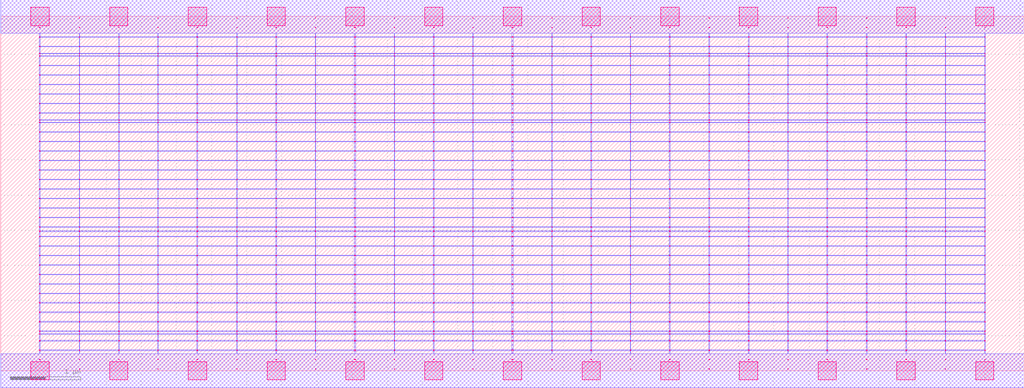
<source format=lef>
MACRO AOOAAOI212121_DEBUG
 CLASS CORE ;
 FOREIGN AOOAAOI212121_DEBUG 0 0 ;
 SIZE 14.56 BY 5.04 ;
 ORIGIN 0 0 ;
 SYMMETRY X Y R90 ;
 SITE unit ;

 OBS
    LAYER polycont ;
     RECT 7.27100000 2.58300000 7.28900000 2.59100000 ;
     RECT 7.27100000 2.71800000 7.28900000 2.72600000 ;
     RECT 7.27100000 2.85300000 7.28900000 2.86100000 ;
     RECT 7.27100000 2.98800000 7.28900000 2.99600000 ;
     RECT 9.51100000 2.58300000 9.52400000 2.59100000 ;
     RECT 10.07600000 2.58300000 10.08400000 2.59100000 ;
     RECT 10.63100000 2.58300000 10.64900000 2.59100000 ;
     RECT 11.19600000 2.58300000 11.20400000 2.59100000 ;
     RECT 11.75100000 2.58300000 11.76900000 2.59100000 ;
     RECT 12.31600000 2.58300000 12.32400000 2.59100000 ;
     RECT 12.87600000 2.58300000 12.88900000 2.59100000 ;
     RECT 13.43600000 2.58300000 13.44400000 2.59100000 ;
     RECT 13.99600000 2.58300000 14.00400000 2.59100000 ;
     RECT 7.83600000 2.58300000 7.84400000 2.59100000 ;
     RECT 7.83600000 2.71800000 7.84400000 2.72600000 ;
     RECT 8.39600000 2.71800000 8.40900000 2.72600000 ;
     RECT 8.95600000 2.71800000 8.96400000 2.72600000 ;
     RECT 9.51100000 2.71800000 9.52400000 2.72600000 ;
     RECT 10.07600000 2.71800000 10.08400000 2.72600000 ;
     RECT 10.63100000 2.71800000 10.64900000 2.72600000 ;
     RECT 11.19600000 2.71800000 11.20400000 2.72600000 ;
     RECT 11.75100000 2.71800000 11.76900000 2.72600000 ;
     RECT 12.31600000 2.71800000 12.32400000 2.72600000 ;
     RECT 12.87600000 2.71800000 12.88900000 2.72600000 ;
     RECT 13.43600000 2.71800000 13.44400000 2.72600000 ;
     RECT 13.99600000 2.71800000 14.00400000 2.72600000 ;
     RECT 8.39600000 2.58300000 8.40900000 2.59100000 ;
     RECT 7.83600000 2.85300000 7.84400000 2.86100000 ;
     RECT 8.39600000 2.85300000 8.40900000 2.86100000 ;
     RECT 8.95600000 2.85300000 8.96400000 2.86100000 ;
     RECT 9.51100000 2.85300000 9.52400000 2.86100000 ;
     RECT 10.07600000 2.85300000 10.08400000 2.86100000 ;
     RECT 10.63100000 2.85300000 10.64900000 2.86100000 ;
     RECT 11.19600000 2.85300000 11.20400000 2.86100000 ;
     RECT 11.75100000 2.85300000 11.76900000 2.86100000 ;
     RECT 12.31600000 2.85300000 12.32400000 2.86100000 ;
     RECT 12.87600000 2.85300000 12.88900000 2.86100000 ;
     RECT 13.43600000 2.85300000 13.44400000 2.86100000 ;
     RECT 13.99600000 2.85300000 14.00400000 2.86100000 ;
     RECT 8.95600000 2.58300000 8.96400000 2.59100000 ;
     RECT 7.83600000 2.98800000 7.84400000 2.99600000 ;
     RECT 8.39600000 2.98800000 8.40900000 2.99600000 ;
     RECT 8.95600000 2.98800000 8.96400000 2.99600000 ;
     RECT 9.51100000 2.98800000 9.52400000 2.99600000 ;
     RECT 10.07600000 2.98800000 10.08400000 2.99600000 ;
     RECT 10.63100000 2.98800000 10.64900000 2.99600000 ;
     RECT 11.19600000 2.98800000 11.20400000 2.99600000 ;
     RECT 11.75100000 2.98800000 11.76900000 2.99600000 ;
     RECT 12.31600000 2.98800000 12.32400000 2.99600000 ;
     RECT 12.87600000 2.98800000 12.88900000 2.99600000 ;
     RECT 13.43600000 2.98800000 13.44400000 2.99600000 ;
     RECT 13.99600000 2.98800000 14.00400000 2.99600000 ;
     RECT 8.95600000 3.12300000 8.96400000 3.13100000 ;
     RECT 13.43600000 3.12300000 13.44400000 3.13100000 ;
     RECT 13.99600000 3.12300000 14.00400000 3.13100000 ;
     RECT 8.95600000 3.25800000 8.96400000 3.26600000 ;
     RECT 13.43600000 3.25800000 13.44400000 3.26600000 ;
     RECT 13.99600000 3.25800000 14.00400000 3.26600000 ;
     RECT 8.95600000 3.39300000 8.96400000 3.40100000 ;
     RECT 13.43600000 3.39300000 13.44400000 3.40100000 ;
     RECT 13.99600000 3.39300000 14.00400000 3.40100000 ;
     RECT 8.95600000 3.52800000 8.96400000 3.53600000 ;
     RECT 13.43600000 3.52800000 13.44400000 3.53600000 ;
     RECT 13.99600000 3.52800000 14.00400000 3.53600000 ;
     RECT 8.95600000 3.56100000 8.96400000 3.56900000 ;
     RECT 13.43600000 3.56100000 13.44400000 3.56900000 ;
     RECT 13.99600000 3.56100000 14.00400000 3.56900000 ;
     RECT 8.95600000 3.66300000 8.96400000 3.67100000 ;
     RECT 13.43600000 3.66300000 13.44400000 3.67100000 ;
     RECT 13.99600000 3.66300000 14.00400000 3.67100000 ;
     RECT 8.95600000 3.79800000 8.96400000 3.80600000 ;
     RECT 13.43600000 3.79800000 13.44400000 3.80600000 ;
     RECT 13.99600000 3.79800000 14.00400000 3.80600000 ;
     RECT 8.95600000 3.93300000 8.96400000 3.94100000 ;
     RECT 13.43600000 3.93300000 13.44400000 3.94100000 ;
     RECT 13.99600000 3.93300000 14.00400000 3.94100000 ;
     RECT 8.95600000 4.06800000 8.96400000 4.07600000 ;
     RECT 13.43600000 4.06800000 13.44400000 4.07600000 ;
     RECT 13.99600000 4.06800000 14.00400000 4.07600000 ;
     RECT 8.95600000 4.20300000 8.96400000 4.21100000 ;
     RECT 13.43600000 4.20300000 13.44400000 4.21100000 ;
     RECT 13.99600000 4.20300000 14.00400000 4.21100000 ;
     RECT 8.95600000 4.33800000 8.96400000 4.34600000 ;
     RECT 13.43600000 4.33800000 13.44400000 4.34600000 ;
     RECT 13.99600000 4.33800000 14.00400000 4.34600000 ;
     RECT 8.95600000 4.47300000 8.96400000 4.48100000 ;
     RECT 13.43600000 4.47300000 13.44400000 4.48100000 ;
     RECT 13.99600000 4.47300000 14.00400000 4.48100000 ;
     RECT 8.95600000 4.51100000 8.96400000 4.51900000 ;
     RECT 13.43600000 4.51100000 13.44400000 4.51900000 ;
     RECT 13.99600000 4.51100000 14.00400000 4.51900000 ;
     RECT 8.95600000 4.60800000 8.96400000 4.61600000 ;
     RECT 13.43600000 4.60800000 13.44400000 4.61600000 ;
     RECT 13.99600000 4.60800000 14.00400000 4.61600000 ;
     RECT 8.95600000 4.74300000 8.96400000 4.75100000 ;
     RECT 13.43600000 4.74300000 13.44400000 4.75100000 ;
     RECT 13.99600000 4.74300000 14.00400000 4.75100000 ;
     RECT 8.95600000 4.87800000 8.96400000 4.88600000 ;
     RECT 13.43600000 4.87800000 13.44400000 4.88600000 ;
     RECT 13.99600000 4.87800000 14.00400000 4.88600000 ;
     RECT 2.23600000 3.12300000 2.24400000 3.13100000 ;
     RECT 1.67600000 2.85300000 1.68900000 2.86100000 ;
     RECT 2.23600000 2.85300000 2.24400000 2.86100000 ;
     RECT 2.79100000 2.85300000 2.80400000 2.86100000 ;
     RECT 2.23600000 3.25800000 2.24400000 3.26600000 ;
     RECT 3.35600000 2.85300000 3.36400000 2.86100000 ;
     RECT 3.91100000 2.85300000 3.92900000 2.86100000 ;
     RECT 4.47600000 2.85300000 4.48400000 2.86100000 ;
     RECT 2.23600000 3.39300000 2.24400000 3.40100000 ;
     RECT 5.03100000 2.85300000 5.04900000 2.86100000 ;
     RECT 5.59600000 2.85300000 5.60400000 2.86100000 ;
     RECT 6.15100000 2.85300000 6.16900000 2.86100000 ;
     RECT 2.23600000 3.52800000 2.24400000 3.53600000 ;
     RECT 6.71600000 2.85300000 6.72400000 2.86100000 ;
     RECT 1.11600000 2.71800000 1.12400000 2.72600000 ;
     RECT 1.67600000 2.71800000 1.68900000 2.72600000 ;
     RECT 2.23600000 3.56100000 2.24400000 3.56900000 ;
     RECT 2.23600000 2.71800000 2.24400000 2.72600000 ;
     RECT 2.79100000 2.71800000 2.80400000 2.72600000 ;
     RECT 3.35600000 2.71800000 3.36400000 2.72600000 ;
     RECT 2.23600000 3.66300000 2.24400000 3.67100000 ;
     RECT 3.91100000 2.71800000 3.92900000 2.72600000 ;
     RECT 4.47600000 2.71800000 4.48400000 2.72600000 ;
     RECT 5.03100000 2.71800000 5.04900000 2.72600000 ;
     RECT 2.23600000 3.79800000 2.24400000 3.80600000 ;
     RECT 5.59600000 2.71800000 5.60400000 2.72600000 ;
     RECT 6.15100000 2.71800000 6.16900000 2.72600000 ;
     RECT 6.71600000 2.71800000 6.72400000 2.72600000 ;
     RECT 2.23600000 3.93300000 2.24400000 3.94100000 ;
     RECT 1.11600000 2.58300000 1.12400000 2.59100000 ;
     RECT 1.67600000 2.58300000 1.68900000 2.59100000 ;
     RECT 0.55100000 2.98800000 0.56400000 2.99600000 ;
     RECT 2.23600000 4.06800000 2.24400000 4.07600000 ;
     RECT 1.11600000 2.98800000 1.12400000 2.99600000 ;
     RECT 1.67600000 2.98800000 1.68900000 2.99600000 ;
     RECT 2.23600000 2.98800000 2.24400000 2.99600000 ;
     RECT 2.23600000 4.20300000 2.24400000 4.21100000 ;
     RECT 2.79100000 2.98800000 2.80400000 2.99600000 ;
     RECT 3.35600000 2.98800000 3.36400000 2.99600000 ;
     RECT 3.91100000 2.98800000 3.92900000 2.99600000 ;
     RECT 2.23600000 4.33800000 2.24400000 4.34600000 ;
     RECT 4.47600000 2.98800000 4.48400000 2.99600000 ;
     RECT 5.03100000 2.98800000 5.04900000 2.99600000 ;
     RECT 5.59600000 2.98800000 5.60400000 2.99600000 ;
     RECT 2.23600000 4.47300000 2.24400000 4.48100000 ;
     RECT 6.15100000 2.98800000 6.16900000 2.99600000 ;
     RECT 6.71600000 2.98800000 6.72400000 2.99600000 ;
     RECT 2.23600000 2.58300000 2.24400000 2.59100000 ;
     RECT 2.23600000 4.51100000 2.24400000 4.51900000 ;
     RECT 2.79100000 2.58300000 2.80400000 2.59100000 ;
     RECT 3.35600000 2.58300000 3.36400000 2.59100000 ;
     RECT 3.91100000 2.58300000 3.92900000 2.59100000 ;
     RECT 2.23600000 4.60800000 2.24400000 4.61600000 ;
     RECT 4.47600000 2.58300000 4.48400000 2.59100000 ;
     RECT 5.03100000 2.58300000 5.04900000 2.59100000 ;
     RECT 5.59600000 2.58300000 5.60400000 2.59100000 ;
     RECT 2.23600000 4.74300000 2.24400000 4.75100000 ;
     RECT 6.15100000 2.58300000 6.16900000 2.59100000 ;
     RECT 6.71600000 2.58300000 6.72400000 2.59100000 ;
     RECT 0.55100000 2.58300000 0.56400000 2.59100000 ;
     RECT 2.23600000 4.87800000 2.24400000 4.88600000 ;
     RECT 0.55100000 2.71800000 0.56400000 2.72600000 ;
     RECT 0.55100000 2.85300000 0.56400000 2.86100000 ;
     RECT 1.11600000 2.85300000 1.12400000 2.86100000 ;
     RECT 2.23600000 0.42300000 2.24400000 0.43100000 ;
     RECT 6.71600000 0.42300000 6.72400000 0.43100000 ;
     RECT 2.23600000 0.52100000 2.24400000 0.52900000 ;
     RECT 6.71600000 0.52100000 6.72400000 0.52900000 ;
     RECT 2.23600000 0.55800000 2.24400000 0.56600000 ;
     RECT 6.71600000 0.55800000 6.72400000 0.56600000 ;
     RECT 2.23600000 0.69300000 2.24400000 0.70100000 ;
     RECT 6.71600000 0.69300000 6.72400000 0.70100000 ;
     RECT 2.23600000 0.82800000 2.24400000 0.83600000 ;
     RECT 6.71600000 0.82800000 6.72400000 0.83600000 ;
     RECT 2.23600000 0.96300000 2.24400000 0.97100000 ;
     RECT 6.71600000 0.96300000 6.72400000 0.97100000 ;
     RECT 2.23600000 1.09800000 2.24400000 1.10600000 ;
     RECT 6.71600000 1.09800000 6.72400000 1.10600000 ;
     RECT 2.23600000 1.23300000 2.24400000 1.24100000 ;
     RECT 6.71600000 1.23300000 6.72400000 1.24100000 ;
     RECT 2.23600000 1.36800000 2.24400000 1.37600000 ;
     RECT 6.71600000 1.36800000 6.72400000 1.37600000 ;
     RECT 2.23600000 1.50300000 2.24400000 1.51100000 ;
     RECT 6.71600000 1.50300000 6.72400000 1.51100000 ;
     RECT 2.23600000 1.63800000 2.24400000 1.64600000 ;
     RECT 6.71600000 1.63800000 6.72400000 1.64600000 ;
     RECT 2.23600000 1.77300000 2.24400000 1.78100000 ;
     RECT 6.71600000 1.77300000 6.72400000 1.78100000 ;
     RECT 2.23600000 1.90800000 2.24400000 1.91600000 ;
     RECT 6.71600000 1.90800000 6.72400000 1.91600000 ;
     RECT 2.23600000 1.98100000 2.24400000 1.98900000 ;
     RECT 6.71600000 1.98100000 6.72400000 1.98900000 ;
     RECT 2.23600000 2.04300000 2.24400000 2.05100000 ;
     RECT 6.71600000 2.04300000 6.72400000 2.05100000 ;
     RECT 2.23600000 2.17800000 2.24400000 2.18600000 ;
     RECT 6.71600000 2.17800000 6.72400000 2.18600000 ;
     RECT 2.23600000 2.31300000 2.24400000 2.32100000 ;
     RECT 6.71600000 2.31300000 6.72400000 2.32100000 ;
     RECT 2.23600000 2.44800000 2.24400000 2.45600000 ;
     RECT 6.71600000 2.44800000 6.72400000 2.45600000 ;
     RECT 2.23600000 0.15300000 2.24400000 0.16100000 ;
     RECT 6.71600000 0.15300000 6.72400000 0.16100000 ;
     RECT 2.23600000 0.28800000 2.24400000 0.29600000 ;
     RECT 6.71600000 0.28800000 6.72400000 0.29600000 ;
     RECT 11.19600000 1.90800000 11.20400000 1.91600000 ;
     RECT 11.19600000 0.82800000 11.20400000 0.83600000 ;
     RECT 11.19600000 0.55800000 11.20400000 0.56600000 ;
     RECT 11.19600000 1.98100000 11.20400000 1.98900000 ;
     RECT 11.19600000 1.36800000 11.20400000 1.37600000 ;
     RECT 11.19600000 0.28800000 11.20400000 0.29600000 ;
     RECT 11.19600000 2.04300000 11.20400000 2.05100000 ;
     RECT 11.19600000 0.96300000 11.20400000 0.97100000 ;
     RECT 11.19600000 1.50300000 11.20400000 1.51100000 ;
     RECT 11.19600000 2.17800000 11.20400000 2.18600000 ;
     RECT 11.19600000 0.52100000 11.20400000 0.52900000 ;
     RECT 11.19600000 0.69300000 11.20400000 0.70100000 ;
     RECT 11.19600000 2.31300000 11.20400000 2.32100000 ;
     RECT 11.19600000 1.63800000 11.20400000 1.64600000 ;
     RECT 11.19600000 1.09800000 11.20400000 1.10600000 ;
     RECT 11.19600000 2.44800000 11.20400000 2.45600000 ;
     RECT 11.19600000 0.42300000 11.20400000 0.43100000 ;
     RECT 11.19600000 1.77300000 11.20400000 1.78100000 ;
     RECT 11.19600000 0.15300000 11.20400000 0.16100000 ;
     RECT 11.19600000 1.23300000 11.20400000 1.24100000 ;

    LAYER pdiffc ;
     RECT 0.55100000 3.39300000 0.55900000 3.40100000 ;
     RECT 1.68100000 3.39300000 1.68900000 3.40100000 ;
     RECT 2.79100000 3.39300000 2.79900000 3.40100000 ;
     RECT 8.40100000 3.39300000 8.40900000 3.40100000 ;
     RECT 9.51100000 3.39300000 9.51900000 3.40100000 ;
     RECT 12.88100000 3.39300000 12.88900000 3.40100000 ;
     RECT 0.55100000 3.52800000 0.55900000 3.53600000 ;
     RECT 1.68100000 3.52800000 1.68900000 3.53600000 ;
     RECT 2.79100000 3.52800000 2.79900000 3.53600000 ;
     RECT 8.40100000 3.52800000 8.40900000 3.53600000 ;
     RECT 9.51100000 3.52800000 9.51900000 3.53600000 ;
     RECT 12.88100000 3.52800000 12.88900000 3.53600000 ;
     RECT 0.55100000 3.56100000 0.55900000 3.56900000 ;
     RECT 1.68100000 3.56100000 1.68900000 3.56900000 ;
     RECT 2.79100000 3.56100000 2.79900000 3.56900000 ;
     RECT 8.40100000 3.56100000 8.40900000 3.56900000 ;
     RECT 9.51100000 3.56100000 9.51900000 3.56900000 ;
     RECT 12.88100000 3.56100000 12.88900000 3.56900000 ;
     RECT 0.55100000 3.66300000 0.55900000 3.67100000 ;
     RECT 1.68100000 3.66300000 1.68900000 3.67100000 ;
     RECT 2.79100000 3.66300000 2.79900000 3.67100000 ;
     RECT 8.40100000 3.66300000 8.40900000 3.67100000 ;
     RECT 9.51100000 3.66300000 9.51900000 3.67100000 ;
     RECT 12.88100000 3.66300000 12.88900000 3.67100000 ;
     RECT 0.55100000 3.79800000 0.55900000 3.80600000 ;
     RECT 1.68100000 3.79800000 1.68900000 3.80600000 ;
     RECT 2.79100000 3.79800000 2.79900000 3.80600000 ;
     RECT 8.40100000 3.79800000 8.40900000 3.80600000 ;
     RECT 9.51100000 3.79800000 9.51900000 3.80600000 ;
     RECT 12.88100000 3.79800000 12.88900000 3.80600000 ;
     RECT 0.55100000 3.93300000 0.55900000 3.94100000 ;
     RECT 1.68100000 3.93300000 1.68900000 3.94100000 ;
     RECT 2.79100000 3.93300000 2.79900000 3.94100000 ;
     RECT 8.40100000 3.93300000 8.40900000 3.94100000 ;
     RECT 9.51100000 3.93300000 9.51900000 3.94100000 ;
     RECT 12.88100000 3.93300000 12.88900000 3.94100000 ;
     RECT 0.55100000 4.06800000 0.55900000 4.07600000 ;
     RECT 1.68100000 4.06800000 1.68900000 4.07600000 ;
     RECT 2.79100000 4.06800000 2.79900000 4.07600000 ;
     RECT 8.40100000 4.06800000 8.40900000 4.07600000 ;
     RECT 9.51100000 4.06800000 9.51900000 4.07600000 ;
     RECT 12.88100000 4.06800000 12.88900000 4.07600000 ;
     RECT 0.55100000 4.20300000 0.55900000 4.21100000 ;
     RECT 1.68100000 4.20300000 1.68900000 4.21100000 ;
     RECT 2.79100000 4.20300000 2.79900000 4.21100000 ;
     RECT 8.40100000 4.20300000 8.40900000 4.21100000 ;
     RECT 9.51100000 4.20300000 9.51900000 4.21100000 ;
     RECT 12.88100000 4.20300000 12.88900000 4.21100000 ;
     RECT 0.55100000 4.33800000 0.55900000 4.34600000 ;
     RECT 1.68100000 4.33800000 1.68900000 4.34600000 ;
     RECT 2.79100000 4.33800000 2.79900000 4.34600000 ;
     RECT 8.40100000 4.33800000 8.40900000 4.34600000 ;
     RECT 9.51100000 4.33800000 9.51900000 4.34600000 ;
     RECT 12.88100000 4.33800000 12.88900000 4.34600000 ;
     RECT 0.55100000 4.47300000 0.55900000 4.48100000 ;
     RECT 1.68100000 4.47300000 1.68900000 4.48100000 ;
     RECT 2.79100000 4.47300000 2.79900000 4.48100000 ;
     RECT 8.40100000 4.47300000 8.40900000 4.48100000 ;
     RECT 9.51100000 4.47300000 9.51900000 4.48100000 ;
     RECT 12.88100000 4.47300000 12.88900000 4.48100000 ;
     RECT 0.55100000 4.51100000 0.55900000 4.51900000 ;
     RECT 1.68100000 4.51100000 1.68900000 4.51900000 ;
     RECT 2.79100000 4.51100000 2.79900000 4.51900000 ;
     RECT 8.40100000 4.51100000 8.40900000 4.51900000 ;
     RECT 9.51100000 4.51100000 9.51900000 4.51900000 ;
     RECT 12.88100000 4.51100000 12.88900000 4.51900000 ;
     RECT 0.55100000 4.60800000 0.55900000 4.61600000 ;
     RECT 1.68100000 4.60800000 1.68900000 4.61600000 ;
     RECT 2.79100000 4.60800000 2.79900000 4.61600000 ;
     RECT 8.40100000 4.60800000 8.40900000 4.61600000 ;
     RECT 9.51100000 4.60800000 9.51900000 4.61600000 ;
     RECT 12.88100000 4.60800000 12.88900000 4.61600000 ;

    LAYER ndiffc ;
     RECT 7.27100000 0.42300000 7.28900000 0.43100000 ;
     RECT 7.27100000 0.52100000 7.28900000 0.52900000 ;
     RECT 7.27100000 0.55800000 7.28900000 0.56600000 ;
     RECT 7.27100000 0.69300000 7.28900000 0.70100000 ;
     RECT 7.27100000 0.82800000 7.28900000 0.83600000 ;
     RECT 7.27100000 0.96300000 7.28900000 0.97100000 ;
     RECT 7.27100000 1.09800000 7.28900000 1.10600000 ;
     RECT 7.27100000 1.23300000 7.28900000 1.24100000 ;
     RECT 7.27100000 1.36800000 7.28900000 1.37600000 ;
     RECT 7.27100000 1.50300000 7.28900000 1.51100000 ;
     RECT 7.27100000 1.63800000 7.28900000 1.64600000 ;
     RECT 7.27100000 1.77300000 7.28900000 1.78100000 ;
     RECT 7.27100000 1.90800000 7.28900000 1.91600000 ;
     RECT 7.27100000 1.98100000 7.28900000 1.98900000 ;
     RECT 7.27100000 2.04300000 7.28900000 2.05100000 ;
     RECT 8.39600000 0.55800000 8.40900000 0.56600000 ;
     RECT 9.51100000 0.55800000 9.52400000 0.56600000 ;
     RECT 10.63100000 0.55800000 10.64900000 0.56600000 ;
     RECT 11.75100000 0.55800000 11.76900000 0.56600000 ;
     RECT 12.87600000 0.55800000 12.88900000 0.56600000 ;
     RECT 13.99600000 0.55800000 14.00400000 0.56600000 ;
     RECT 10.63100000 0.42300000 10.64900000 0.43100000 ;
     RECT 8.39600000 0.69300000 8.40900000 0.70100000 ;
     RECT 9.51100000 0.69300000 9.52400000 0.70100000 ;
     RECT 10.63100000 0.69300000 10.64900000 0.70100000 ;
     RECT 11.75100000 0.69300000 11.76900000 0.70100000 ;
     RECT 12.87600000 0.69300000 12.88900000 0.70100000 ;
     RECT 13.99600000 0.69300000 14.00400000 0.70100000 ;
     RECT 11.75100000 0.42300000 11.76900000 0.43100000 ;
     RECT 8.39600000 0.82800000 8.40900000 0.83600000 ;
     RECT 9.51100000 0.82800000 9.52400000 0.83600000 ;
     RECT 10.63100000 0.82800000 10.64900000 0.83600000 ;
     RECT 11.75100000 0.82800000 11.76900000 0.83600000 ;
     RECT 12.87600000 0.82800000 12.88900000 0.83600000 ;
     RECT 13.99600000 0.82800000 14.00400000 0.83600000 ;
     RECT 12.87600000 0.42300000 12.88900000 0.43100000 ;
     RECT 8.39600000 0.96300000 8.40900000 0.97100000 ;
     RECT 9.51100000 0.96300000 9.52400000 0.97100000 ;
     RECT 10.63100000 0.96300000 10.64900000 0.97100000 ;
     RECT 11.75100000 0.96300000 11.76900000 0.97100000 ;
     RECT 12.87600000 0.96300000 12.88900000 0.97100000 ;
     RECT 13.99600000 0.96300000 14.00400000 0.97100000 ;
     RECT 13.99600000 0.42300000 14.00400000 0.43100000 ;
     RECT 8.39600000 1.09800000 8.40900000 1.10600000 ;
     RECT 9.51100000 1.09800000 9.52400000 1.10600000 ;
     RECT 10.63100000 1.09800000 10.64900000 1.10600000 ;
     RECT 11.75100000 1.09800000 11.76900000 1.10600000 ;
     RECT 12.87600000 1.09800000 12.88900000 1.10600000 ;
     RECT 13.99600000 1.09800000 14.00400000 1.10600000 ;
     RECT 8.39600000 0.42300000 8.40900000 0.43100000 ;
     RECT 8.39600000 1.23300000 8.40900000 1.24100000 ;
     RECT 9.51100000 1.23300000 9.52400000 1.24100000 ;
     RECT 10.63100000 1.23300000 10.64900000 1.24100000 ;
     RECT 11.75100000 1.23300000 11.76900000 1.24100000 ;
     RECT 12.87600000 1.23300000 12.88900000 1.24100000 ;
     RECT 13.99600000 1.23300000 14.00400000 1.24100000 ;
     RECT 8.39600000 0.52100000 8.40900000 0.52900000 ;
     RECT 8.39600000 1.36800000 8.40900000 1.37600000 ;
     RECT 9.51100000 1.36800000 9.52400000 1.37600000 ;
     RECT 10.63100000 1.36800000 10.64900000 1.37600000 ;
     RECT 11.75100000 1.36800000 11.76900000 1.37600000 ;
     RECT 12.87600000 1.36800000 12.88900000 1.37600000 ;
     RECT 13.99600000 1.36800000 14.00400000 1.37600000 ;
     RECT 9.51100000 0.52100000 9.52400000 0.52900000 ;
     RECT 8.39600000 1.50300000 8.40900000 1.51100000 ;
     RECT 9.51100000 1.50300000 9.52400000 1.51100000 ;
     RECT 10.63100000 1.50300000 10.64900000 1.51100000 ;
     RECT 11.75100000 1.50300000 11.76900000 1.51100000 ;
     RECT 12.87600000 1.50300000 12.88900000 1.51100000 ;
     RECT 13.99600000 1.50300000 14.00400000 1.51100000 ;
     RECT 10.63100000 0.52100000 10.64900000 0.52900000 ;
     RECT 8.39600000 1.63800000 8.40900000 1.64600000 ;
     RECT 9.51100000 1.63800000 9.52400000 1.64600000 ;
     RECT 10.63100000 1.63800000 10.64900000 1.64600000 ;
     RECT 11.75100000 1.63800000 11.76900000 1.64600000 ;
     RECT 12.87600000 1.63800000 12.88900000 1.64600000 ;
     RECT 13.99600000 1.63800000 14.00400000 1.64600000 ;
     RECT 11.75100000 0.52100000 11.76900000 0.52900000 ;
     RECT 8.39600000 1.77300000 8.40900000 1.78100000 ;
     RECT 9.51100000 1.77300000 9.52400000 1.78100000 ;
     RECT 10.63100000 1.77300000 10.64900000 1.78100000 ;
     RECT 11.75100000 1.77300000 11.76900000 1.78100000 ;
     RECT 12.87600000 1.77300000 12.88900000 1.78100000 ;
     RECT 13.99600000 1.77300000 14.00400000 1.78100000 ;
     RECT 12.87600000 0.52100000 12.88900000 0.52900000 ;
     RECT 8.39600000 1.90800000 8.40900000 1.91600000 ;
     RECT 9.51100000 1.90800000 9.52400000 1.91600000 ;
     RECT 10.63100000 1.90800000 10.64900000 1.91600000 ;
     RECT 11.75100000 1.90800000 11.76900000 1.91600000 ;
     RECT 12.87600000 1.90800000 12.88900000 1.91600000 ;
     RECT 13.99600000 1.90800000 14.00400000 1.91600000 ;
     RECT 13.99600000 0.52100000 14.00400000 0.52900000 ;
     RECT 8.39600000 1.98100000 8.40900000 1.98900000 ;
     RECT 9.51100000 1.98100000 9.52400000 1.98900000 ;
     RECT 10.63100000 1.98100000 10.64900000 1.98900000 ;
     RECT 11.75100000 1.98100000 11.76900000 1.98900000 ;
     RECT 12.87600000 1.98100000 12.88900000 1.98900000 ;
     RECT 13.99600000 1.98100000 14.00400000 1.98900000 ;
     RECT 9.51100000 0.42300000 9.52400000 0.43100000 ;
     RECT 8.39600000 2.04300000 8.40900000 2.05100000 ;
     RECT 9.51100000 2.04300000 9.52400000 2.05100000 ;
     RECT 10.63100000 2.04300000 10.64900000 2.05100000 ;
     RECT 11.75100000 2.04300000 11.76900000 2.05100000 ;
     RECT 12.87600000 2.04300000 12.88900000 2.05100000 ;
     RECT 13.99600000 2.04300000 14.00400000 2.05100000 ;
     RECT 1.67600000 1.36800000 1.68900000 1.37600000 ;
     RECT 2.79100000 1.36800000 2.80400000 1.37600000 ;
     RECT 3.91100000 1.36800000 3.92900000 1.37600000 ;
     RECT 5.03100000 1.36800000 5.04900000 1.37600000 ;
     RECT 6.15100000 1.36800000 6.16900000 1.37600000 ;
     RECT 5.03100000 0.82800000 5.04900000 0.83600000 ;
     RECT 6.15100000 0.82800000 6.16900000 0.83600000 ;
     RECT 2.79100000 0.55800000 2.80400000 0.56600000 ;
     RECT 3.91100000 0.55800000 3.92900000 0.56600000 ;
     RECT 5.03100000 0.55800000 5.04900000 0.56600000 ;
     RECT 6.15100000 0.55800000 6.16900000 0.56600000 ;
     RECT 1.67600000 0.52100000 1.68900000 0.52900000 ;
     RECT 0.55100000 1.50300000 0.56400000 1.51100000 ;
     RECT 1.67600000 1.50300000 1.68900000 1.51100000 ;
     RECT 2.79100000 1.50300000 2.80400000 1.51100000 ;
     RECT 3.91100000 1.50300000 3.92900000 1.51100000 ;
     RECT 5.03100000 1.50300000 5.04900000 1.51100000 ;
     RECT 6.15100000 1.50300000 6.16900000 1.51100000 ;
     RECT 2.79100000 0.52100000 2.80400000 0.52900000 ;
     RECT 3.91100000 0.52100000 3.92900000 0.52900000 ;
     RECT 0.55100000 0.96300000 0.56400000 0.97100000 ;
     RECT 1.67600000 0.96300000 1.68900000 0.97100000 ;
     RECT 2.79100000 0.96300000 2.80400000 0.97100000 ;
     RECT 3.91100000 0.96300000 3.92900000 0.97100000 ;
     RECT 5.03100000 0.96300000 5.04900000 0.97100000 ;
     RECT 0.55100000 1.63800000 0.56400000 1.64600000 ;
     RECT 1.67600000 1.63800000 1.68900000 1.64600000 ;
     RECT 2.79100000 1.63800000 2.80400000 1.64600000 ;
     RECT 3.91100000 1.63800000 3.92900000 1.64600000 ;
     RECT 5.03100000 1.63800000 5.04900000 1.64600000 ;
     RECT 6.15100000 1.63800000 6.16900000 1.64600000 ;
     RECT 6.15100000 0.96300000 6.16900000 0.97100000 ;
     RECT 5.03100000 0.52100000 5.04900000 0.52900000 ;
     RECT 6.15100000 0.52100000 6.16900000 0.52900000 ;
     RECT 1.67600000 0.42300000 1.68900000 0.43100000 ;
     RECT 2.79100000 0.42300000 2.80400000 0.43100000 ;
     RECT 0.55100000 0.69300000 0.56400000 0.70100000 ;
     RECT 1.67600000 0.69300000 1.68900000 0.70100000 ;
     RECT 0.55100000 1.77300000 0.56400000 1.78100000 ;
     RECT 1.67600000 1.77300000 1.68900000 1.78100000 ;
     RECT 2.79100000 1.77300000 2.80400000 1.78100000 ;
     RECT 3.91100000 1.77300000 3.92900000 1.78100000 ;
     RECT 5.03100000 1.77300000 5.04900000 1.78100000 ;
     RECT 6.15100000 1.77300000 6.16900000 1.78100000 ;
     RECT 2.79100000 0.69300000 2.80400000 0.70100000 ;
     RECT 0.55100000 1.09800000 0.56400000 1.10600000 ;
     RECT 1.67600000 1.09800000 1.68900000 1.10600000 ;
     RECT 2.79100000 1.09800000 2.80400000 1.10600000 ;
     RECT 3.91100000 1.09800000 3.92900000 1.10600000 ;
     RECT 5.03100000 1.09800000 5.04900000 1.10600000 ;
     RECT 6.15100000 1.09800000 6.16900000 1.10600000 ;
     RECT 0.55100000 1.90800000 0.56400000 1.91600000 ;
     RECT 1.67600000 1.90800000 1.68900000 1.91600000 ;
     RECT 2.79100000 1.90800000 2.80400000 1.91600000 ;
     RECT 3.91100000 1.90800000 3.92900000 1.91600000 ;
     RECT 5.03100000 1.90800000 5.04900000 1.91600000 ;
     RECT 6.15100000 1.90800000 6.16900000 1.91600000 ;
     RECT 3.91100000 0.69300000 3.92900000 0.70100000 ;
     RECT 5.03100000 0.69300000 5.04900000 0.70100000 ;
     RECT 6.15100000 0.69300000 6.16900000 0.70100000 ;
     RECT 3.91100000 0.42300000 3.92900000 0.43100000 ;
     RECT 5.03100000 0.42300000 5.04900000 0.43100000 ;
     RECT 6.15100000 0.42300000 6.16900000 0.43100000 ;
     RECT 0.55100000 0.42300000 0.56400000 0.43100000 ;
     RECT 0.55100000 1.98100000 0.56400000 1.98900000 ;
     RECT 1.67600000 1.98100000 1.68900000 1.98900000 ;
     RECT 2.79100000 1.98100000 2.80400000 1.98900000 ;
     RECT 3.91100000 1.98100000 3.92900000 1.98900000 ;
     RECT 5.03100000 1.98100000 5.04900000 1.98900000 ;
     RECT 6.15100000 1.98100000 6.16900000 1.98900000 ;
     RECT 0.55100000 1.23300000 0.56400000 1.24100000 ;
     RECT 1.67600000 1.23300000 1.68900000 1.24100000 ;
     RECT 2.79100000 1.23300000 2.80400000 1.24100000 ;
     RECT 3.91100000 1.23300000 3.92900000 1.24100000 ;
     RECT 5.03100000 1.23300000 5.04900000 1.24100000 ;
     RECT 6.15100000 1.23300000 6.16900000 1.24100000 ;
     RECT 0.55100000 0.52100000 0.56400000 0.52900000 ;
     RECT 0.55100000 2.04300000 0.56400000 2.05100000 ;
     RECT 1.67600000 2.04300000 1.68900000 2.05100000 ;
     RECT 2.79100000 2.04300000 2.80400000 2.05100000 ;
     RECT 3.91100000 2.04300000 3.92900000 2.05100000 ;
     RECT 5.03100000 2.04300000 5.04900000 2.05100000 ;
     RECT 6.15100000 2.04300000 6.16900000 2.05100000 ;
     RECT 0.55100000 0.55800000 0.56400000 0.56600000 ;
     RECT 1.67600000 0.55800000 1.68900000 0.56600000 ;
     RECT 0.55100000 0.82800000 0.56400000 0.83600000 ;
     RECT 1.67600000 0.82800000 1.68900000 0.83600000 ;
     RECT 2.79100000 0.82800000 2.80400000 0.83600000 ;
     RECT 3.91100000 0.82800000 3.92900000 0.83600000 ;
     RECT 0.55100000 1.36800000 0.56400000 1.37600000 ;

    LAYER met1 ;
     RECT 0.00000000 -0.24000000 14.56000000 0.24000000 ;
     RECT 7.27100000 0.24000000 7.28900000 0.28800000 ;
     RECT 0.55100000 0.28800000 14.00400000 0.29600000 ;
     RECT 7.27100000 0.29600000 7.28900000 0.42300000 ;
     RECT 0.55100000 0.42300000 14.00400000 0.43100000 ;
     RECT 7.27100000 0.43100000 7.28900000 0.52100000 ;
     RECT 0.55100000 0.52100000 14.00400000 0.52900000 ;
     RECT 7.27100000 0.52900000 7.28900000 0.55800000 ;
     RECT 0.55100000 0.55800000 14.00400000 0.56600000 ;
     RECT 7.27100000 0.56600000 7.28900000 0.69300000 ;
     RECT 0.55100000 0.69300000 14.00400000 0.70100000 ;
     RECT 7.27100000 0.70100000 7.28900000 0.82800000 ;
     RECT 0.55100000 0.82800000 14.00400000 0.83600000 ;
     RECT 7.27100000 0.83600000 7.28900000 0.96300000 ;
     RECT 0.55100000 0.96300000 14.00400000 0.97100000 ;
     RECT 7.27100000 0.97100000 7.28900000 1.09800000 ;
     RECT 0.55100000 1.09800000 14.00400000 1.10600000 ;
     RECT 7.27100000 1.10600000 7.28900000 1.23300000 ;
     RECT 0.55100000 1.23300000 14.00400000 1.24100000 ;
     RECT 7.27100000 1.24100000 7.28900000 1.36800000 ;
     RECT 0.55100000 1.36800000 14.00400000 1.37600000 ;
     RECT 7.27100000 1.37600000 7.28900000 1.50300000 ;
     RECT 0.55100000 1.50300000 14.00400000 1.51100000 ;
     RECT 7.27100000 1.51100000 7.28900000 1.63800000 ;
     RECT 0.55100000 1.63800000 14.00400000 1.64600000 ;
     RECT 7.27100000 1.64600000 7.28900000 1.77300000 ;
     RECT 0.55100000 1.77300000 14.00400000 1.78100000 ;
     RECT 7.27100000 1.78100000 7.28900000 1.90800000 ;
     RECT 0.55100000 1.90800000 14.00400000 1.91600000 ;
     RECT 7.27100000 1.91600000 7.28900000 1.98100000 ;
     RECT 0.55100000 1.98100000 14.00400000 1.98900000 ;
     RECT 7.27100000 1.98900000 7.28900000 2.04300000 ;
     RECT 0.55100000 2.04300000 14.00400000 2.05100000 ;
     RECT 7.27100000 2.05100000 7.28900000 2.17800000 ;
     RECT 0.55100000 2.17800000 14.00400000 2.18600000 ;
     RECT 7.27100000 2.18600000 7.28900000 2.31300000 ;
     RECT 0.55100000 2.31300000 14.00400000 2.32100000 ;
     RECT 7.27100000 2.32100000 7.28900000 2.44800000 ;
     RECT 0.55100000 2.44800000 14.00400000 2.45600000 ;
     RECT 0.55100000 2.45600000 0.56400000 2.58300000 ;
     RECT 1.11600000 2.45600000 1.12400000 2.58300000 ;
     RECT 1.67600000 2.45600000 1.68900000 2.58300000 ;
     RECT 2.23600000 2.45600000 2.24400000 2.58300000 ;
     RECT 2.79100000 2.45600000 2.80400000 2.58300000 ;
     RECT 3.35600000 2.45600000 3.36400000 2.58300000 ;
     RECT 3.91100000 2.45600000 3.92900000 2.58300000 ;
     RECT 4.47600000 2.45600000 4.48400000 2.58300000 ;
     RECT 5.03100000 2.45600000 5.04900000 2.58300000 ;
     RECT 5.59600000 2.45600000 5.60400000 2.58300000 ;
     RECT 6.15100000 2.45600000 6.16900000 2.58300000 ;
     RECT 6.71600000 2.45600000 6.72400000 2.58300000 ;
     RECT 7.27100000 2.45600000 7.28900000 2.58300000 ;
     RECT 7.83600000 2.45600000 7.84400000 2.58300000 ;
     RECT 8.39600000 2.45600000 8.40900000 2.58300000 ;
     RECT 8.95600000 2.45600000 8.96400000 2.58300000 ;
     RECT 9.51100000 2.45600000 9.52400000 2.58300000 ;
     RECT 10.07600000 2.45600000 10.08400000 2.58300000 ;
     RECT 10.63100000 2.45600000 10.64900000 2.58300000 ;
     RECT 11.19600000 2.45600000 11.20400000 2.58300000 ;
     RECT 11.75100000 2.45600000 11.76900000 2.58300000 ;
     RECT 12.31600000 2.45600000 12.32400000 2.58300000 ;
     RECT 12.87600000 2.45600000 12.88900000 2.58300000 ;
     RECT 13.43600000 2.45600000 13.44400000 2.58300000 ;
     RECT 13.99600000 2.45600000 14.00400000 2.58300000 ;
     RECT 0.55100000 2.58300000 14.00400000 2.59100000 ;
     RECT 7.27100000 2.59100000 7.28900000 2.71800000 ;
     RECT 0.55100000 2.71800000 14.00400000 2.72600000 ;
     RECT 7.27100000 2.72600000 7.28900000 2.85300000 ;
     RECT 0.55100000 2.85300000 14.00400000 2.86100000 ;
     RECT 7.27100000 2.86100000 7.28900000 2.98800000 ;
     RECT 0.55100000 2.98800000 14.00400000 2.99600000 ;
     RECT 7.27100000 2.99600000 7.28900000 3.12300000 ;
     RECT 0.55100000 3.12300000 14.00400000 3.13100000 ;
     RECT 7.27100000 3.13100000 7.28900000 3.25800000 ;
     RECT 0.55100000 3.25800000 14.00400000 3.26600000 ;
     RECT 7.27100000 3.26600000 7.28900000 3.39300000 ;
     RECT 0.55100000 3.39300000 14.00400000 3.40100000 ;
     RECT 7.27100000 3.40100000 7.28900000 3.52800000 ;
     RECT 0.55100000 3.52800000 14.00400000 3.53600000 ;
     RECT 7.27100000 3.53600000 7.28900000 3.56100000 ;
     RECT 0.55100000 3.56100000 14.00400000 3.56900000 ;
     RECT 7.27100000 3.56900000 7.28900000 3.66300000 ;
     RECT 0.55100000 3.66300000 14.00400000 3.67100000 ;
     RECT 7.27100000 3.67100000 7.28900000 3.79800000 ;
     RECT 0.55100000 3.79800000 14.00400000 3.80600000 ;
     RECT 7.27100000 3.80600000 7.28900000 3.93300000 ;
     RECT 0.55100000 3.93300000 14.00400000 3.94100000 ;
     RECT 7.27100000 3.94100000 7.28900000 4.06800000 ;
     RECT 0.55100000 4.06800000 14.00400000 4.07600000 ;
     RECT 7.27100000 4.07600000 7.28900000 4.20300000 ;
     RECT 0.55100000 4.20300000 14.00400000 4.21100000 ;
     RECT 7.27100000 4.21100000 7.28900000 4.33800000 ;
     RECT 0.55100000 4.33800000 14.00400000 4.34600000 ;
     RECT 7.27100000 4.34600000 7.28900000 4.47300000 ;
     RECT 0.55100000 4.47300000 14.00400000 4.48100000 ;
     RECT 7.27100000 4.48100000 7.28900000 4.51100000 ;
     RECT 0.55100000 4.51100000 14.00400000 4.51900000 ;
     RECT 7.27100000 4.51900000 7.28900000 4.60800000 ;
     RECT 0.55100000 4.60800000 14.00400000 4.61600000 ;
     RECT 7.27100000 4.61600000 7.28900000 4.74300000 ;
     RECT 0.55100000 4.74300000 14.00400000 4.75100000 ;
     RECT 7.27100000 4.75100000 7.28900000 4.80000000 ;
     RECT 0.00000000 4.80000000 14.56000000 5.28000000 ;
     RECT 7.83600000 3.80600000 7.84400000 3.93300000 ;
     RECT 8.39600000 3.80600000 8.40900000 3.93300000 ;
     RECT 8.95600000 3.80600000 8.96400000 3.93300000 ;
     RECT 9.51100000 3.80600000 9.52400000 3.93300000 ;
     RECT 10.07600000 3.80600000 10.08400000 3.93300000 ;
     RECT 10.63100000 3.80600000 10.64900000 3.93300000 ;
     RECT 11.19600000 3.80600000 11.20400000 3.93300000 ;
     RECT 11.75100000 3.80600000 11.76900000 3.93300000 ;
     RECT 12.31600000 3.80600000 12.32400000 3.93300000 ;
     RECT 12.87600000 3.80600000 12.88900000 3.93300000 ;
     RECT 13.43600000 3.80600000 13.44400000 3.93300000 ;
     RECT 13.99600000 3.80600000 14.00400000 3.93300000 ;
     RECT 11.19600000 3.94100000 11.20400000 4.06800000 ;
     RECT 11.75100000 3.94100000 11.76900000 4.06800000 ;
     RECT 12.31600000 3.94100000 12.32400000 4.06800000 ;
     RECT 12.87600000 3.94100000 12.88900000 4.06800000 ;
     RECT 13.43600000 3.94100000 13.44400000 4.06800000 ;
     RECT 13.99600000 3.94100000 14.00400000 4.06800000 ;
     RECT 11.19600000 4.07600000 11.20400000 4.20300000 ;
     RECT 11.75100000 4.07600000 11.76900000 4.20300000 ;
     RECT 12.31600000 4.07600000 12.32400000 4.20300000 ;
     RECT 12.87600000 4.07600000 12.88900000 4.20300000 ;
     RECT 13.43600000 4.07600000 13.44400000 4.20300000 ;
     RECT 13.99600000 4.07600000 14.00400000 4.20300000 ;
     RECT 11.19600000 4.21100000 11.20400000 4.33800000 ;
     RECT 11.75100000 4.21100000 11.76900000 4.33800000 ;
     RECT 12.31600000 4.21100000 12.32400000 4.33800000 ;
     RECT 12.87600000 4.21100000 12.88900000 4.33800000 ;
     RECT 13.43600000 4.21100000 13.44400000 4.33800000 ;
     RECT 13.99600000 4.21100000 14.00400000 4.33800000 ;
     RECT 11.19600000 4.34600000 11.20400000 4.47300000 ;
     RECT 11.75100000 4.34600000 11.76900000 4.47300000 ;
     RECT 12.31600000 4.34600000 12.32400000 4.47300000 ;
     RECT 12.87600000 4.34600000 12.88900000 4.47300000 ;
     RECT 13.43600000 4.34600000 13.44400000 4.47300000 ;
     RECT 13.99600000 4.34600000 14.00400000 4.47300000 ;
     RECT 11.19600000 4.48100000 11.20400000 4.51100000 ;
     RECT 11.75100000 4.48100000 11.76900000 4.51100000 ;
     RECT 12.31600000 4.48100000 12.32400000 4.51100000 ;
     RECT 12.87600000 4.48100000 12.88900000 4.51100000 ;
     RECT 13.43600000 4.48100000 13.44400000 4.51100000 ;
     RECT 13.99600000 4.48100000 14.00400000 4.51100000 ;
     RECT 11.19600000 4.51900000 11.20400000 4.60800000 ;
     RECT 11.75100000 4.51900000 11.76900000 4.60800000 ;
     RECT 12.31600000 4.51900000 12.32400000 4.60800000 ;
     RECT 12.87600000 4.51900000 12.88900000 4.60800000 ;
     RECT 13.43600000 4.51900000 13.44400000 4.60800000 ;
     RECT 13.99600000 4.51900000 14.00400000 4.60800000 ;
     RECT 11.19600000 4.61600000 11.20400000 4.74300000 ;
     RECT 11.75100000 4.61600000 11.76900000 4.74300000 ;
     RECT 12.31600000 4.61600000 12.32400000 4.74300000 ;
     RECT 12.87600000 4.61600000 12.88900000 4.74300000 ;
     RECT 13.43600000 4.61600000 13.44400000 4.74300000 ;
     RECT 13.99600000 4.61600000 14.00400000 4.74300000 ;
     RECT 11.19600000 4.75100000 11.20400000 4.80000000 ;
     RECT 11.75100000 4.75100000 11.76900000 4.80000000 ;
     RECT 12.31600000 4.75100000 12.32400000 4.80000000 ;
     RECT 12.87600000 4.75100000 12.88900000 4.80000000 ;
     RECT 13.43600000 4.75100000 13.44400000 4.80000000 ;
     RECT 13.99600000 4.75100000 14.00400000 4.80000000 ;
     RECT 7.83600000 4.48100000 7.84400000 4.51100000 ;
     RECT 8.39600000 4.48100000 8.40900000 4.51100000 ;
     RECT 8.95600000 4.48100000 8.96400000 4.51100000 ;
     RECT 9.51100000 4.48100000 9.52400000 4.51100000 ;
     RECT 10.07600000 4.48100000 10.08400000 4.51100000 ;
     RECT 10.63100000 4.48100000 10.64900000 4.51100000 ;
     RECT 7.83600000 4.21100000 7.84400000 4.33800000 ;
     RECT 8.39600000 4.21100000 8.40900000 4.33800000 ;
     RECT 8.95600000 4.21100000 8.96400000 4.33800000 ;
     RECT 9.51100000 4.21100000 9.52400000 4.33800000 ;
     RECT 10.07600000 4.21100000 10.08400000 4.33800000 ;
     RECT 10.63100000 4.21100000 10.64900000 4.33800000 ;
     RECT 7.83600000 4.51900000 7.84400000 4.60800000 ;
     RECT 8.39600000 4.51900000 8.40900000 4.60800000 ;
     RECT 8.95600000 4.51900000 8.96400000 4.60800000 ;
     RECT 9.51100000 4.51900000 9.52400000 4.60800000 ;
     RECT 10.07600000 4.51900000 10.08400000 4.60800000 ;
     RECT 10.63100000 4.51900000 10.64900000 4.60800000 ;
     RECT 7.83600000 4.07600000 7.84400000 4.20300000 ;
     RECT 8.39600000 4.07600000 8.40900000 4.20300000 ;
     RECT 8.95600000 4.07600000 8.96400000 4.20300000 ;
     RECT 9.51100000 4.07600000 9.52400000 4.20300000 ;
     RECT 10.07600000 4.07600000 10.08400000 4.20300000 ;
     RECT 10.63100000 4.07600000 10.64900000 4.20300000 ;
     RECT 7.83600000 4.61600000 7.84400000 4.74300000 ;
     RECT 8.39600000 4.61600000 8.40900000 4.74300000 ;
     RECT 8.95600000 4.61600000 8.96400000 4.74300000 ;
     RECT 9.51100000 4.61600000 9.52400000 4.74300000 ;
     RECT 10.07600000 4.61600000 10.08400000 4.74300000 ;
     RECT 10.63100000 4.61600000 10.64900000 4.74300000 ;
     RECT 7.83600000 4.34600000 7.84400000 4.47300000 ;
     RECT 8.39600000 4.34600000 8.40900000 4.47300000 ;
     RECT 8.95600000 4.34600000 8.96400000 4.47300000 ;
     RECT 9.51100000 4.34600000 9.52400000 4.47300000 ;
     RECT 10.07600000 4.34600000 10.08400000 4.47300000 ;
     RECT 10.63100000 4.34600000 10.64900000 4.47300000 ;
     RECT 7.83600000 4.75100000 7.84400000 4.80000000 ;
     RECT 8.39600000 4.75100000 8.40900000 4.80000000 ;
     RECT 8.95600000 4.75100000 8.96400000 4.80000000 ;
     RECT 9.51100000 4.75100000 9.52400000 4.80000000 ;
     RECT 10.07600000 4.75100000 10.08400000 4.80000000 ;
     RECT 10.63100000 4.75100000 10.64900000 4.80000000 ;
     RECT 7.83600000 3.94100000 7.84400000 4.06800000 ;
     RECT 8.39600000 3.94100000 8.40900000 4.06800000 ;
     RECT 8.95600000 3.94100000 8.96400000 4.06800000 ;
     RECT 9.51100000 3.94100000 9.52400000 4.06800000 ;
     RECT 10.07600000 3.94100000 10.08400000 4.06800000 ;
     RECT 10.63100000 3.94100000 10.64900000 4.06800000 ;
     RECT 7.83600000 2.99600000 7.84400000 3.12300000 ;
     RECT 8.39600000 2.99600000 8.40900000 3.12300000 ;
     RECT 8.95600000 2.99600000 8.96400000 3.12300000 ;
     RECT 9.51100000 2.99600000 9.52400000 3.12300000 ;
     RECT 10.07600000 2.99600000 10.08400000 3.12300000 ;
     RECT 10.63100000 2.99600000 10.64900000 3.12300000 ;
     RECT 7.83600000 2.86100000 7.84400000 2.98800000 ;
     RECT 8.39600000 2.86100000 8.40900000 2.98800000 ;
     RECT 7.83600000 3.13100000 7.84400000 3.25800000 ;
     RECT 8.39600000 3.13100000 8.40900000 3.25800000 ;
     RECT 8.95600000 3.13100000 8.96400000 3.25800000 ;
     RECT 9.51100000 3.13100000 9.52400000 3.25800000 ;
     RECT 10.07600000 3.13100000 10.08400000 3.25800000 ;
     RECT 10.63100000 3.13100000 10.64900000 3.25800000 ;
     RECT 7.83600000 3.26600000 7.84400000 3.39300000 ;
     RECT 8.39600000 3.26600000 8.40900000 3.39300000 ;
     RECT 8.95600000 3.26600000 8.96400000 3.39300000 ;
     RECT 9.51100000 3.26600000 9.52400000 3.39300000 ;
     RECT 10.07600000 3.26600000 10.08400000 3.39300000 ;
     RECT 10.63100000 3.26600000 10.64900000 3.39300000 ;
     RECT 8.95600000 2.86100000 8.96400000 2.98800000 ;
     RECT 9.51100000 2.86100000 9.52400000 2.98800000 ;
     RECT 7.83600000 3.40100000 7.84400000 3.52800000 ;
     RECT 8.39600000 3.40100000 8.40900000 3.52800000 ;
     RECT 8.95600000 3.40100000 8.96400000 3.52800000 ;
     RECT 9.51100000 3.40100000 9.52400000 3.52800000 ;
     RECT 10.07600000 3.40100000 10.08400000 3.52800000 ;
     RECT 10.63100000 3.40100000 10.64900000 3.52800000 ;
     RECT 7.83600000 2.59100000 7.84400000 2.71800000 ;
     RECT 8.39600000 2.59100000 8.40900000 2.71800000 ;
     RECT 7.83600000 3.53600000 7.84400000 3.56100000 ;
     RECT 8.39600000 3.53600000 8.40900000 3.56100000 ;
     RECT 8.95600000 3.53600000 8.96400000 3.56100000 ;
     RECT 9.51100000 3.53600000 9.52400000 3.56100000 ;
     RECT 10.07600000 2.86100000 10.08400000 2.98800000 ;
     RECT 10.63100000 2.86100000 10.64900000 2.98800000 ;
     RECT 10.07600000 3.53600000 10.08400000 3.56100000 ;
     RECT 10.63100000 3.53600000 10.64900000 3.56100000 ;
     RECT 7.83600000 2.72600000 7.84400000 2.85300000 ;
     RECT 8.39600000 2.72600000 8.40900000 2.85300000 ;
     RECT 7.83600000 3.56900000 7.84400000 3.66300000 ;
     RECT 8.39600000 3.56900000 8.40900000 3.66300000 ;
     RECT 8.95600000 3.56900000 8.96400000 3.66300000 ;
     RECT 9.51100000 3.56900000 9.52400000 3.66300000 ;
     RECT 10.07600000 3.56900000 10.08400000 3.66300000 ;
     RECT 10.63100000 3.56900000 10.64900000 3.66300000 ;
     RECT 8.95600000 2.72600000 8.96400000 2.85300000 ;
     RECT 9.51100000 2.72600000 9.52400000 2.85300000 ;
     RECT 7.83600000 3.67100000 7.84400000 3.79800000 ;
     RECT 8.39600000 3.67100000 8.40900000 3.79800000 ;
     RECT 8.95600000 3.67100000 8.96400000 3.79800000 ;
     RECT 9.51100000 3.67100000 9.52400000 3.79800000 ;
     RECT 8.95600000 2.59100000 8.96400000 2.71800000 ;
     RECT 9.51100000 2.59100000 9.52400000 2.71800000 ;
     RECT 10.07600000 3.67100000 10.08400000 3.79800000 ;
     RECT 10.63100000 3.67100000 10.64900000 3.79800000 ;
     RECT 10.07600000 2.72600000 10.08400000 2.85300000 ;
     RECT 10.63100000 2.72600000 10.64900000 2.85300000 ;
     RECT 10.07600000 2.59100000 10.08400000 2.71800000 ;
     RECT 10.63100000 2.59100000 10.64900000 2.71800000 ;
     RECT 12.31600000 3.13100000 12.32400000 3.25800000 ;
     RECT 12.87600000 3.13100000 12.88900000 3.25800000 ;
     RECT 13.43600000 3.13100000 13.44400000 3.25800000 ;
     RECT 13.99600000 3.13100000 14.00400000 3.25800000 ;
     RECT 11.19600000 2.72600000 11.20400000 2.85300000 ;
     RECT 11.75100000 2.72600000 11.76900000 2.85300000 ;
     RECT 12.31600000 2.59100000 12.32400000 2.71800000 ;
     RECT 12.87600000 2.59100000 12.88900000 2.71800000 ;
     RECT 12.87600000 2.99600000 12.88900000 3.12300000 ;
     RECT 11.19600000 3.53600000 11.20400000 3.56100000 ;
     RECT 11.75100000 3.53600000 11.76900000 3.56100000 ;
     RECT 12.31600000 3.53600000 12.32400000 3.56100000 ;
     RECT 12.87600000 3.53600000 12.88900000 3.56100000 ;
     RECT 13.43600000 3.53600000 13.44400000 3.56100000 ;
     RECT 13.99600000 3.53600000 14.00400000 3.56100000 ;
     RECT 13.43600000 2.99600000 13.44400000 3.12300000 ;
     RECT 13.99600000 2.99600000 14.00400000 3.12300000 ;
     RECT 11.19600000 2.59100000 11.20400000 2.71800000 ;
     RECT 12.31600000 2.72600000 12.32400000 2.85300000 ;
     RECT 12.87600000 2.72600000 12.88900000 2.85300000 ;
     RECT 11.75100000 2.59100000 11.76900000 2.71800000 ;
     RECT 13.99600000 2.86100000 14.00400000 2.98800000 ;
     RECT 11.19600000 3.26600000 11.20400000 3.39300000 ;
     RECT 11.75100000 3.26600000 11.76900000 3.39300000 ;
     RECT 12.31600000 3.26600000 12.32400000 3.39300000 ;
     RECT 11.19600000 3.56900000 11.20400000 3.66300000 ;
     RECT 11.75100000 3.56900000 11.76900000 3.66300000 ;
     RECT 12.31600000 3.56900000 12.32400000 3.66300000 ;
     RECT 12.87600000 3.56900000 12.88900000 3.66300000 ;
     RECT 13.43600000 3.56900000 13.44400000 3.66300000 ;
     RECT 13.99600000 3.56900000 14.00400000 3.66300000 ;
     RECT 12.87600000 3.26600000 12.88900000 3.39300000 ;
     RECT 13.43600000 2.72600000 13.44400000 2.85300000 ;
     RECT 13.99600000 2.72600000 14.00400000 2.85300000 ;
     RECT 13.43600000 3.26600000 13.44400000 3.39300000 ;
     RECT 13.99600000 3.26600000 14.00400000 3.39300000 ;
     RECT 13.43600000 2.59100000 13.44400000 2.71800000 ;
     RECT 13.99600000 2.59100000 14.00400000 2.71800000 ;
     RECT 12.87600000 2.86100000 12.88900000 2.98800000 ;
     RECT 13.43600000 2.86100000 13.44400000 2.98800000 ;
     RECT 11.19600000 2.99600000 11.20400000 3.12300000 ;
     RECT 11.19600000 3.67100000 11.20400000 3.79800000 ;
     RECT 11.75100000 3.67100000 11.76900000 3.79800000 ;
     RECT 12.31600000 3.67100000 12.32400000 3.79800000 ;
     RECT 12.87600000 3.67100000 12.88900000 3.79800000 ;
     RECT 11.19600000 2.86100000 11.20400000 2.98800000 ;
     RECT 11.75100000 2.86100000 11.76900000 2.98800000 ;
     RECT 13.43600000 3.67100000 13.44400000 3.79800000 ;
     RECT 13.99600000 3.67100000 14.00400000 3.79800000 ;
     RECT 11.75100000 2.99600000 11.76900000 3.12300000 ;
     RECT 12.31600000 2.99600000 12.32400000 3.12300000 ;
     RECT 11.19600000 3.13100000 11.20400000 3.25800000 ;
     RECT 11.19600000 3.40100000 11.20400000 3.52800000 ;
     RECT 11.75100000 3.40100000 11.76900000 3.52800000 ;
     RECT 12.31600000 3.40100000 12.32400000 3.52800000 ;
     RECT 12.87600000 3.40100000 12.88900000 3.52800000 ;
     RECT 13.43600000 3.40100000 13.44400000 3.52800000 ;
     RECT 13.99600000 3.40100000 14.00400000 3.52800000 ;
     RECT 11.75100000 3.13100000 11.76900000 3.25800000 ;
     RECT 12.31600000 2.86100000 12.32400000 2.98800000 ;
     RECT 3.91100000 3.80600000 3.92900000 3.93300000 ;
     RECT 4.47600000 3.80600000 4.48400000 3.93300000 ;
     RECT 5.03100000 3.80600000 5.04900000 3.93300000 ;
     RECT 5.59600000 3.80600000 5.60400000 3.93300000 ;
     RECT 6.15100000 3.80600000 6.16900000 3.93300000 ;
     RECT 6.71600000 3.80600000 6.72400000 3.93300000 ;
     RECT 0.55100000 3.80600000 0.56400000 3.93300000 ;
     RECT 1.11600000 3.80600000 1.12400000 3.93300000 ;
     RECT 1.67600000 3.80600000 1.68900000 3.93300000 ;
     RECT 2.23600000 3.80600000 2.24400000 3.93300000 ;
     RECT 2.79100000 3.80600000 2.80400000 3.93300000 ;
     RECT 3.35600000 3.80600000 3.36400000 3.93300000 ;
     RECT 3.91100000 4.07600000 3.92900000 4.20300000 ;
     RECT 4.47600000 4.07600000 4.48400000 4.20300000 ;
     RECT 5.03100000 4.07600000 5.04900000 4.20300000 ;
     RECT 5.59600000 4.07600000 5.60400000 4.20300000 ;
     RECT 6.15100000 4.07600000 6.16900000 4.20300000 ;
     RECT 6.71600000 4.07600000 6.72400000 4.20300000 ;
     RECT 3.91100000 4.21100000 3.92900000 4.33800000 ;
     RECT 4.47600000 4.21100000 4.48400000 4.33800000 ;
     RECT 5.03100000 4.21100000 5.04900000 4.33800000 ;
     RECT 5.59600000 4.21100000 5.60400000 4.33800000 ;
     RECT 6.15100000 4.21100000 6.16900000 4.33800000 ;
     RECT 6.71600000 4.21100000 6.72400000 4.33800000 ;
     RECT 3.91100000 4.34600000 3.92900000 4.47300000 ;
     RECT 4.47600000 4.34600000 4.48400000 4.47300000 ;
     RECT 5.03100000 4.34600000 5.04900000 4.47300000 ;
     RECT 5.59600000 4.34600000 5.60400000 4.47300000 ;
     RECT 6.15100000 4.34600000 6.16900000 4.47300000 ;
     RECT 6.71600000 4.34600000 6.72400000 4.47300000 ;
     RECT 3.91100000 4.48100000 3.92900000 4.51100000 ;
     RECT 4.47600000 4.48100000 4.48400000 4.51100000 ;
     RECT 5.03100000 4.48100000 5.04900000 4.51100000 ;
     RECT 5.59600000 4.48100000 5.60400000 4.51100000 ;
     RECT 6.15100000 4.48100000 6.16900000 4.51100000 ;
     RECT 6.71600000 4.48100000 6.72400000 4.51100000 ;
     RECT 3.91100000 4.51900000 3.92900000 4.60800000 ;
     RECT 4.47600000 4.51900000 4.48400000 4.60800000 ;
     RECT 5.03100000 4.51900000 5.04900000 4.60800000 ;
     RECT 5.59600000 4.51900000 5.60400000 4.60800000 ;
     RECT 6.15100000 4.51900000 6.16900000 4.60800000 ;
     RECT 6.71600000 4.51900000 6.72400000 4.60800000 ;
     RECT 3.91100000 4.61600000 3.92900000 4.74300000 ;
     RECT 4.47600000 4.61600000 4.48400000 4.74300000 ;
     RECT 5.03100000 4.61600000 5.04900000 4.74300000 ;
     RECT 5.59600000 4.61600000 5.60400000 4.74300000 ;
     RECT 6.15100000 4.61600000 6.16900000 4.74300000 ;
     RECT 6.71600000 4.61600000 6.72400000 4.74300000 ;
     RECT 3.91100000 4.75100000 3.92900000 4.80000000 ;
     RECT 4.47600000 4.75100000 4.48400000 4.80000000 ;
     RECT 5.03100000 4.75100000 5.04900000 4.80000000 ;
     RECT 5.59600000 4.75100000 5.60400000 4.80000000 ;
     RECT 6.15100000 4.75100000 6.16900000 4.80000000 ;
     RECT 6.71600000 4.75100000 6.72400000 4.80000000 ;
     RECT 3.91100000 3.94100000 3.92900000 4.06800000 ;
     RECT 4.47600000 3.94100000 4.48400000 4.06800000 ;
     RECT 5.03100000 3.94100000 5.04900000 4.06800000 ;
     RECT 5.59600000 3.94100000 5.60400000 4.06800000 ;
     RECT 6.15100000 3.94100000 6.16900000 4.06800000 ;
     RECT 6.71600000 3.94100000 6.72400000 4.06800000 ;
     RECT 0.55100000 4.21100000 0.56400000 4.33800000 ;
     RECT 1.11600000 4.21100000 1.12400000 4.33800000 ;
     RECT 1.67600000 4.21100000 1.68900000 4.33800000 ;
     RECT 2.23600000 4.21100000 2.24400000 4.33800000 ;
     RECT 2.79100000 4.21100000 2.80400000 4.33800000 ;
     RECT 3.35600000 4.21100000 3.36400000 4.33800000 ;
     RECT 0.55100000 4.51900000 0.56400000 4.60800000 ;
     RECT 1.11600000 4.51900000 1.12400000 4.60800000 ;
     RECT 1.67600000 4.51900000 1.68900000 4.60800000 ;
     RECT 2.23600000 4.51900000 2.24400000 4.60800000 ;
     RECT 2.79100000 4.51900000 2.80400000 4.60800000 ;
     RECT 3.35600000 4.51900000 3.36400000 4.60800000 ;
     RECT 0.55100000 4.07600000 0.56400000 4.20300000 ;
     RECT 1.11600000 4.07600000 1.12400000 4.20300000 ;
     RECT 1.67600000 4.07600000 1.68900000 4.20300000 ;
     RECT 2.23600000 4.07600000 2.24400000 4.20300000 ;
     RECT 2.79100000 4.07600000 2.80400000 4.20300000 ;
     RECT 3.35600000 4.07600000 3.36400000 4.20300000 ;
     RECT 0.55100000 4.61600000 0.56400000 4.74300000 ;
     RECT 1.11600000 4.61600000 1.12400000 4.74300000 ;
     RECT 1.67600000 4.61600000 1.68900000 4.74300000 ;
     RECT 2.23600000 4.61600000 2.24400000 4.74300000 ;
     RECT 2.79100000 4.61600000 2.80400000 4.74300000 ;
     RECT 3.35600000 4.61600000 3.36400000 4.74300000 ;
     RECT 0.55100000 4.34600000 0.56400000 4.47300000 ;
     RECT 1.11600000 4.34600000 1.12400000 4.47300000 ;
     RECT 1.67600000 4.34600000 1.68900000 4.47300000 ;
     RECT 2.23600000 4.34600000 2.24400000 4.47300000 ;
     RECT 2.79100000 4.34600000 2.80400000 4.47300000 ;
     RECT 3.35600000 4.34600000 3.36400000 4.47300000 ;
     RECT 0.55100000 4.75100000 0.56400000 4.80000000 ;
     RECT 1.11600000 4.75100000 1.12400000 4.80000000 ;
     RECT 1.67600000 4.75100000 1.68900000 4.80000000 ;
     RECT 2.23600000 4.75100000 2.24400000 4.80000000 ;
     RECT 2.79100000 4.75100000 2.80400000 4.80000000 ;
     RECT 3.35600000 4.75100000 3.36400000 4.80000000 ;
     RECT 0.55100000 3.94100000 0.56400000 4.06800000 ;
     RECT 1.11600000 3.94100000 1.12400000 4.06800000 ;
     RECT 1.67600000 3.94100000 1.68900000 4.06800000 ;
     RECT 2.23600000 3.94100000 2.24400000 4.06800000 ;
     RECT 2.79100000 3.94100000 2.80400000 4.06800000 ;
     RECT 3.35600000 3.94100000 3.36400000 4.06800000 ;
     RECT 0.55100000 4.48100000 0.56400000 4.51100000 ;
     RECT 1.11600000 4.48100000 1.12400000 4.51100000 ;
     RECT 1.67600000 4.48100000 1.68900000 4.51100000 ;
     RECT 2.23600000 4.48100000 2.24400000 4.51100000 ;
     RECT 2.79100000 4.48100000 2.80400000 4.51100000 ;
     RECT 3.35600000 4.48100000 3.36400000 4.51100000 ;
     RECT 0.55100000 2.72600000 0.56400000 2.85300000 ;
     RECT 1.11600000 2.72600000 1.12400000 2.85300000 ;
     RECT 2.79100000 2.99600000 2.80400000 3.12300000 ;
     RECT 3.35600000 2.99600000 3.36400000 3.12300000 ;
     RECT 0.55100000 3.40100000 0.56400000 3.52800000 ;
     RECT 1.11600000 3.40100000 1.12400000 3.52800000 ;
     RECT 0.55100000 2.59100000 0.56400000 2.71800000 ;
     RECT 1.11600000 2.59100000 1.12400000 2.71800000 ;
     RECT 1.67600000 3.40100000 1.68900000 3.52800000 ;
     RECT 2.23600000 3.40100000 2.24400000 3.52800000 ;
     RECT 2.79100000 3.40100000 2.80400000 3.52800000 ;
     RECT 3.35600000 3.40100000 3.36400000 3.52800000 ;
     RECT 2.79100000 2.86100000 2.80400000 2.98800000 ;
     RECT 3.35600000 2.86100000 3.36400000 2.98800000 ;
     RECT 1.67600000 2.72600000 1.68900000 2.85300000 ;
     RECT 2.23600000 2.72600000 2.24400000 2.85300000 ;
     RECT 0.55100000 3.67100000 0.56400000 3.79800000 ;
     RECT 1.11600000 3.67100000 1.12400000 3.79800000 ;
     RECT 1.67600000 3.67100000 1.68900000 3.79800000 ;
     RECT 2.23600000 3.67100000 2.24400000 3.79800000 ;
     RECT 0.55100000 2.99600000 0.56400000 3.12300000 ;
     RECT 1.11600000 2.99600000 1.12400000 3.12300000 ;
     RECT 0.55100000 2.86100000 0.56400000 2.98800000 ;
     RECT 1.11600000 2.86100000 1.12400000 2.98800000 ;
     RECT 1.67600000 2.86100000 1.68900000 2.98800000 ;
     RECT 2.23600000 2.86100000 2.24400000 2.98800000 ;
     RECT 0.55100000 3.13100000 0.56400000 3.25800000 ;
     RECT 1.11600000 3.13100000 1.12400000 3.25800000 ;
     RECT 1.67600000 3.13100000 1.68900000 3.25800000 ;
     RECT 2.23600000 3.13100000 2.24400000 3.25800000 ;
     RECT 2.79100000 3.13100000 2.80400000 3.25800000 ;
     RECT 3.35600000 3.13100000 3.36400000 3.25800000 ;
     RECT 2.79100000 3.67100000 2.80400000 3.79800000 ;
     RECT 3.35600000 3.67100000 3.36400000 3.79800000 ;
     RECT 2.79100000 2.72600000 2.80400000 2.85300000 ;
     RECT 3.35600000 2.72600000 3.36400000 2.85300000 ;
     RECT 0.55100000 3.26600000 0.56400000 3.39300000 ;
     RECT 1.11600000 3.26600000 1.12400000 3.39300000 ;
     RECT 0.55100000 3.56900000 0.56400000 3.66300000 ;
     RECT 1.11600000 3.56900000 1.12400000 3.66300000 ;
     RECT 1.67600000 2.99600000 1.68900000 3.12300000 ;
     RECT 2.23600000 2.99600000 2.24400000 3.12300000 ;
     RECT 1.67600000 2.59100000 1.68900000 2.71800000 ;
     RECT 2.23600000 2.59100000 2.24400000 2.71800000 ;
     RECT 2.79100000 2.59100000 2.80400000 2.71800000 ;
     RECT 3.35600000 2.59100000 3.36400000 2.71800000 ;
     RECT 0.55100000 3.53600000 0.56400000 3.56100000 ;
     RECT 1.11600000 3.53600000 1.12400000 3.56100000 ;
     RECT 1.67600000 3.53600000 1.68900000 3.56100000 ;
     RECT 2.23600000 3.53600000 2.24400000 3.56100000 ;
     RECT 1.67600000 3.26600000 1.68900000 3.39300000 ;
     RECT 2.23600000 3.26600000 2.24400000 3.39300000 ;
     RECT 2.79100000 3.26600000 2.80400000 3.39300000 ;
     RECT 3.35600000 3.26600000 3.36400000 3.39300000 ;
     RECT 2.79100000 3.53600000 2.80400000 3.56100000 ;
     RECT 3.35600000 3.53600000 3.36400000 3.56100000 ;
     RECT 1.67600000 3.56900000 1.68900000 3.66300000 ;
     RECT 2.23600000 3.56900000 2.24400000 3.66300000 ;
     RECT 2.79100000 3.56900000 2.80400000 3.66300000 ;
     RECT 3.35600000 3.56900000 3.36400000 3.66300000 ;
     RECT 6.15100000 2.86100000 6.16900000 2.98800000 ;
     RECT 6.71600000 2.86100000 6.72400000 2.98800000 ;
     RECT 3.91100000 3.53600000 3.92900000 3.56100000 ;
     RECT 4.47600000 3.53600000 4.48400000 3.56100000 ;
     RECT 5.03100000 3.53600000 5.04900000 3.56100000 ;
     RECT 5.59600000 3.53600000 5.60400000 3.56100000 ;
     RECT 6.15100000 3.53600000 6.16900000 3.56100000 ;
     RECT 6.71600000 3.53600000 6.72400000 3.56100000 ;
     RECT 5.03100000 2.59100000 5.04900000 2.71800000 ;
     RECT 5.59600000 2.59100000 5.60400000 2.71800000 ;
     RECT 6.15100000 2.59100000 6.16900000 2.71800000 ;
     RECT 6.71600000 2.59100000 6.72400000 2.71800000 ;
     RECT 6.15100000 2.72600000 6.16900000 2.85300000 ;
     RECT 6.71600000 2.72600000 6.72400000 2.85300000 ;
     RECT 6.15100000 3.26600000 6.16900000 3.39300000 ;
     RECT 6.71600000 3.26600000 6.72400000 3.39300000 ;
     RECT 5.03100000 2.72600000 5.04900000 2.85300000 ;
     RECT 5.59600000 2.72600000 5.60400000 2.85300000 ;
     RECT 3.91100000 3.40100000 3.92900000 3.52800000 ;
     RECT 4.47600000 3.40100000 4.48400000 3.52800000 ;
     RECT 3.91100000 3.56900000 3.92900000 3.66300000 ;
     RECT 4.47600000 3.56900000 4.48400000 3.66300000 ;
     RECT 3.91100000 3.67100000 3.92900000 3.79800000 ;
     RECT 4.47600000 3.67100000 4.48400000 3.79800000 ;
     RECT 5.03100000 3.67100000 5.04900000 3.79800000 ;
     RECT 5.59600000 3.67100000 5.60400000 3.79800000 ;
     RECT 6.15100000 3.67100000 6.16900000 3.79800000 ;
     RECT 6.71600000 3.67100000 6.72400000 3.79800000 ;
     RECT 5.03100000 3.56900000 5.04900000 3.66300000 ;
     RECT 5.59600000 3.56900000 5.60400000 3.66300000 ;
     RECT 3.91100000 2.72600000 3.92900000 2.85300000 ;
     RECT 4.47600000 2.72600000 4.48400000 2.85300000 ;
     RECT 6.15100000 3.56900000 6.16900000 3.66300000 ;
     RECT 6.71600000 3.56900000 6.72400000 3.66300000 ;
     RECT 5.03100000 3.13100000 5.04900000 3.25800000 ;
     RECT 5.59600000 3.13100000 5.60400000 3.25800000 ;
     RECT 6.15100000 3.13100000 6.16900000 3.25800000 ;
     RECT 6.71600000 3.13100000 6.72400000 3.25800000 ;
     RECT 5.03100000 3.40100000 5.04900000 3.52800000 ;
     RECT 5.59600000 3.40100000 5.60400000 3.52800000 ;
     RECT 6.15100000 3.40100000 6.16900000 3.52800000 ;
     RECT 6.71600000 3.40100000 6.72400000 3.52800000 ;
     RECT 3.91100000 2.99600000 3.92900000 3.12300000 ;
     RECT 4.47600000 2.99600000 4.48400000 3.12300000 ;
     RECT 5.03100000 2.99600000 5.04900000 3.12300000 ;
     RECT 5.59600000 2.99600000 5.60400000 3.12300000 ;
     RECT 6.15100000 2.99600000 6.16900000 3.12300000 ;
     RECT 6.71600000 2.99600000 6.72400000 3.12300000 ;
     RECT 3.91100000 2.59100000 3.92900000 2.71800000 ;
     RECT 4.47600000 2.59100000 4.48400000 2.71800000 ;
     RECT 3.91100000 3.26600000 3.92900000 3.39300000 ;
     RECT 4.47600000 3.26600000 4.48400000 3.39300000 ;
     RECT 5.03100000 3.26600000 5.04900000 3.39300000 ;
     RECT 5.59600000 3.26600000 5.60400000 3.39300000 ;
     RECT 3.91100000 3.13100000 3.92900000 3.25800000 ;
     RECT 4.47600000 3.13100000 4.48400000 3.25800000 ;
     RECT 3.91100000 2.86100000 3.92900000 2.98800000 ;
     RECT 4.47600000 2.86100000 4.48400000 2.98800000 ;
     RECT 5.03100000 2.86100000 5.04900000 2.98800000 ;
     RECT 5.59600000 2.86100000 5.60400000 2.98800000 ;
     RECT 0.55100000 1.10600000 0.56400000 1.23300000 ;
     RECT 1.11600000 1.10600000 1.12400000 1.23300000 ;
     RECT 1.67600000 1.10600000 1.68900000 1.23300000 ;
     RECT 2.23600000 1.10600000 2.24400000 1.23300000 ;
     RECT 2.79100000 1.10600000 2.80400000 1.23300000 ;
     RECT 3.35600000 1.10600000 3.36400000 1.23300000 ;
     RECT 3.91100000 1.10600000 3.92900000 1.23300000 ;
     RECT 4.47600000 1.10600000 4.48400000 1.23300000 ;
     RECT 5.03100000 1.10600000 5.04900000 1.23300000 ;
     RECT 5.59600000 1.10600000 5.60400000 1.23300000 ;
     RECT 6.15100000 1.10600000 6.16900000 1.23300000 ;
     RECT 6.71600000 1.10600000 6.72400000 1.23300000 ;
     RECT 3.91100000 1.24100000 3.92900000 1.36800000 ;
     RECT 4.47600000 1.24100000 4.48400000 1.36800000 ;
     RECT 5.03100000 1.24100000 5.04900000 1.36800000 ;
     RECT 5.59600000 1.24100000 5.60400000 1.36800000 ;
     RECT 6.15100000 1.24100000 6.16900000 1.36800000 ;
     RECT 6.71600000 1.24100000 6.72400000 1.36800000 ;
     RECT 3.91100000 1.37600000 3.92900000 1.50300000 ;
     RECT 4.47600000 1.37600000 4.48400000 1.50300000 ;
     RECT 5.03100000 1.37600000 5.04900000 1.50300000 ;
     RECT 5.59600000 1.37600000 5.60400000 1.50300000 ;
     RECT 6.15100000 1.37600000 6.16900000 1.50300000 ;
     RECT 6.71600000 1.37600000 6.72400000 1.50300000 ;
     RECT 3.91100000 1.51100000 3.92900000 1.63800000 ;
     RECT 4.47600000 1.51100000 4.48400000 1.63800000 ;
     RECT 5.03100000 1.51100000 5.04900000 1.63800000 ;
     RECT 5.59600000 1.51100000 5.60400000 1.63800000 ;
     RECT 6.15100000 1.51100000 6.16900000 1.63800000 ;
     RECT 6.71600000 1.51100000 6.72400000 1.63800000 ;
     RECT 3.91100000 1.64600000 3.92900000 1.77300000 ;
     RECT 4.47600000 1.64600000 4.48400000 1.77300000 ;
     RECT 5.03100000 1.64600000 5.04900000 1.77300000 ;
     RECT 5.59600000 1.64600000 5.60400000 1.77300000 ;
     RECT 6.15100000 1.64600000 6.16900000 1.77300000 ;
     RECT 6.71600000 1.64600000 6.72400000 1.77300000 ;
     RECT 3.91100000 1.78100000 3.92900000 1.90800000 ;
     RECT 4.47600000 1.78100000 4.48400000 1.90800000 ;
     RECT 5.03100000 1.78100000 5.04900000 1.90800000 ;
     RECT 5.59600000 1.78100000 5.60400000 1.90800000 ;
     RECT 6.15100000 1.78100000 6.16900000 1.90800000 ;
     RECT 6.71600000 1.78100000 6.72400000 1.90800000 ;
     RECT 3.91100000 1.91600000 3.92900000 1.98100000 ;
     RECT 4.47600000 1.91600000 4.48400000 1.98100000 ;
     RECT 5.03100000 1.91600000 5.04900000 1.98100000 ;
     RECT 5.59600000 1.91600000 5.60400000 1.98100000 ;
     RECT 6.15100000 1.91600000 6.16900000 1.98100000 ;
     RECT 6.71600000 1.91600000 6.72400000 1.98100000 ;
     RECT 3.91100000 1.98900000 3.92900000 2.04300000 ;
     RECT 4.47600000 1.98900000 4.48400000 2.04300000 ;
     RECT 5.03100000 1.98900000 5.04900000 2.04300000 ;
     RECT 5.59600000 1.98900000 5.60400000 2.04300000 ;
     RECT 6.15100000 1.98900000 6.16900000 2.04300000 ;
     RECT 6.71600000 1.98900000 6.72400000 2.04300000 ;
     RECT 3.91100000 2.05100000 3.92900000 2.17800000 ;
     RECT 4.47600000 2.05100000 4.48400000 2.17800000 ;
     RECT 5.03100000 2.05100000 5.04900000 2.17800000 ;
     RECT 5.59600000 2.05100000 5.60400000 2.17800000 ;
     RECT 6.15100000 2.05100000 6.16900000 2.17800000 ;
     RECT 6.71600000 2.05100000 6.72400000 2.17800000 ;
     RECT 3.91100000 2.18600000 3.92900000 2.31300000 ;
     RECT 4.47600000 2.18600000 4.48400000 2.31300000 ;
     RECT 5.03100000 2.18600000 5.04900000 2.31300000 ;
     RECT 5.59600000 2.18600000 5.60400000 2.31300000 ;
     RECT 6.15100000 2.18600000 6.16900000 2.31300000 ;
     RECT 6.71600000 2.18600000 6.72400000 2.31300000 ;
     RECT 3.91100000 2.32100000 3.92900000 2.44800000 ;
     RECT 4.47600000 2.32100000 4.48400000 2.44800000 ;
     RECT 5.03100000 2.32100000 5.04900000 2.44800000 ;
     RECT 5.59600000 2.32100000 5.60400000 2.44800000 ;
     RECT 6.15100000 2.32100000 6.16900000 2.44800000 ;
     RECT 6.71600000 2.32100000 6.72400000 2.44800000 ;
     RECT 0.55100000 1.91600000 0.56400000 1.98100000 ;
     RECT 1.11600000 1.91600000 1.12400000 1.98100000 ;
     RECT 1.67600000 1.91600000 1.68900000 1.98100000 ;
     RECT 2.23600000 1.91600000 2.24400000 1.98100000 ;
     RECT 2.79100000 1.91600000 2.80400000 1.98100000 ;
     RECT 3.35600000 1.91600000 3.36400000 1.98100000 ;
     RECT 0.55100000 1.37600000 0.56400000 1.50300000 ;
     RECT 1.11600000 1.37600000 1.12400000 1.50300000 ;
     RECT 1.67600000 1.37600000 1.68900000 1.50300000 ;
     RECT 2.23600000 1.37600000 2.24400000 1.50300000 ;
     RECT 2.79100000 1.37600000 2.80400000 1.50300000 ;
     RECT 3.35600000 1.37600000 3.36400000 1.50300000 ;
     RECT 0.55100000 1.98900000 0.56400000 2.04300000 ;
     RECT 1.11600000 1.98900000 1.12400000 2.04300000 ;
     RECT 1.67600000 1.98900000 1.68900000 2.04300000 ;
     RECT 2.23600000 1.98900000 2.24400000 2.04300000 ;
     RECT 2.79100000 1.98900000 2.80400000 2.04300000 ;
     RECT 3.35600000 1.98900000 3.36400000 2.04300000 ;
     RECT 0.55100000 1.64600000 0.56400000 1.77300000 ;
     RECT 1.11600000 1.64600000 1.12400000 1.77300000 ;
     RECT 1.67600000 1.64600000 1.68900000 1.77300000 ;
     RECT 2.23600000 1.64600000 2.24400000 1.77300000 ;
     RECT 2.79100000 1.64600000 2.80400000 1.77300000 ;
     RECT 3.35600000 1.64600000 3.36400000 1.77300000 ;
     RECT 0.55100000 2.05100000 0.56400000 2.17800000 ;
     RECT 1.11600000 2.05100000 1.12400000 2.17800000 ;
     RECT 1.67600000 2.05100000 1.68900000 2.17800000 ;
     RECT 2.23600000 2.05100000 2.24400000 2.17800000 ;
     RECT 2.79100000 2.05100000 2.80400000 2.17800000 ;
     RECT 3.35600000 2.05100000 3.36400000 2.17800000 ;
     RECT 0.55100000 1.24100000 0.56400000 1.36800000 ;
     RECT 1.11600000 1.24100000 1.12400000 1.36800000 ;
     RECT 1.67600000 1.24100000 1.68900000 1.36800000 ;
     RECT 2.23600000 1.24100000 2.24400000 1.36800000 ;
     RECT 2.79100000 1.24100000 2.80400000 1.36800000 ;
     RECT 3.35600000 1.24100000 3.36400000 1.36800000 ;
     RECT 0.55100000 2.18600000 0.56400000 2.31300000 ;
     RECT 1.11600000 2.18600000 1.12400000 2.31300000 ;
     RECT 1.67600000 2.18600000 1.68900000 2.31300000 ;
     RECT 2.23600000 2.18600000 2.24400000 2.31300000 ;
     RECT 2.79100000 2.18600000 2.80400000 2.31300000 ;
     RECT 3.35600000 2.18600000 3.36400000 2.31300000 ;
     RECT 0.55100000 1.78100000 0.56400000 1.90800000 ;
     RECT 1.11600000 1.78100000 1.12400000 1.90800000 ;
     RECT 1.67600000 1.78100000 1.68900000 1.90800000 ;
     RECT 2.23600000 1.78100000 2.24400000 1.90800000 ;
     RECT 2.79100000 1.78100000 2.80400000 1.90800000 ;
     RECT 3.35600000 1.78100000 3.36400000 1.90800000 ;
     RECT 0.55100000 2.32100000 0.56400000 2.44800000 ;
     RECT 1.11600000 2.32100000 1.12400000 2.44800000 ;
     RECT 1.67600000 2.32100000 1.68900000 2.44800000 ;
     RECT 2.23600000 2.32100000 2.24400000 2.44800000 ;
     RECT 2.79100000 2.32100000 2.80400000 2.44800000 ;
     RECT 3.35600000 2.32100000 3.36400000 2.44800000 ;
     RECT 0.55100000 1.51100000 0.56400000 1.63800000 ;
     RECT 1.11600000 1.51100000 1.12400000 1.63800000 ;
     RECT 1.67600000 1.51100000 1.68900000 1.63800000 ;
     RECT 2.23600000 1.51100000 2.24400000 1.63800000 ;
     RECT 2.79100000 1.51100000 2.80400000 1.63800000 ;
     RECT 3.35600000 1.51100000 3.36400000 1.63800000 ;
     RECT 1.67600000 0.24000000 1.68900000 0.28800000 ;
     RECT 2.23600000 0.24000000 2.24400000 0.28800000 ;
     RECT 2.79100000 0.97100000 2.80400000 1.09800000 ;
     RECT 3.35600000 0.97100000 3.36400000 1.09800000 ;
     RECT 0.55100000 0.43100000 0.56400000 0.52100000 ;
     RECT 1.11600000 0.43100000 1.12400000 0.52100000 ;
     RECT 2.79100000 0.43100000 2.80400000 0.52100000 ;
     RECT 3.35600000 0.43100000 3.36400000 0.52100000 ;
     RECT 1.67600000 0.43100000 1.68900000 0.52100000 ;
     RECT 2.23600000 0.43100000 2.24400000 0.52100000 ;
     RECT 0.55100000 0.29600000 0.56400000 0.42300000 ;
     RECT 1.11600000 0.29600000 1.12400000 0.42300000 ;
     RECT 1.67600000 0.29600000 1.68900000 0.42300000 ;
     RECT 2.23600000 0.29600000 2.24400000 0.42300000 ;
     RECT 2.79100000 0.29600000 2.80400000 0.42300000 ;
     RECT 3.35600000 0.29600000 3.36400000 0.42300000 ;
     RECT 2.79100000 0.24000000 2.80400000 0.28800000 ;
     RECT 3.35600000 0.24000000 3.36400000 0.28800000 ;
     RECT 0.55100000 0.52900000 0.56400000 0.55800000 ;
     RECT 1.11600000 0.52900000 1.12400000 0.55800000 ;
     RECT 1.67600000 0.52900000 1.68900000 0.55800000 ;
     RECT 2.23600000 0.52900000 2.24400000 0.55800000 ;
     RECT 2.79100000 0.52900000 2.80400000 0.55800000 ;
     RECT 3.35600000 0.52900000 3.36400000 0.55800000 ;
     RECT 0.55100000 0.56600000 0.56400000 0.69300000 ;
     RECT 1.11600000 0.56600000 1.12400000 0.69300000 ;
     RECT 1.67600000 0.56600000 1.68900000 0.69300000 ;
     RECT 2.23600000 0.56600000 2.24400000 0.69300000 ;
     RECT 2.79100000 0.56600000 2.80400000 0.69300000 ;
     RECT 3.35600000 0.56600000 3.36400000 0.69300000 ;
     RECT 0.55100000 0.70100000 0.56400000 0.82800000 ;
     RECT 1.11600000 0.70100000 1.12400000 0.82800000 ;
     RECT 1.67600000 0.70100000 1.68900000 0.82800000 ;
     RECT 2.23600000 0.70100000 2.24400000 0.82800000 ;
     RECT 2.79100000 0.70100000 2.80400000 0.82800000 ;
     RECT 3.35600000 0.70100000 3.36400000 0.82800000 ;
     RECT 0.55100000 0.83600000 0.56400000 0.96300000 ;
     RECT 1.11600000 0.83600000 1.12400000 0.96300000 ;
     RECT 1.67600000 0.83600000 1.68900000 0.96300000 ;
     RECT 2.23600000 0.83600000 2.24400000 0.96300000 ;
     RECT 2.79100000 0.83600000 2.80400000 0.96300000 ;
     RECT 3.35600000 0.83600000 3.36400000 0.96300000 ;
     RECT 0.55100000 0.24000000 0.56400000 0.28800000 ;
     RECT 1.11600000 0.24000000 1.12400000 0.28800000 ;
     RECT 0.55100000 0.97100000 0.56400000 1.09800000 ;
     RECT 1.11600000 0.97100000 1.12400000 1.09800000 ;
     RECT 1.67600000 0.97100000 1.68900000 1.09800000 ;
     RECT 2.23600000 0.97100000 2.24400000 1.09800000 ;
     RECT 3.91100000 0.24000000 3.92900000 0.28800000 ;
     RECT 4.47600000 0.24000000 4.48400000 0.28800000 ;
     RECT 3.91100000 0.97100000 3.92900000 1.09800000 ;
     RECT 4.47600000 0.97100000 4.48400000 1.09800000 ;
     RECT 5.03100000 0.97100000 5.04900000 1.09800000 ;
     RECT 5.59600000 0.97100000 5.60400000 1.09800000 ;
     RECT 5.03100000 0.29600000 5.04900000 0.42300000 ;
     RECT 5.59600000 0.29600000 5.60400000 0.42300000 ;
     RECT 3.91100000 0.56600000 3.92900000 0.69300000 ;
     RECT 4.47600000 0.56600000 4.48400000 0.69300000 ;
     RECT 5.03100000 0.56600000 5.04900000 0.69300000 ;
     RECT 5.59600000 0.56600000 5.60400000 0.69300000 ;
     RECT 6.15100000 0.56600000 6.16900000 0.69300000 ;
     RECT 6.71600000 0.56600000 6.72400000 0.69300000 ;
     RECT 5.03100000 0.24000000 5.04900000 0.28800000 ;
     RECT 5.59600000 0.24000000 5.60400000 0.28800000 ;
     RECT 5.03100000 0.43100000 5.04900000 0.52100000 ;
     RECT 5.59600000 0.43100000 5.60400000 0.52100000 ;
     RECT 6.15100000 0.43100000 6.16900000 0.52100000 ;
     RECT 6.71600000 0.43100000 6.72400000 0.52100000 ;
     RECT 3.91100000 0.43100000 3.92900000 0.52100000 ;
     RECT 4.47600000 0.43100000 4.48400000 0.52100000 ;
     RECT 3.91100000 0.70100000 3.92900000 0.82800000 ;
     RECT 4.47600000 0.70100000 4.48400000 0.82800000 ;
     RECT 5.03100000 0.70100000 5.04900000 0.82800000 ;
     RECT 5.59600000 0.70100000 5.60400000 0.82800000 ;
     RECT 6.15100000 0.70100000 6.16900000 0.82800000 ;
     RECT 6.71600000 0.70100000 6.72400000 0.82800000 ;
     RECT 6.15100000 0.24000000 6.16900000 0.28800000 ;
     RECT 6.71600000 0.24000000 6.72400000 0.28800000 ;
     RECT 6.15100000 0.97100000 6.16900000 1.09800000 ;
     RECT 6.71600000 0.97100000 6.72400000 1.09800000 ;
     RECT 6.15100000 0.29600000 6.16900000 0.42300000 ;
     RECT 6.71600000 0.29600000 6.72400000 0.42300000 ;
     RECT 3.91100000 0.29600000 3.92900000 0.42300000 ;
     RECT 4.47600000 0.29600000 4.48400000 0.42300000 ;
     RECT 3.91100000 0.83600000 3.92900000 0.96300000 ;
     RECT 4.47600000 0.83600000 4.48400000 0.96300000 ;
     RECT 5.03100000 0.83600000 5.04900000 0.96300000 ;
     RECT 5.59600000 0.83600000 5.60400000 0.96300000 ;
     RECT 6.15100000 0.83600000 6.16900000 0.96300000 ;
     RECT 6.71600000 0.83600000 6.72400000 0.96300000 ;
     RECT 3.91100000 0.52900000 3.92900000 0.55800000 ;
     RECT 4.47600000 0.52900000 4.48400000 0.55800000 ;
     RECT 5.03100000 0.52900000 5.04900000 0.55800000 ;
     RECT 5.59600000 0.52900000 5.60400000 0.55800000 ;
     RECT 6.15100000 0.52900000 6.16900000 0.55800000 ;
     RECT 6.71600000 0.52900000 6.72400000 0.55800000 ;
     RECT 7.83600000 1.10600000 7.84400000 1.23300000 ;
     RECT 8.39600000 1.10600000 8.40900000 1.23300000 ;
     RECT 8.95600000 1.10600000 8.96400000 1.23300000 ;
     RECT 9.51100000 1.10600000 9.52400000 1.23300000 ;
     RECT 10.07600000 1.10600000 10.08400000 1.23300000 ;
     RECT 10.63100000 1.10600000 10.64900000 1.23300000 ;
     RECT 11.19600000 1.10600000 11.20400000 1.23300000 ;
     RECT 11.75100000 1.10600000 11.76900000 1.23300000 ;
     RECT 12.31600000 1.10600000 12.32400000 1.23300000 ;
     RECT 12.87600000 1.10600000 12.88900000 1.23300000 ;
     RECT 13.43600000 1.10600000 13.44400000 1.23300000 ;
     RECT 13.99600000 1.10600000 14.00400000 1.23300000 ;
     RECT 11.19600000 1.91600000 11.20400000 1.98100000 ;
     RECT 11.75100000 1.91600000 11.76900000 1.98100000 ;
     RECT 12.31600000 1.91600000 12.32400000 1.98100000 ;
     RECT 12.87600000 1.91600000 12.88900000 1.98100000 ;
     RECT 13.43600000 1.91600000 13.44400000 1.98100000 ;
     RECT 13.99600000 1.91600000 14.00400000 1.98100000 ;
     RECT 11.19600000 1.64600000 11.20400000 1.77300000 ;
     RECT 11.75100000 1.64600000 11.76900000 1.77300000 ;
     RECT 11.19600000 1.98900000 11.20400000 2.04300000 ;
     RECT 11.75100000 1.98900000 11.76900000 2.04300000 ;
     RECT 12.31600000 1.98900000 12.32400000 2.04300000 ;
     RECT 12.87600000 1.98900000 12.88900000 2.04300000 ;
     RECT 13.43600000 1.98900000 13.44400000 2.04300000 ;
     RECT 13.99600000 1.98900000 14.00400000 2.04300000 ;
     RECT 12.31600000 1.64600000 12.32400000 1.77300000 ;
     RECT 12.87600000 1.64600000 12.88900000 1.77300000 ;
     RECT 13.43600000 1.64600000 13.44400000 1.77300000 ;
     RECT 13.99600000 1.64600000 14.00400000 1.77300000 ;
     RECT 11.19600000 1.78100000 11.20400000 1.90800000 ;
     RECT 11.75100000 1.78100000 11.76900000 1.90800000 ;
     RECT 12.31600000 1.78100000 12.32400000 1.90800000 ;
     RECT 12.87600000 1.78100000 12.88900000 1.90800000 ;
     RECT 13.43600000 1.78100000 13.44400000 1.90800000 ;
     RECT 13.99600000 1.78100000 14.00400000 1.90800000 ;
     RECT 11.19600000 2.05100000 11.20400000 2.17800000 ;
     RECT 11.75100000 2.05100000 11.76900000 2.17800000 ;
     RECT 12.31600000 2.05100000 12.32400000 2.17800000 ;
     RECT 12.87600000 2.05100000 12.88900000 2.17800000 ;
     RECT 13.43600000 2.05100000 13.44400000 2.17800000 ;
     RECT 13.99600000 2.05100000 14.00400000 2.17800000 ;
     RECT 11.19600000 2.18600000 11.20400000 2.31300000 ;
     RECT 11.75100000 2.18600000 11.76900000 2.31300000 ;
     RECT 12.31600000 2.18600000 12.32400000 2.31300000 ;
     RECT 12.87600000 2.18600000 12.88900000 2.31300000 ;
     RECT 13.43600000 2.18600000 13.44400000 2.31300000 ;
     RECT 13.99600000 2.18600000 14.00400000 2.31300000 ;
     RECT 11.19600000 1.24100000 11.20400000 1.36800000 ;
     RECT 11.75100000 1.24100000 11.76900000 1.36800000 ;
     RECT 12.31600000 1.24100000 12.32400000 1.36800000 ;
     RECT 12.87600000 1.24100000 12.88900000 1.36800000 ;
     RECT 13.43600000 1.24100000 13.44400000 1.36800000 ;
     RECT 13.99600000 1.24100000 14.00400000 1.36800000 ;
     RECT 11.19600000 2.32100000 11.20400000 2.44800000 ;
     RECT 11.75100000 2.32100000 11.76900000 2.44800000 ;
     RECT 12.31600000 2.32100000 12.32400000 2.44800000 ;
     RECT 12.87600000 2.32100000 12.88900000 2.44800000 ;
     RECT 13.43600000 2.32100000 13.44400000 2.44800000 ;
     RECT 13.99600000 2.32100000 14.00400000 2.44800000 ;
     RECT 11.19600000 1.37600000 11.20400000 1.50300000 ;
     RECT 11.75100000 1.37600000 11.76900000 1.50300000 ;
     RECT 12.31600000 1.37600000 12.32400000 1.50300000 ;
     RECT 12.87600000 1.37600000 12.88900000 1.50300000 ;
     RECT 13.43600000 1.37600000 13.44400000 1.50300000 ;
     RECT 13.99600000 1.37600000 14.00400000 1.50300000 ;
     RECT 11.19600000 1.51100000 11.20400000 1.63800000 ;
     RECT 11.75100000 1.51100000 11.76900000 1.63800000 ;
     RECT 12.31600000 1.51100000 12.32400000 1.63800000 ;
     RECT 12.87600000 1.51100000 12.88900000 1.63800000 ;
     RECT 13.43600000 1.51100000 13.44400000 1.63800000 ;
     RECT 13.99600000 1.51100000 14.00400000 1.63800000 ;
     RECT 8.39600000 2.18600000 8.40900000 2.31300000 ;
     RECT 8.95600000 2.18600000 8.96400000 2.31300000 ;
     RECT 9.51100000 2.18600000 9.52400000 2.31300000 ;
     RECT 10.07600000 2.18600000 10.08400000 2.31300000 ;
     RECT 10.63100000 2.18600000 10.64900000 2.31300000 ;
     RECT 10.07600000 1.91600000 10.08400000 1.98100000 ;
     RECT 10.63100000 1.91600000 10.64900000 1.98100000 ;
     RECT 10.63100000 1.78100000 10.64900000 1.90800000 ;
     RECT 10.63100000 1.64600000 10.64900000 1.77300000 ;
     RECT 7.83600000 1.78100000 7.84400000 1.90800000 ;
     RECT 8.39600000 1.78100000 8.40900000 1.90800000 ;
     RECT 10.07600000 1.24100000 10.08400000 1.36800000 ;
     RECT 10.63100000 1.24100000 10.64900000 1.36800000 ;
     RECT 8.95600000 1.78100000 8.96400000 1.90800000 ;
     RECT 9.51100000 1.78100000 9.52400000 1.90800000 ;
     RECT 10.07600000 1.78100000 10.08400000 1.90800000 ;
     RECT 7.83600000 1.91600000 7.84400000 1.98100000 ;
     RECT 7.83600000 1.98900000 7.84400000 2.04300000 ;
     RECT 8.39600000 1.98900000 8.40900000 2.04300000 ;
     RECT 7.83600000 2.32100000 7.84400000 2.44800000 ;
     RECT 8.39600000 2.32100000 8.40900000 2.44800000 ;
     RECT 8.95600000 2.32100000 8.96400000 2.44800000 ;
     RECT 9.51100000 2.32100000 9.52400000 2.44800000 ;
     RECT 10.07600000 2.32100000 10.08400000 2.44800000 ;
     RECT 10.63100000 2.32100000 10.64900000 2.44800000 ;
     RECT 8.95600000 1.98900000 8.96400000 2.04300000 ;
     RECT 7.83600000 2.05100000 7.84400000 2.17800000 ;
     RECT 8.39600000 2.05100000 8.40900000 2.17800000 ;
     RECT 8.95600000 2.05100000 8.96400000 2.17800000 ;
     RECT 9.51100000 2.05100000 9.52400000 2.17800000 ;
     RECT 10.07600000 2.05100000 10.08400000 2.17800000 ;
     RECT 7.83600000 1.37600000 7.84400000 1.50300000 ;
     RECT 8.39600000 1.37600000 8.40900000 1.50300000 ;
     RECT 8.95600000 1.37600000 8.96400000 1.50300000 ;
     RECT 9.51100000 1.37600000 9.52400000 1.50300000 ;
     RECT 10.07600000 1.37600000 10.08400000 1.50300000 ;
     RECT 10.63100000 1.37600000 10.64900000 1.50300000 ;
     RECT 10.63100000 2.05100000 10.64900000 2.17800000 ;
     RECT 9.51100000 1.98900000 9.52400000 2.04300000 ;
     RECT 10.07600000 1.98900000 10.08400000 2.04300000 ;
     RECT 10.63100000 1.98900000 10.64900000 2.04300000 ;
     RECT 8.39600000 1.91600000 8.40900000 1.98100000 ;
     RECT 8.95600000 1.91600000 8.96400000 1.98100000 ;
     RECT 7.83600000 1.51100000 7.84400000 1.63800000 ;
     RECT 8.39600000 1.51100000 8.40900000 1.63800000 ;
     RECT 8.95600000 1.51100000 8.96400000 1.63800000 ;
     RECT 9.51100000 1.51100000 9.52400000 1.63800000 ;
     RECT 10.07600000 1.51100000 10.08400000 1.63800000 ;
     RECT 10.63100000 1.51100000 10.64900000 1.63800000 ;
     RECT 9.51100000 1.91600000 9.52400000 1.98100000 ;
     RECT 7.83600000 1.24100000 7.84400000 1.36800000 ;
     RECT 8.39600000 1.24100000 8.40900000 1.36800000 ;
     RECT 8.95600000 1.24100000 8.96400000 1.36800000 ;
     RECT 9.51100000 1.24100000 9.52400000 1.36800000 ;
     RECT 7.83600000 2.18600000 7.84400000 2.31300000 ;
     RECT 7.83600000 1.64600000 7.84400000 1.77300000 ;
     RECT 8.39600000 1.64600000 8.40900000 1.77300000 ;
     RECT 8.95600000 1.64600000 8.96400000 1.77300000 ;
     RECT 9.51100000 1.64600000 9.52400000 1.77300000 ;
     RECT 10.07600000 1.64600000 10.08400000 1.77300000 ;
     RECT 9.51100000 0.70100000 9.52400000 0.82800000 ;
     RECT 10.07600000 0.70100000 10.08400000 0.82800000 ;
     RECT 10.63100000 0.70100000 10.64900000 0.82800000 ;
     RECT 7.83600000 0.24000000 7.84400000 0.28800000 ;
     RECT 8.39600000 0.24000000 8.40900000 0.28800000 ;
     RECT 7.83600000 0.43100000 7.84400000 0.52100000 ;
     RECT 8.39600000 0.43100000 8.40900000 0.52100000 ;
     RECT 8.95600000 0.43100000 8.96400000 0.52100000 ;
     RECT 9.51100000 0.43100000 9.52400000 0.52100000 ;
     RECT 7.83600000 0.56600000 7.84400000 0.69300000 ;
     RECT 8.39600000 0.56600000 8.40900000 0.69300000 ;
     RECT 10.07600000 0.43100000 10.08400000 0.52100000 ;
     RECT 10.63100000 0.43100000 10.64900000 0.52100000 ;
     RECT 8.95600000 0.29600000 8.96400000 0.42300000 ;
     RECT 9.51100000 0.29600000 9.52400000 0.42300000 ;
     RECT 8.95600000 0.24000000 8.96400000 0.28800000 ;
     RECT 9.51100000 0.24000000 9.52400000 0.28800000 ;
     RECT 10.07600000 0.24000000 10.08400000 0.28800000 ;
     RECT 10.63100000 0.24000000 10.64900000 0.28800000 ;
     RECT 7.83600000 0.52900000 7.84400000 0.55800000 ;
     RECT 8.39600000 0.52900000 8.40900000 0.55800000 ;
     RECT 8.95600000 0.52900000 8.96400000 0.55800000 ;
     RECT 9.51100000 0.52900000 9.52400000 0.55800000 ;
     RECT 10.07600000 0.29600000 10.08400000 0.42300000 ;
     RECT 10.63100000 0.29600000 10.64900000 0.42300000 ;
     RECT 7.83600000 0.70100000 7.84400000 0.82800000 ;
     RECT 8.39600000 0.70100000 8.40900000 0.82800000 ;
     RECT 8.95600000 0.56600000 8.96400000 0.69300000 ;
     RECT 9.51100000 0.56600000 9.52400000 0.69300000 ;
     RECT 10.07600000 0.56600000 10.08400000 0.69300000 ;
     RECT 10.63100000 0.56600000 10.64900000 0.69300000 ;
     RECT 7.83600000 0.97100000 7.84400000 1.09800000 ;
     RECT 8.39600000 0.97100000 8.40900000 1.09800000 ;
     RECT 8.95600000 0.97100000 8.96400000 1.09800000 ;
     RECT 9.51100000 0.97100000 9.52400000 1.09800000 ;
     RECT 10.07600000 0.52900000 10.08400000 0.55800000 ;
     RECT 10.63100000 0.52900000 10.64900000 0.55800000 ;
     RECT 7.83600000 0.83600000 7.84400000 0.96300000 ;
     RECT 8.39600000 0.83600000 8.40900000 0.96300000 ;
     RECT 8.95600000 0.83600000 8.96400000 0.96300000 ;
     RECT 9.51100000 0.83600000 9.52400000 0.96300000 ;
     RECT 10.07600000 0.83600000 10.08400000 0.96300000 ;
     RECT 10.63100000 0.83600000 10.64900000 0.96300000 ;
     RECT 10.07600000 0.97100000 10.08400000 1.09800000 ;
     RECT 10.63100000 0.97100000 10.64900000 1.09800000 ;
     RECT 7.83600000 0.29600000 7.84400000 0.42300000 ;
     RECT 8.39600000 0.29600000 8.40900000 0.42300000 ;
     RECT 8.95600000 0.70100000 8.96400000 0.82800000 ;
     RECT 11.75100000 0.43100000 11.76900000 0.52100000 ;
     RECT 12.31600000 0.43100000 12.32400000 0.52100000 ;
     RECT 12.87600000 0.43100000 12.88900000 0.52100000 ;
     RECT 13.43600000 0.70100000 13.44400000 0.82800000 ;
     RECT 13.99600000 0.70100000 14.00400000 0.82800000 ;
     RECT 12.31600000 0.29600000 12.32400000 0.42300000 ;
     RECT 12.87600000 0.29600000 12.88900000 0.42300000 ;
     RECT 13.43600000 0.29600000 13.44400000 0.42300000 ;
     RECT 13.99600000 0.29600000 14.00400000 0.42300000 ;
     RECT 11.19600000 0.29600000 11.20400000 0.42300000 ;
     RECT 11.75100000 0.29600000 11.76900000 0.42300000 ;
     RECT 13.43600000 0.43100000 13.44400000 0.52100000 ;
     RECT 13.99600000 0.43100000 14.00400000 0.52100000 ;
     RECT 11.19600000 0.56600000 11.20400000 0.69300000 ;
     RECT 11.75100000 0.56600000 11.76900000 0.69300000 ;
     RECT 12.31600000 0.52900000 12.32400000 0.55800000 ;
     RECT 12.87600000 0.52900000 12.88900000 0.55800000 ;
     RECT 13.43600000 0.52900000 13.44400000 0.55800000 ;
     RECT 13.99600000 0.52900000 14.00400000 0.55800000 ;
     RECT 12.31600000 0.56600000 12.32400000 0.69300000 ;
     RECT 12.87600000 0.56600000 12.88900000 0.69300000 ;
     RECT 13.43600000 0.56600000 13.44400000 0.69300000 ;
     RECT 13.99600000 0.56600000 14.00400000 0.69300000 ;
     RECT 11.19600000 0.24000000 11.20400000 0.28800000 ;
     RECT 11.75100000 0.24000000 11.76900000 0.28800000 ;
     RECT 11.19600000 0.97100000 11.20400000 1.09800000 ;
     RECT 11.75100000 0.97100000 11.76900000 1.09800000 ;
     RECT 12.31600000 0.97100000 12.32400000 1.09800000 ;
     RECT 12.87600000 0.97100000 12.88900000 1.09800000 ;
     RECT 11.19600000 0.70100000 11.20400000 0.82800000 ;
     RECT 11.75100000 0.70100000 11.76900000 0.82800000 ;
     RECT 12.31600000 0.70100000 12.32400000 0.82800000 ;
     RECT 12.87600000 0.70100000 12.88900000 0.82800000 ;
     RECT 13.43600000 0.97100000 13.44400000 1.09800000 ;
     RECT 13.99600000 0.97100000 14.00400000 1.09800000 ;
     RECT 12.31600000 0.24000000 12.32400000 0.28800000 ;
     RECT 12.87600000 0.24000000 12.88900000 0.28800000 ;
     RECT 11.19600000 0.83600000 11.20400000 0.96300000 ;
     RECT 11.75100000 0.83600000 11.76900000 0.96300000 ;
     RECT 12.31600000 0.83600000 12.32400000 0.96300000 ;
     RECT 12.87600000 0.83600000 12.88900000 0.96300000 ;
     RECT 13.43600000 0.83600000 13.44400000 0.96300000 ;
     RECT 13.99600000 0.83600000 14.00400000 0.96300000 ;
     RECT 13.43600000 0.24000000 13.44400000 0.28800000 ;
     RECT 13.99600000 0.24000000 14.00400000 0.28800000 ;
     RECT 11.19600000 0.52900000 11.20400000 0.55800000 ;
     RECT 11.75100000 0.52900000 11.76900000 0.55800000 ;
     RECT 11.19600000 0.43100000 11.20400000 0.52100000 ;

    LAYER via1 ;
     RECT 7.15000000 -0.13000000 7.41000000 0.13000000 ;
     RECT 7.27100000 0.15300000 7.28900000 0.16100000 ;
     RECT 7.27100000 0.28800000 7.28900000 0.29600000 ;
     RECT 7.27100000 0.42300000 7.28900000 0.43100000 ;
     RECT 7.27100000 0.52100000 7.28900000 0.52900000 ;
     RECT 7.27100000 0.55800000 7.28900000 0.56600000 ;
     RECT 7.27100000 0.69300000 7.28900000 0.70100000 ;
     RECT 7.27100000 0.82800000 7.28900000 0.83600000 ;
     RECT 7.27100000 0.96300000 7.28900000 0.97100000 ;
     RECT 7.27100000 1.09800000 7.28900000 1.10600000 ;
     RECT 7.27100000 1.23300000 7.28900000 1.24100000 ;
     RECT 7.27100000 1.36800000 7.28900000 1.37600000 ;
     RECT 7.27100000 1.50300000 7.28900000 1.51100000 ;
     RECT 7.27100000 1.63800000 7.28900000 1.64600000 ;
     RECT 7.27100000 1.77300000 7.28900000 1.78100000 ;
     RECT 7.27100000 1.90800000 7.28900000 1.91600000 ;
     RECT 7.27100000 1.98100000 7.28900000 1.98900000 ;
     RECT 7.27100000 2.04300000 7.28900000 2.05100000 ;
     RECT 7.27100000 2.17800000 7.28900000 2.18600000 ;
     RECT 7.27100000 2.31300000 7.28900000 2.32100000 ;
     RECT 7.27100000 2.44800000 7.28900000 2.45600000 ;
     RECT 7.27100000 2.58300000 7.28900000 2.59100000 ;
     RECT 7.27100000 2.71800000 7.28900000 2.72600000 ;
     RECT 7.27100000 2.85300000 7.28900000 2.86100000 ;
     RECT 7.27100000 2.98800000 7.28900000 2.99600000 ;
     RECT 7.27100000 3.12300000 7.28900000 3.13100000 ;
     RECT 7.27100000 3.25800000 7.28900000 3.26600000 ;
     RECT 7.27100000 3.39300000 7.28900000 3.40100000 ;
     RECT 7.27100000 3.52800000 7.28900000 3.53600000 ;
     RECT 7.27100000 3.56100000 7.28900000 3.56900000 ;
     RECT 7.27100000 3.66300000 7.28900000 3.67100000 ;
     RECT 7.27100000 3.79800000 7.28900000 3.80600000 ;
     RECT 7.27100000 3.93300000 7.28900000 3.94100000 ;
     RECT 7.27100000 4.06800000 7.28900000 4.07600000 ;
     RECT 7.27100000 4.20300000 7.28900000 4.21100000 ;
     RECT 7.27100000 4.33800000 7.28900000 4.34600000 ;
     RECT 7.27100000 4.47300000 7.28900000 4.48100000 ;
     RECT 7.27100000 4.51100000 7.28900000 4.51900000 ;
     RECT 7.27100000 4.60800000 7.28900000 4.61600000 ;
     RECT 7.27100000 4.74300000 7.28900000 4.75100000 ;
     RECT 7.27100000 4.87800000 7.28900000 4.88600000 ;
     RECT 7.15000000 4.91000000 7.41000000 5.17000000 ;
     RECT 10.51000000 4.91000000 10.77000000 5.17000000 ;
     RECT 11.75100000 3.93300000 11.76900000 3.94100000 ;
     RECT 12.31600000 3.93300000 12.32400000 3.94100000 ;
     RECT 12.87600000 3.93300000 12.88900000 3.94100000 ;
     RECT 13.43600000 3.93300000 13.44400000 3.94100000 ;
     RECT 13.99600000 3.93300000 14.00400000 3.94100000 ;
     RECT 11.19600000 4.06800000 11.20400000 4.07600000 ;
     RECT 11.75100000 4.06800000 11.76900000 4.07600000 ;
     RECT 12.31600000 4.06800000 12.32400000 4.07600000 ;
     RECT 12.87600000 4.06800000 12.88900000 4.07600000 ;
     RECT 13.43600000 4.06800000 13.44400000 4.07600000 ;
     RECT 13.99600000 4.06800000 14.00400000 4.07600000 ;
     RECT 11.19600000 4.20300000 11.20400000 4.21100000 ;
     RECT 11.75100000 4.20300000 11.76900000 4.21100000 ;
     RECT 12.31600000 4.20300000 12.32400000 4.21100000 ;
     RECT 12.87600000 4.20300000 12.88900000 4.21100000 ;
     RECT 13.43600000 4.20300000 13.44400000 4.21100000 ;
     RECT 13.99600000 4.20300000 14.00400000 4.21100000 ;
     RECT 11.19600000 4.33800000 11.20400000 4.34600000 ;
     RECT 11.75100000 4.33800000 11.76900000 4.34600000 ;
     RECT 12.31600000 4.33800000 12.32400000 4.34600000 ;
     RECT 12.87600000 4.33800000 12.88900000 4.34600000 ;
     RECT 13.43600000 4.33800000 13.44400000 4.34600000 ;
     RECT 13.99600000 4.33800000 14.00400000 4.34600000 ;
     RECT 11.19600000 4.47300000 11.20400000 4.48100000 ;
     RECT 11.75100000 4.47300000 11.76900000 4.48100000 ;
     RECT 12.31600000 4.47300000 12.32400000 4.48100000 ;
     RECT 12.87600000 4.47300000 12.88900000 4.48100000 ;
     RECT 13.43600000 4.47300000 13.44400000 4.48100000 ;
     RECT 13.99600000 4.47300000 14.00400000 4.48100000 ;
     RECT 11.19600000 4.51100000 11.20400000 4.51900000 ;
     RECT 11.75100000 4.51100000 11.76900000 4.51900000 ;
     RECT 12.31600000 4.51100000 12.32400000 4.51900000 ;
     RECT 12.87600000 4.51100000 12.88900000 4.51900000 ;
     RECT 13.43600000 4.51100000 13.44400000 4.51900000 ;
     RECT 13.99600000 4.51100000 14.00400000 4.51900000 ;
     RECT 11.19600000 4.60800000 11.20400000 4.61600000 ;
     RECT 11.75100000 4.60800000 11.76900000 4.61600000 ;
     RECT 12.31600000 4.60800000 12.32400000 4.61600000 ;
     RECT 12.87600000 4.60800000 12.88900000 4.61600000 ;
     RECT 13.43600000 4.60800000 13.44400000 4.61600000 ;
     RECT 13.99600000 4.60800000 14.00400000 4.61600000 ;
     RECT 11.19600000 4.74300000 11.20400000 4.75100000 ;
     RECT 11.75100000 4.74300000 11.76900000 4.75100000 ;
     RECT 12.31600000 4.74300000 12.32400000 4.75100000 ;
     RECT 12.87600000 4.74300000 12.88900000 4.75100000 ;
     RECT 13.43600000 4.74300000 13.44400000 4.75100000 ;
     RECT 13.99600000 4.74300000 14.00400000 4.75100000 ;
     RECT 11.19600000 4.87800000 11.20400000 4.88600000 ;
     RECT 11.75100000 4.87800000 11.76900000 4.88600000 ;
     RECT 12.31600000 4.87800000 12.32400000 4.88600000 ;
     RECT 12.87600000 4.87800000 12.88900000 4.88600000 ;
     RECT 13.43600000 4.87800000 13.44400000 4.88600000 ;
     RECT 13.99600000 4.87800000 14.00400000 4.88600000 ;
     RECT 11.19600000 5.01300000 11.20400000 5.02100000 ;
     RECT 12.31600000 5.01300000 12.32400000 5.02100000 ;
     RECT 13.43600000 5.01300000 13.44400000 5.02100000 ;
     RECT 11.19600000 3.93300000 11.20400000 3.94100000 ;
     RECT 11.63000000 4.91000000 11.89000000 5.17000000 ;
     RECT 12.75000000 4.91000000 13.01000000 5.17000000 ;
     RECT 13.87000000 4.91000000 14.13000000 5.17000000 ;
     RECT 8.39600000 4.51100000 8.40900000 4.51900000 ;
     RECT 8.95600000 4.51100000 8.96400000 4.51900000 ;
     RECT 9.51100000 4.51100000 9.52400000 4.51900000 ;
     RECT 10.07600000 4.51100000 10.08400000 4.51900000 ;
     RECT 10.63100000 4.51100000 10.64900000 4.51900000 ;
     RECT 7.83600000 4.06800000 7.84400000 4.07600000 ;
     RECT 8.39600000 4.06800000 8.40900000 4.07600000 ;
     RECT 8.95600000 4.06800000 8.96400000 4.07600000 ;
     RECT 9.51100000 4.06800000 9.52400000 4.07600000 ;
     RECT 10.07600000 4.06800000 10.08400000 4.07600000 ;
     RECT 10.63100000 4.06800000 10.64900000 4.07600000 ;
     RECT 7.83600000 4.60800000 7.84400000 4.61600000 ;
     RECT 8.39600000 4.60800000 8.40900000 4.61600000 ;
     RECT 8.95600000 4.60800000 8.96400000 4.61600000 ;
     RECT 9.51100000 4.60800000 9.52400000 4.61600000 ;
     RECT 10.07600000 4.60800000 10.08400000 4.61600000 ;
     RECT 10.63100000 4.60800000 10.64900000 4.61600000 ;
     RECT 7.83600000 4.33800000 7.84400000 4.34600000 ;
     RECT 8.39600000 4.33800000 8.40900000 4.34600000 ;
     RECT 8.95600000 4.33800000 8.96400000 4.34600000 ;
     RECT 9.51100000 4.33800000 9.52400000 4.34600000 ;
     RECT 10.07600000 4.33800000 10.08400000 4.34600000 ;
     RECT 10.63100000 4.33800000 10.64900000 4.34600000 ;
     RECT 7.83600000 4.74300000 7.84400000 4.75100000 ;
     RECT 8.39600000 4.74300000 8.40900000 4.75100000 ;
     RECT 8.95600000 4.74300000 8.96400000 4.75100000 ;
     RECT 9.51100000 4.74300000 9.52400000 4.75100000 ;
     RECT 10.07600000 4.74300000 10.08400000 4.75100000 ;
     RECT 10.63100000 4.74300000 10.64900000 4.75100000 ;
     RECT 7.83600000 3.93300000 7.84400000 3.94100000 ;
     RECT 8.39600000 3.93300000 8.40900000 3.94100000 ;
     RECT 8.95600000 3.93300000 8.96400000 3.94100000 ;
     RECT 9.51100000 3.93300000 9.52400000 3.94100000 ;
     RECT 10.07600000 3.93300000 10.08400000 3.94100000 ;
     RECT 10.63100000 3.93300000 10.64900000 3.94100000 ;
     RECT 7.83600000 4.87800000 7.84400000 4.88600000 ;
     RECT 8.39600000 4.87800000 8.40900000 4.88600000 ;
     RECT 8.95600000 4.87800000 8.96400000 4.88600000 ;
     RECT 9.51100000 4.87800000 9.52400000 4.88600000 ;
     RECT 10.07600000 4.87800000 10.08400000 4.88600000 ;
     RECT 10.63100000 4.87800000 10.64900000 4.88600000 ;
     RECT 7.83600000 4.47300000 7.84400000 4.48100000 ;
     RECT 8.39600000 4.47300000 8.40900000 4.48100000 ;
     RECT 8.95600000 4.47300000 8.96400000 4.48100000 ;
     RECT 9.51100000 4.47300000 9.52400000 4.48100000 ;
     RECT 10.07600000 4.47300000 10.08400000 4.48100000 ;
     RECT 10.63100000 4.47300000 10.64900000 4.48100000 ;
     RECT 7.83600000 5.01300000 7.84400000 5.02100000 ;
     RECT 8.95600000 5.01300000 8.96400000 5.02100000 ;
     RECT 10.07600000 5.01300000 10.08400000 5.02100000 ;
     RECT 7.83600000 4.20300000 7.84400000 4.21100000 ;
     RECT 8.39600000 4.20300000 8.40900000 4.21100000 ;
     RECT 8.95600000 4.20300000 8.96400000 4.21100000 ;
     RECT 8.27000000 4.91000000 8.53000000 5.17000000 ;
     RECT 9.39000000 4.91000000 9.65000000 5.17000000 ;
     RECT 9.51100000 4.20300000 9.52400000 4.21100000 ;
     RECT 10.07600000 4.20300000 10.08400000 4.21100000 ;
     RECT 10.63100000 4.20300000 10.64900000 4.21100000 ;
     RECT 7.83600000 4.51100000 7.84400000 4.51900000 ;
     RECT 10.63100000 3.79800000 10.64900000 3.80600000 ;
     RECT 8.39600000 2.58300000 8.40900000 2.59100000 ;
     RECT 8.95600000 2.71800000 8.96400000 2.72600000 ;
     RECT 7.83600000 2.85300000 7.84400000 2.86100000 ;
     RECT 8.39600000 2.85300000 8.40900000 2.86100000 ;
     RECT 8.95600000 2.85300000 8.96400000 2.86100000 ;
     RECT 9.51100000 2.85300000 9.52400000 2.86100000 ;
     RECT 10.07600000 2.85300000 10.08400000 2.86100000 ;
     RECT 10.63100000 2.85300000 10.64900000 2.86100000 ;
     RECT 8.95600000 2.58300000 8.96400000 2.59100000 ;
     RECT 7.83600000 2.98800000 7.84400000 2.99600000 ;
     RECT 8.39600000 2.98800000 8.40900000 2.99600000 ;
     RECT 8.95600000 2.98800000 8.96400000 2.99600000 ;
     RECT 9.51100000 2.98800000 9.52400000 2.99600000 ;
     RECT 10.07600000 2.98800000 10.08400000 2.99600000 ;
     RECT 9.51100000 2.71800000 9.52400000 2.72600000 ;
     RECT 10.63100000 2.98800000 10.64900000 2.99600000 ;
     RECT 9.51100000 2.58300000 9.52400000 2.59100000 ;
     RECT 7.83600000 3.12300000 7.84400000 3.13100000 ;
     RECT 8.39600000 3.12300000 8.40900000 3.13100000 ;
     RECT 8.95600000 3.12300000 8.96400000 3.13100000 ;
     RECT 9.51100000 3.12300000 9.52400000 3.13100000 ;
     RECT 10.07600000 3.12300000 10.08400000 3.13100000 ;
     RECT 10.63100000 3.12300000 10.64900000 3.13100000 ;
     RECT 10.07600000 2.58300000 10.08400000 2.59100000 ;
     RECT 7.83600000 3.25800000 7.84400000 3.26600000 ;
     RECT 8.39600000 3.25800000 8.40900000 3.26600000 ;
     RECT 7.83600000 2.58300000 7.84400000 2.59100000 ;
     RECT 10.07600000 2.71800000 10.08400000 2.72600000 ;
     RECT 8.95600000 3.25800000 8.96400000 3.26600000 ;
     RECT 9.51100000 3.25800000 9.52400000 3.26600000 ;
     RECT 10.07600000 3.25800000 10.08400000 3.26600000 ;
     RECT 10.63100000 3.25800000 10.64900000 3.26600000 ;
     RECT 10.63100000 2.58300000 10.64900000 2.59100000 ;
     RECT 7.83600000 3.39300000 7.84400000 3.40100000 ;
     RECT 8.39600000 3.39300000 8.40900000 3.40100000 ;
     RECT 8.95600000 3.39300000 8.96400000 3.40100000 ;
     RECT 9.51100000 3.39300000 9.52400000 3.40100000 ;
     RECT 10.07600000 3.39300000 10.08400000 3.40100000 ;
     RECT 10.63100000 3.39300000 10.64900000 3.40100000 ;
     RECT 7.83600000 3.52800000 7.84400000 3.53600000 ;
     RECT 10.63100000 2.71800000 10.64900000 2.72600000 ;
     RECT 7.83600000 2.71800000 7.84400000 2.72600000 ;
     RECT 8.39600000 3.52800000 8.40900000 3.53600000 ;
     RECT 8.95600000 3.52800000 8.96400000 3.53600000 ;
     RECT 9.51100000 3.52800000 9.52400000 3.53600000 ;
     RECT 10.07600000 3.52800000 10.08400000 3.53600000 ;
     RECT 10.63100000 3.52800000 10.64900000 3.53600000 ;
     RECT 7.83600000 3.56100000 7.84400000 3.56900000 ;
     RECT 8.39600000 3.56100000 8.40900000 3.56900000 ;
     RECT 8.95600000 3.56100000 8.96400000 3.56900000 ;
     RECT 9.51100000 3.56100000 9.52400000 3.56900000 ;
     RECT 10.07600000 3.56100000 10.08400000 3.56900000 ;
     RECT 10.63100000 3.56100000 10.64900000 3.56900000 ;
     RECT 7.83600000 3.66300000 7.84400000 3.67100000 ;
     RECT 8.39600000 2.71800000 8.40900000 2.72600000 ;
     RECT 8.39600000 3.66300000 8.40900000 3.67100000 ;
     RECT 8.95600000 3.66300000 8.96400000 3.67100000 ;
     RECT 9.51100000 3.66300000 9.52400000 3.67100000 ;
     RECT 10.07600000 3.66300000 10.08400000 3.67100000 ;
     RECT 10.63100000 3.66300000 10.64900000 3.67100000 ;
     RECT 7.83600000 3.79800000 7.84400000 3.80600000 ;
     RECT 8.39600000 3.79800000 8.40900000 3.80600000 ;
     RECT 8.95600000 3.79800000 8.96400000 3.80600000 ;
     RECT 9.51100000 3.79800000 9.52400000 3.80600000 ;
     RECT 10.07600000 3.79800000 10.08400000 3.80600000 ;
     RECT 13.99600000 3.79800000 14.00400000 3.80600000 ;
     RECT 13.43600000 2.58300000 13.44400000 2.59100000 ;
     RECT 13.99600000 2.98800000 14.00400000 2.99600000 ;
     RECT 12.31600000 2.85300000 12.32400000 2.86100000 ;
     RECT 12.87600000 2.85300000 12.88900000 2.86100000 ;
     RECT 13.43600000 2.85300000 13.44400000 2.86100000 ;
     RECT 13.99600000 2.85300000 14.00400000 2.86100000 ;
     RECT 11.19600000 3.39300000 11.20400000 3.40100000 ;
     RECT 11.75100000 3.39300000 11.76900000 3.40100000 ;
     RECT 12.31600000 3.39300000 12.32400000 3.40100000 ;
     RECT 12.87600000 3.39300000 12.88900000 3.40100000 ;
     RECT 13.43600000 3.39300000 13.44400000 3.40100000 ;
     RECT 13.99600000 3.39300000 14.00400000 3.40100000 ;
     RECT 11.19600000 2.58300000 11.20400000 2.59100000 ;
     RECT 13.99600000 2.58300000 14.00400000 2.59100000 ;
     RECT 12.87600000 2.71800000 12.88900000 2.72600000 ;
     RECT 13.43600000 2.71800000 13.44400000 2.72600000 ;
     RECT 13.99600000 2.71800000 14.00400000 2.72600000 ;
     RECT 11.19600000 3.12300000 11.20400000 3.13100000 ;
     RECT 11.75100000 3.12300000 11.76900000 3.13100000 ;
     RECT 12.31600000 3.12300000 12.32400000 3.13100000 ;
     RECT 11.19600000 3.52800000 11.20400000 3.53600000 ;
     RECT 11.75100000 3.52800000 11.76900000 3.53600000 ;
     RECT 12.31600000 3.52800000 12.32400000 3.53600000 ;
     RECT 12.87600000 3.52800000 12.88900000 3.53600000 ;
     RECT 13.43600000 3.52800000 13.44400000 3.53600000 ;
     RECT 13.99600000 3.52800000 14.00400000 3.53600000 ;
     RECT 11.75100000 2.58300000 11.76900000 2.59100000 ;
     RECT 12.87600000 3.12300000 12.88900000 3.13100000 ;
     RECT 13.43600000 3.12300000 13.44400000 3.13100000 ;
     RECT 13.99600000 3.12300000 14.00400000 3.13100000 ;
     RECT 11.75100000 2.71800000 11.76900000 2.72600000 ;
     RECT 12.31600000 2.71800000 12.32400000 2.72600000 ;
     RECT 11.19600000 2.85300000 11.20400000 2.86100000 ;
     RECT 11.19600000 3.56100000 11.20400000 3.56900000 ;
     RECT 11.75100000 3.56100000 11.76900000 3.56900000 ;
     RECT 12.31600000 3.56100000 12.32400000 3.56900000 ;
     RECT 12.87600000 3.56100000 12.88900000 3.56900000 ;
     RECT 13.43600000 3.56100000 13.44400000 3.56900000 ;
     RECT 13.99600000 3.56100000 14.00400000 3.56900000 ;
     RECT 12.31600000 2.58300000 12.32400000 2.59100000 ;
     RECT 11.75100000 2.85300000 11.76900000 2.86100000 ;
     RECT 11.19600000 2.98800000 11.20400000 2.99600000 ;
     RECT 11.75100000 2.98800000 11.76900000 2.99600000 ;
     RECT 12.31600000 2.98800000 12.32400000 2.99600000 ;
     RECT 11.19600000 3.25800000 11.20400000 3.26600000 ;
     RECT 11.75100000 3.25800000 11.76900000 3.26600000 ;
     RECT 11.19600000 3.66300000 11.20400000 3.67100000 ;
     RECT 11.75100000 3.66300000 11.76900000 3.67100000 ;
     RECT 12.31600000 3.66300000 12.32400000 3.67100000 ;
     RECT 12.87600000 3.66300000 12.88900000 3.67100000 ;
     RECT 13.43600000 3.66300000 13.44400000 3.67100000 ;
     RECT 13.99600000 3.66300000 14.00400000 3.67100000 ;
     RECT 12.87600000 2.58300000 12.88900000 2.59100000 ;
     RECT 12.31600000 3.25800000 12.32400000 3.26600000 ;
     RECT 12.87600000 3.25800000 12.88900000 3.26600000 ;
     RECT 13.43600000 3.25800000 13.44400000 3.26600000 ;
     RECT 13.99600000 3.25800000 14.00400000 3.26600000 ;
     RECT 12.87600000 2.98800000 12.88900000 2.99600000 ;
     RECT 11.19600000 2.71800000 11.20400000 2.72600000 ;
     RECT 13.43600000 2.98800000 13.44400000 2.99600000 ;
     RECT 11.19600000 3.79800000 11.20400000 3.80600000 ;
     RECT 11.75100000 3.79800000 11.76900000 3.80600000 ;
     RECT 12.31600000 3.79800000 12.32400000 3.80600000 ;
     RECT 12.87600000 3.79800000 12.88900000 3.80600000 ;
     RECT 13.43600000 3.79800000 13.44400000 3.80600000 ;
     RECT 3.79000000 4.91000000 4.05000000 5.17000000 ;
     RECT 4.47600000 3.93300000 4.48400000 3.94100000 ;
     RECT 5.03100000 3.93300000 5.04900000 3.94100000 ;
     RECT 5.59600000 3.93300000 5.60400000 3.94100000 ;
     RECT 6.15100000 3.93300000 6.16900000 3.94100000 ;
     RECT 6.71600000 3.93300000 6.72400000 3.94100000 ;
     RECT 3.91100000 4.06800000 3.92900000 4.07600000 ;
     RECT 4.47600000 4.06800000 4.48400000 4.07600000 ;
     RECT 5.03100000 4.06800000 5.04900000 4.07600000 ;
     RECT 5.59600000 4.06800000 5.60400000 4.07600000 ;
     RECT 6.15100000 4.06800000 6.16900000 4.07600000 ;
     RECT 6.71600000 4.06800000 6.72400000 4.07600000 ;
     RECT 3.91100000 4.20300000 3.92900000 4.21100000 ;
     RECT 4.47600000 4.20300000 4.48400000 4.21100000 ;
     RECT 5.03100000 4.20300000 5.04900000 4.21100000 ;
     RECT 5.59600000 4.20300000 5.60400000 4.21100000 ;
     RECT 6.15100000 4.20300000 6.16900000 4.21100000 ;
     RECT 6.71600000 4.20300000 6.72400000 4.21100000 ;
     RECT 3.91100000 4.33800000 3.92900000 4.34600000 ;
     RECT 4.47600000 4.33800000 4.48400000 4.34600000 ;
     RECT 5.03100000 4.33800000 5.04900000 4.34600000 ;
     RECT 5.59600000 4.33800000 5.60400000 4.34600000 ;
     RECT 6.15100000 4.33800000 6.16900000 4.34600000 ;
     RECT 6.71600000 4.33800000 6.72400000 4.34600000 ;
     RECT 3.91100000 4.47300000 3.92900000 4.48100000 ;
     RECT 4.47600000 4.47300000 4.48400000 4.48100000 ;
     RECT 5.03100000 4.47300000 5.04900000 4.48100000 ;
     RECT 5.59600000 4.47300000 5.60400000 4.48100000 ;
     RECT 6.15100000 4.47300000 6.16900000 4.48100000 ;
     RECT 6.71600000 4.47300000 6.72400000 4.48100000 ;
     RECT 3.91100000 4.51100000 3.92900000 4.51900000 ;
     RECT 4.47600000 4.51100000 4.48400000 4.51900000 ;
     RECT 5.03100000 4.51100000 5.04900000 4.51900000 ;
     RECT 5.59600000 4.51100000 5.60400000 4.51900000 ;
     RECT 6.15100000 4.51100000 6.16900000 4.51900000 ;
     RECT 6.71600000 4.51100000 6.72400000 4.51900000 ;
     RECT 3.91100000 4.60800000 3.92900000 4.61600000 ;
     RECT 4.47600000 4.60800000 4.48400000 4.61600000 ;
     RECT 5.03100000 4.60800000 5.04900000 4.61600000 ;
     RECT 5.59600000 4.60800000 5.60400000 4.61600000 ;
     RECT 6.15100000 4.60800000 6.16900000 4.61600000 ;
     RECT 6.71600000 4.60800000 6.72400000 4.61600000 ;
     RECT 3.91100000 4.74300000 3.92900000 4.75100000 ;
     RECT 4.47600000 4.74300000 4.48400000 4.75100000 ;
     RECT 5.03100000 4.74300000 5.04900000 4.75100000 ;
     RECT 5.59600000 4.74300000 5.60400000 4.75100000 ;
     RECT 6.15100000 4.74300000 6.16900000 4.75100000 ;
     RECT 6.71600000 4.74300000 6.72400000 4.75100000 ;
     RECT 3.91100000 4.87800000 3.92900000 4.88600000 ;
     RECT 4.47600000 4.87800000 4.48400000 4.88600000 ;
     RECT 5.03100000 4.87800000 5.04900000 4.88600000 ;
     RECT 5.59600000 4.87800000 5.60400000 4.88600000 ;
     RECT 6.15100000 4.87800000 6.16900000 4.88600000 ;
     RECT 6.71600000 4.87800000 6.72400000 4.88600000 ;
     RECT 4.47600000 5.01300000 4.48400000 5.02100000 ;
     RECT 5.59600000 5.01300000 5.60400000 5.02100000 ;
     RECT 6.71600000 5.01300000 6.72400000 5.02100000 ;
     RECT 3.91100000 3.93300000 3.92900000 3.94100000 ;
     RECT 4.91000000 4.91000000 5.17000000 5.17000000 ;
     RECT 6.03000000 4.91000000 6.29000000 5.17000000 ;
     RECT 0.55100000 4.51100000 0.56400000 4.51900000 ;
     RECT 1.11600000 4.51100000 1.12400000 4.51900000 ;
     RECT 1.67600000 4.51100000 1.68900000 4.51900000 ;
     RECT 2.23600000 4.51100000 2.24400000 4.51900000 ;
     RECT 2.79100000 4.51100000 2.80400000 4.51900000 ;
     RECT 3.35600000 4.51100000 3.36400000 4.51900000 ;
     RECT 0.55100000 4.06800000 0.56400000 4.07600000 ;
     RECT 1.11600000 4.06800000 1.12400000 4.07600000 ;
     RECT 1.67600000 4.06800000 1.68900000 4.07600000 ;
     RECT 2.23600000 4.06800000 2.24400000 4.07600000 ;
     RECT 2.79100000 4.06800000 2.80400000 4.07600000 ;
     RECT 3.35600000 4.06800000 3.36400000 4.07600000 ;
     RECT 0.55100000 4.60800000 0.56400000 4.61600000 ;
     RECT 1.11600000 4.60800000 1.12400000 4.61600000 ;
     RECT 1.67600000 4.60800000 1.68900000 4.61600000 ;
     RECT 2.23600000 4.60800000 2.24400000 4.61600000 ;
     RECT 2.79100000 4.60800000 2.80400000 4.61600000 ;
     RECT 3.35600000 4.60800000 3.36400000 4.61600000 ;
     RECT 0.55100000 4.33800000 0.56400000 4.34600000 ;
     RECT 1.11600000 4.33800000 1.12400000 4.34600000 ;
     RECT 1.67600000 4.33800000 1.68900000 4.34600000 ;
     RECT 2.23600000 4.33800000 2.24400000 4.34600000 ;
     RECT 2.79100000 4.33800000 2.80400000 4.34600000 ;
     RECT 3.35600000 4.33800000 3.36400000 4.34600000 ;
     RECT 0.55100000 4.74300000 0.56400000 4.75100000 ;
     RECT 1.11600000 4.74300000 1.12400000 4.75100000 ;
     RECT 1.67600000 4.74300000 1.68900000 4.75100000 ;
     RECT 2.23600000 4.74300000 2.24400000 4.75100000 ;
     RECT 2.79100000 4.74300000 2.80400000 4.75100000 ;
     RECT 3.35600000 4.74300000 3.36400000 4.75100000 ;
     RECT 0.55100000 3.93300000 0.56400000 3.94100000 ;
     RECT 1.11600000 3.93300000 1.12400000 3.94100000 ;
     RECT 1.67600000 3.93300000 1.68900000 3.94100000 ;
     RECT 2.23600000 3.93300000 2.24400000 3.94100000 ;
     RECT 2.79100000 3.93300000 2.80400000 3.94100000 ;
     RECT 3.35600000 3.93300000 3.36400000 3.94100000 ;
     RECT 0.55100000 4.87800000 0.56400000 4.88600000 ;
     RECT 1.11600000 4.87800000 1.12400000 4.88600000 ;
     RECT 1.67600000 4.87800000 1.68900000 4.88600000 ;
     RECT 2.23600000 4.87800000 2.24400000 4.88600000 ;
     RECT 2.79100000 4.87800000 2.80400000 4.88600000 ;
     RECT 3.35600000 4.87800000 3.36400000 4.88600000 ;
     RECT 0.55100000 4.47300000 0.56400000 4.48100000 ;
     RECT 1.11600000 4.47300000 1.12400000 4.48100000 ;
     RECT 1.67600000 4.47300000 1.68900000 4.48100000 ;
     RECT 2.23600000 4.47300000 2.24400000 4.48100000 ;
     RECT 2.79100000 4.47300000 2.80400000 4.48100000 ;
     RECT 3.35600000 4.47300000 3.36400000 4.48100000 ;
     RECT 1.11600000 5.01300000 1.12400000 5.02100000 ;
     RECT 2.23600000 5.01300000 2.24400000 5.02100000 ;
     RECT 3.35600000 5.01300000 3.36400000 5.02100000 ;
     RECT 0.55100000 4.20300000 0.56400000 4.21100000 ;
     RECT 1.11600000 4.20300000 1.12400000 4.21100000 ;
     RECT 1.67600000 4.20300000 1.68900000 4.21100000 ;
     RECT 0.43000000 4.91000000 0.69000000 5.17000000 ;
     RECT 1.55000000 4.91000000 1.81000000 5.17000000 ;
     RECT 2.67000000 4.91000000 2.93000000 5.17000000 ;
     RECT 2.23600000 4.20300000 2.24400000 4.21100000 ;
     RECT 2.79100000 4.20300000 2.80400000 4.21100000 ;
     RECT 3.35600000 4.20300000 3.36400000 4.21100000 ;
     RECT 1.11600000 3.52800000 1.12400000 3.53600000 ;
     RECT 1.67600000 3.52800000 1.68900000 3.53600000 ;
     RECT 2.23600000 3.52800000 2.24400000 3.53600000 ;
     RECT 2.79100000 3.52800000 2.80400000 3.53600000 ;
     RECT 2.23600000 2.85300000 2.24400000 2.86100000 ;
     RECT 2.79100000 2.85300000 2.80400000 2.86100000 ;
     RECT 3.35600000 2.85300000 3.36400000 2.86100000 ;
     RECT 0.55100000 3.66300000 0.56400000 3.67100000 ;
     RECT 1.11600000 3.66300000 1.12400000 3.67100000 ;
     RECT 1.67600000 3.66300000 1.68900000 3.67100000 ;
     RECT 2.23600000 3.66300000 2.24400000 3.67100000 ;
     RECT 2.79100000 3.66300000 2.80400000 3.67100000 ;
     RECT 3.35600000 3.66300000 3.36400000 3.67100000 ;
     RECT 3.35600000 3.52800000 3.36400000 3.53600000 ;
     RECT 2.79100000 2.98800000 2.80400000 2.99600000 ;
     RECT 1.11600000 2.85300000 1.12400000 2.86100000 ;
     RECT 0.55100000 3.12300000 0.56400000 3.13100000 ;
     RECT 1.11600000 3.12300000 1.12400000 3.13100000 ;
     RECT 1.67600000 3.12300000 1.68900000 3.13100000 ;
     RECT 2.23600000 3.12300000 2.24400000 3.13100000 ;
     RECT 0.55100000 3.56100000 0.56400000 3.56900000 ;
     RECT 1.11600000 3.56100000 1.12400000 3.56900000 ;
     RECT 1.67600000 3.56100000 1.68900000 3.56900000 ;
     RECT 2.23600000 3.56100000 2.24400000 3.56900000 ;
     RECT 2.79100000 3.56100000 2.80400000 3.56900000 ;
     RECT 1.11600000 2.71800000 1.12400000 2.72600000 ;
     RECT 1.67600000 2.71800000 1.68900000 2.72600000 ;
     RECT 2.23600000 2.71800000 2.24400000 2.72600000 ;
     RECT 0.55100000 3.25800000 0.56400000 3.26600000 ;
     RECT 1.11600000 3.25800000 1.12400000 3.26600000 ;
     RECT 3.35600000 3.56100000 3.36400000 3.56900000 ;
     RECT 3.35600000 2.98800000 3.36400000 2.99600000 ;
     RECT 1.67600000 2.58300000 1.68900000 2.59100000 ;
     RECT 0.55100000 2.98800000 0.56400000 2.99600000 ;
     RECT 1.11600000 2.98800000 1.12400000 2.99600000 ;
     RECT 1.67600000 2.98800000 1.68900000 2.99600000 ;
     RECT 0.55100000 3.39300000 0.56400000 3.40100000 ;
     RECT 1.11600000 3.39300000 1.12400000 3.40100000 ;
     RECT 1.67600000 3.39300000 1.68900000 3.40100000 ;
     RECT 2.23600000 3.39300000 2.24400000 3.40100000 ;
     RECT 2.79100000 3.39300000 2.80400000 3.40100000 ;
     RECT 3.35600000 3.39300000 3.36400000 3.40100000 ;
     RECT 1.67600000 3.25800000 1.68900000 3.26600000 ;
     RECT 2.23600000 3.25800000 2.24400000 3.26600000 ;
     RECT 2.79100000 3.25800000 2.80400000 3.26600000 ;
     RECT 0.55100000 3.79800000 0.56400000 3.80600000 ;
     RECT 1.11600000 3.79800000 1.12400000 3.80600000 ;
     RECT 1.67600000 3.79800000 1.68900000 3.80600000 ;
     RECT 2.23600000 3.79800000 2.24400000 3.80600000 ;
     RECT 2.79100000 3.79800000 2.80400000 3.80600000 ;
     RECT 3.35600000 3.79800000 3.36400000 3.80600000 ;
     RECT 0.55100000 2.58300000 0.56400000 2.59100000 ;
     RECT 2.79100000 3.12300000 2.80400000 3.13100000 ;
     RECT 3.35600000 3.12300000 3.36400000 3.13100000 ;
     RECT 1.67600000 2.85300000 1.68900000 2.86100000 ;
     RECT 0.55100000 2.71800000 0.56400000 2.72600000 ;
     RECT 0.55100000 2.85300000 0.56400000 2.86100000 ;
     RECT 3.35600000 3.25800000 3.36400000 3.26600000 ;
     RECT 1.11600000 2.58300000 1.12400000 2.59100000 ;
     RECT 2.23600000 2.98800000 2.24400000 2.99600000 ;
     RECT 2.23600000 2.58300000 2.24400000 2.59100000 ;
     RECT 2.79100000 2.58300000 2.80400000 2.59100000 ;
     RECT 3.35600000 2.58300000 3.36400000 2.59100000 ;
     RECT 0.55100000 3.52800000 0.56400000 3.53600000 ;
     RECT 2.79100000 2.71800000 2.80400000 2.72600000 ;
     RECT 3.35600000 2.71800000 3.36400000 2.72600000 ;
     RECT 6.71600000 3.56100000 6.72400000 3.56900000 ;
     RECT 4.47600000 2.98800000 4.48400000 2.99600000 ;
     RECT 6.15100000 2.98800000 6.16900000 2.99600000 ;
     RECT 5.59600000 3.66300000 5.60400000 3.67100000 ;
     RECT 6.15100000 3.66300000 6.16900000 3.67100000 ;
     RECT 6.71600000 3.66300000 6.72400000 3.67100000 ;
     RECT 4.47600000 2.85300000 4.48400000 2.86100000 ;
     RECT 5.03100000 2.85300000 5.04900000 2.86100000 ;
     RECT 5.59600000 2.85300000 5.60400000 2.86100000 ;
     RECT 6.15100000 2.85300000 6.16900000 2.86100000 ;
     RECT 6.71600000 2.85300000 6.72400000 2.86100000 ;
     RECT 3.91100000 3.12300000 3.92900000 3.13100000 ;
     RECT 4.47600000 3.12300000 4.48400000 3.13100000 ;
     RECT 5.03100000 3.12300000 5.04900000 3.13100000 ;
     RECT 5.59600000 3.12300000 5.60400000 3.13100000 ;
     RECT 6.15100000 3.12300000 6.16900000 3.13100000 ;
     RECT 6.71600000 3.12300000 6.72400000 3.13100000 ;
     RECT 6.71600000 2.98800000 6.72400000 2.99600000 ;
     RECT 5.03100000 2.98800000 5.04900000 2.99600000 ;
     RECT 5.59600000 2.98800000 5.60400000 2.99600000 ;
     RECT 6.15100000 2.71800000 6.16900000 2.72600000 ;
     RECT 3.91100000 2.58300000 3.92900000 2.59100000 ;
     RECT 3.91100000 3.39300000 3.92900000 3.40100000 ;
     RECT 4.47600000 3.52800000 4.48400000 3.53600000 ;
     RECT 5.03100000 3.52800000 5.04900000 3.53600000 ;
     RECT 5.59600000 3.52800000 5.60400000 3.53600000 ;
     RECT 6.15100000 3.52800000 6.16900000 3.53600000 ;
     RECT 6.71600000 3.52800000 6.72400000 3.53600000 ;
     RECT 4.47600000 2.58300000 4.48400000 2.59100000 ;
     RECT 5.03100000 2.58300000 5.04900000 2.59100000 ;
     RECT 5.59600000 2.58300000 5.60400000 2.59100000 ;
     RECT 3.91100000 3.56100000 3.92900000 3.56900000 ;
     RECT 4.47600000 3.56100000 4.48400000 3.56900000 ;
     RECT 3.91100000 2.85300000 3.92900000 2.86100000 ;
     RECT 6.15100000 2.58300000 6.16900000 2.59100000 ;
     RECT 6.71600000 2.58300000 6.72400000 2.59100000 ;
     RECT 4.47600000 3.39300000 4.48400000 3.40100000 ;
     RECT 3.91100000 3.79800000 3.92900000 3.80600000 ;
     RECT 4.47600000 3.79800000 4.48400000 3.80600000 ;
     RECT 5.03100000 3.79800000 5.04900000 3.80600000 ;
     RECT 5.59600000 3.79800000 5.60400000 3.80600000 ;
     RECT 5.03100000 3.39300000 5.04900000 3.40100000 ;
     RECT 5.59600000 3.39300000 5.60400000 3.40100000 ;
     RECT 6.15100000 3.39300000 6.16900000 3.40100000 ;
     RECT 3.91100000 3.66300000 3.92900000 3.67100000 ;
     RECT 4.47600000 3.66300000 4.48400000 3.67100000 ;
     RECT 5.03100000 3.66300000 5.04900000 3.67100000 ;
     RECT 6.15100000 3.79800000 6.16900000 3.80600000 ;
     RECT 6.71600000 3.79800000 6.72400000 3.80600000 ;
     RECT 6.71600000 3.39300000 6.72400000 3.40100000 ;
     RECT 3.91100000 3.25800000 3.92900000 3.26600000 ;
     RECT 4.47600000 3.25800000 4.48400000 3.26600000 ;
     RECT 5.03100000 3.25800000 5.04900000 3.26600000 ;
     RECT 3.91100000 3.52800000 3.92900000 3.53600000 ;
     RECT 6.71600000 2.71800000 6.72400000 2.72600000 ;
     RECT 5.03100000 2.71800000 5.04900000 2.72600000 ;
     RECT 5.59600000 2.71800000 5.60400000 2.72600000 ;
     RECT 3.91100000 2.98800000 3.92900000 2.99600000 ;
     RECT 5.03100000 3.56100000 5.04900000 3.56900000 ;
     RECT 5.59600000 3.25800000 5.60400000 3.26600000 ;
     RECT 6.15100000 3.25800000 6.16900000 3.26600000 ;
     RECT 6.71600000 3.25800000 6.72400000 3.26600000 ;
     RECT 5.59600000 3.56100000 5.60400000 3.56900000 ;
     RECT 6.15100000 3.56100000 6.16900000 3.56900000 ;
     RECT 3.91100000 2.71800000 3.92900000 2.72600000 ;
     RECT 4.47600000 2.71800000 4.48400000 2.72600000 ;
     RECT 3.79000000 -0.13000000 4.05000000 0.13000000 ;
     RECT 3.91100000 1.23300000 3.92900000 1.24100000 ;
     RECT 4.47600000 1.23300000 4.48400000 1.24100000 ;
     RECT 5.03100000 1.23300000 5.04900000 1.24100000 ;
     RECT 5.59600000 1.23300000 5.60400000 1.24100000 ;
     RECT 6.15100000 1.23300000 6.16900000 1.24100000 ;
     RECT 6.71600000 1.23300000 6.72400000 1.24100000 ;
     RECT 3.91100000 1.36800000 3.92900000 1.37600000 ;
     RECT 4.47600000 1.36800000 4.48400000 1.37600000 ;
     RECT 5.03100000 1.36800000 5.04900000 1.37600000 ;
     RECT 5.59600000 1.36800000 5.60400000 1.37600000 ;
     RECT 6.15100000 1.36800000 6.16900000 1.37600000 ;
     RECT 6.71600000 1.36800000 6.72400000 1.37600000 ;
     RECT 3.91100000 1.50300000 3.92900000 1.51100000 ;
     RECT 4.47600000 1.50300000 4.48400000 1.51100000 ;
     RECT 5.03100000 1.50300000 5.04900000 1.51100000 ;
     RECT 5.59600000 1.50300000 5.60400000 1.51100000 ;
     RECT 6.15100000 1.50300000 6.16900000 1.51100000 ;
     RECT 6.71600000 1.50300000 6.72400000 1.51100000 ;
     RECT 3.91100000 1.63800000 3.92900000 1.64600000 ;
     RECT 4.47600000 1.63800000 4.48400000 1.64600000 ;
     RECT 5.03100000 1.63800000 5.04900000 1.64600000 ;
     RECT 5.59600000 1.63800000 5.60400000 1.64600000 ;
     RECT 6.15100000 1.63800000 6.16900000 1.64600000 ;
     RECT 6.71600000 1.63800000 6.72400000 1.64600000 ;
     RECT 3.91100000 1.77300000 3.92900000 1.78100000 ;
     RECT 4.47600000 1.77300000 4.48400000 1.78100000 ;
     RECT 5.03100000 1.77300000 5.04900000 1.78100000 ;
     RECT 5.59600000 1.77300000 5.60400000 1.78100000 ;
     RECT 6.15100000 1.77300000 6.16900000 1.78100000 ;
     RECT 6.71600000 1.77300000 6.72400000 1.78100000 ;
     RECT 3.91100000 1.90800000 3.92900000 1.91600000 ;
     RECT 4.47600000 1.90800000 4.48400000 1.91600000 ;
     RECT 5.03100000 1.90800000 5.04900000 1.91600000 ;
     RECT 5.59600000 1.90800000 5.60400000 1.91600000 ;
     RECT 6.15100000 1.90800000 6.16900000 1.91600000 ;
     RECT 6.71600000 1.90800000 6.72400000 1.91600000 ;
     RECT 3.91100000 1.98100000 3.92900000 1.98900000 ;
     RECT 4.47600000 1.98100000 4.48400000 1.98900000 ;
     RECT 5.03100000 1.98100000 5.04900000 1.98900000 ;
     RECT 5.59600000 1.98100000 5.60400000 1.98900000 ;
     RECT 6.15100000 1.98100000 6.16900000 1.98900000 ;
     RECT 6.71600000 1.98100000 6.72400000 1.98900000 ;
     RECT 3.91100000 2.04300000 3.92900000 2.05100000 ;
     RECT 4.47600000 2.04300000 4.48400000 2.05100000 ;
     RECT 5.03100000 2.04300000 5.04900000 2.05100000 ;
     RECT 5.59600000 2.04300000 5.60400000 2.05100000 ;
     RECT 6.15100000 2.04300000 6.16900000 2.05100000 ;
     RECT 6.71600000 2.04300000 6.72400000 2.05100000 ;
     RECT 3.91100000 2.17800000 3.92900000 2.18600000 ;
     RECT 4.47600000 2.17800000 4.48400000 2.18600000 ;
     RECT 5.03100000 2.17800000 5.04900000 2.18600000 ;
     RECT 5.59600000 2.17800000 5.60400000 2.18600000 ;
     RECT 6.15100000 2.17800000 6.16900000 2.18600000 ;
     RECT 6.71600000 2.17800000 6.72400000 2.18600000 ;
     RECT 3.91100000 2.31300000 3.92900000 2.32100000 ;
     RECT 4.47600000 2.31300000 4.48400000 2.32100000 ;
     RECT 5.03100000 2.31300000 5.04900000 2.32100000 ;
     RECT 5.59600000 2.31300000 5.60400000 2.32100000 ;
     RECT 6.15100000 2.31300000 6.16900000 2.32100000 ;
     RECT 6.71600000 2.31300000 6.72400000 2.32100000 ;
     RECT 3.91100000 2.44800000 3.92900000 2.45600000 ;
     RECT 4.47600000 2.44800000 4.48400000 2.45600000 ;
     RECT 5.03100000 2.44800000 5.04900000 2.45600000 ;
     RECT 5.59600000 2.44800000 5.60400000 2.45600000 ;
     RECT 6.15100000 2.44800000 6.16900000 2.45600000 ;
     RECT 6.71600000 2.44800000 6.72400000 2.45600000 ;
     RECT 0.55100000 1.36800000 0.56400000 1.37600000 ;
     RECT 1.11600000 1.36800000 1.12400000 1.37600000 ;
     RECT 1.67600000 1.36800000 1.68900000 1.37600000 ;
     RECT 2.23600000 1.36800000 2.24400000 1.37600000 ;
     RECT 2.79100000 1.36800000 2.80400000 1.37600000 ;
     RECT 3.35600000 1.36800000 3.36400000 1.37600000 ;
     RECT 0.55100000 1.98100000 0.56400000 1.98900000 ;
     RECT 1.11600000 1.98100000 1.12400000 1.98900000 ;
     RECT 1.67600000 1.98100000 1.68900000 1.98900000 ;
     RECT 2.23600000 1.98100000 2.24400000 1.98900000 ;
     RECT 2.79100000 1.98100000 2.80400000 1.98900000 ;
     RECT 3.35600000 1.98100000 3.36400000 1.98900000 ;
     RECT 0.55100000 1.63800000 0.56400000 1.64600000 ;
     RECT 1.11600000 1.63800000 1.12400000 1.64600000 ;
     RECT 1.67600000 1.63800000 1.68900000 1.64600000 ;
     RECT 2.23600000 1.63800000 2.24400000 1.64600000 ;
     RECT 2.79100000 1.63800000 2.80400000 1.64600000 ;
     RECT 3.35600000 1.63800000 3.36400000 1.64600000 ;
     RECT 0.55100000 2.04300000 0.56400000 2.05100000 ;
     RECT 1.11600000 2.04300000 1.12400000 2.05100000 ;
     RECT 1.67600000 2.04300000 1.68900000 2.05100000 ;
     RECT 2.23600000 2.04300000 2.24400000 2.05100000 ;
     RECT 2.79100000 2.04300000 2.80400000 2.05100000 ;
     RECT 3.35600000 2.04300000 3.36400000 2.05100000 ;
     RECT 0.55100000 1.23300000 0.56400000 1.24100000 ;
     RECT 1.11600000 1.23300000 1.12400000 1.24100000 ;
     RECT 1.67600000 1.23300000 1.68900000 1.24100000 ;
     RECT 2.23600000 1.23300000 2.24400000 1.24100000 ;
     RECT 2.79100000 1.23300000 2.80400000 1.24100000 ;
     RECT 3.35600000 1.23300000 3.36400000 1.24100000 ;
     RECT 0.55100000 2.17800000 0.56400000 2.18600000 ;
     RECT 1.11600000 2.17800000 1.12400000 2.18600000 ;
     RECT 1.67600000 2.17800000 1.68900000 2.18600000 ;
     RECT 2.23600000 2.17800000 2.24400000 2.18600000 ;
     RECT 2.79100000 2.17800000 2.80400000 2.18600000 ;
     RECT 3.35600000 2.17800000 3.36400000 2.18600000 ;
     RECT 0.55100000 1.77300000 0.56400000 1.78100000 ;
     RECT 1.11600000 1.77300000 1.12400000 1.78100000 ;
     RECT 1.67600000 1.77300000 1.68900000 1.78100000 ;
     RECT 2.23600000 1.77300000 2.24400000 1.78100000 ;
     RECT 2.79100000 1.77300000 2.80400000 1.78100000 ;
     RECT 3.35600000 1.77300000 3.36400000 1.78100000 ;
     RECT 0.55100000 2.31300000 0.56400000 2.32100000 ;
     RECT 1.11600000 2.31300000 1.12400000 2.32100000 ;
     RECT 1.67600000 2.31300000 1.68900000 2.32100000 ;
     RECT 2.23600000 2.31300000 2.24400000 2.32100000 ;
     RECT 2.79100000 2.31300000 2.80400000 2.32100000 ;
     RECT 3.35600000 2.31300000 3.36400000 2.32100000 ;
     RECT 0.55100000 1.50300000 0.56400000 1.51100000 ;
     RECT 1.11600000 1.50300000 1.12400000 1.51100000 ;
     RECT 1.67600000 1.50300000 1.68900000 1.51100000 ;
     RECT 2.23600000 1.50300000 2.24400000 1.51100000 ;
     RECT 2.79100000 1.50300000 2.80400000 1.51100000 ;
     RECT 3.35600000 1.50300000 3.36400000 1.51100000 ;
     RECT 0.55100000 2.44800000 0.56400000 2.45600000 ;
     RECT 1.11600000 2.44800000 1.12400000 2.45600000 ;
     RECT 1.67600000 2.44800000 1.68900000 2.45600000 ;
     RECT 2.23600000 2.44800000 2.24400000 2.45600000 ;
     RECT 2.79100000 2.44800000 2.80400000 2.45600000 ;
     RECT 3.35600000 2.44800000 3.36400000 2.45600000 ;
     RECT 0.55100000 1.90800000 0.56400000 1.91600000 ;
     RECT 1.11600000 1.90800000 1.12400000 1.91600000 ;
     RECT 1.67600000 1.90800000 1.68900000 1.91600000 ;
     RECT 2.23600000 1.90800000 2.24400000 1.91600000 ;
     RECT 2.79100000 1.90800000 2.80400000 1.91600000 ;
     RECT 3.35600000 1.90800000 3.36400000 1.91600000 ;
     RECT 2.79100000 0.42300000 2.80400000 0.43100000 ;
     RECT 3.35600000 0.42300000 3.36400000 0.43100000 ;
     RECT 0.55100000 0.52100000 0.56400000 0.52900000 ;
     RECT 1.11600000 0.52100000 1.12400000 0.52900000 ;
     RECT 1.67600000 0.52100000 1.68900000 0.52900000 ;
     RECT 2.23600000 0.52100000 2.24400000 0.52900000 ;
     RECT 0.55100000 0.15300000 0.56400000 0.16100000 ;
     RECT 2.79100000 0.52100000 2.80400000 0.52900000 ;
     RECT 3.35600000 0.52100000 3.36400000 0.52900000 ;
     RECT 0.55100000 0.55800000 0.56400000 0.56600000 ;
     RECT 1.11600000 0.55800000 1.12400000 0.56600000 ;
     RECT 2.79100000 0.15300000 2.80400000 0.16100000 ;
     RECT 1.67600000 0.55800000 1.68900000 0.56600000 ;
     RECT 2.23600000 0.55800000 2.24400000 0.56600000 ;
     RECT 2.79100000 0.55800000 2.80400000 0.56600000 ;
     RECT 3.35600000 0.55800000 3.36400000 0.56600000 ;
     RECT 0.55100000 0.69300000 0.56400000 0.70100000 ;
     RECT 1.11600000 0.69300000 1.12400000 0.70100000 ;
     RECT 1.67600000 0.69300000 1.68900000 0.70100000 ;
     RECT 2.23600000 0.69300000 2.24400000 0.70100000 ;
     RECT 1.11600000 0.15300000 1.12400000 0.16100000 ;
     RECT 2.79100000 0.69300000 2.80400000 0.70100000 ;
     RECT 3.35600000 0.69300000 3.36400000 0.70100000 ;
     RECT 0.43000000 -0.13000000 0.69000000 0.13000000 ;
     RECT 3.35600000 0.15300000 3.36400000 0.16100000 ;
     RECT 0.55100000 0.82800000 0.56400000 0.83600000 ;
     RECT 1.11600000 0.82800000 1.12400000 0.83600000 ;
     RECT 1.67600000 0.82800000 1.68900000 0.83600000 ;
     RECT 2.23600000 0.82800000 2.24400000 0.83600000 ;
     RECT 2.79100000 0.82800000 2.80400000 0.83600000 ;
     RECT 3.35600000 0.82800000 3.36400000 0.83600000 ;
     RECT 1.55000000 -0.13000000 1.81000000 0.13000000 ;
     RECT 0.55100000 0.96300000 0.56400000 0.97100000 ;
     RECT 1.11600000 0.96300000 1.12400000 0.97100000 ;
     RECT 1.67600000 0.15300000 1.68900000 0.16100000 ;
     RECT 1.67600000 0.96300000 1.68900000 0.97100000 ;
     RECT 2.23600000 0.96300000 2.24400000 0.97100000 ;
     RECT 2.79100000 0.96300000 2.80400000 0.97100000 ;
     RECT 3.35600000 0.96300000 3.36400000 0.97100000 ;
     RECT 2.67000000 -0.13000000 2.93000000 0.13000000 ;
     RECT 0.55100000 1.09800000 0.56400000 1.10600000 ;
     RECT 1.11600000 0.01800000 1.12400000 0.02600000 ;
     RECT 1.11600000 1.09800000 1.12400000 1.10600000 ;
     RECT 1.67600000 1.09800000 1.68900000 1.10600000 ;
     RECT 2.23600000 1.09800000 2.24400000 1.10600000 ;
     RECT 2.79100000 1.09800000 2.80400000 1.10600000 ;
     RECT 3.35600000 1.09800000 3.36400000 1.10600000 ;
     RECT 2.23600000 0.15300000 2.24400000 0.16100000 ;
     RECT 2.23600000 0.42300000 2.24400000 0.43100000 ;
     RECT 2.23600000 0.01800000 2.24400000 0.02600000 ;
     RECT 0.55100000 0.28800000 0.56400000 0.29600000 ;
     RECT 1.11600000 0.28800000 1.12400000 0.29600000 ;
     RECT 1.67600000 0.28800000 1.68900000 0.29600000 ;
     RECT 2.23600000 0.28800000 2.24400000 0.29600000 ;
     RECT 2.79100000 0.28800000 2.80400000 0.29600000 ;
     RECT 3.35600000 0.28800000 3.36400000 0.29600000 ;
     RECT 3.35600000 0.01800000 3.36400000 0.02600000 ;
     RECT 0.55100000 0.42300000 0.56400000 0.43100000 ;
     RECT 1.11600000 0.42300000 1.12400000 0.43100000 ;
     RECT 1.67600000 0.42300000 1.68900000 0.43100000 ;
     RECT 5.59600000 0.42300000 5.60400000 0.43100000 ;
     RECT 4.91000000 -0.13000000 5.17000000 0.13000000 ;
     RECT 3.91100000 0.82800000 3.92900000 0.83600000 ;
     RECT 4.47600000 0.82800000 4.48400000 0.83600000 ;
     RECT 5.03100000 0.82800000 5.04900000 0.83600000 ;
     RECT 5.59600000 0.82800000 5.60400000 0.83600000 ;
     RECT 6.15100000 0.82800000 6.16900000 0.83600000 ;
     RECT 6.71600000 0.82800000 6.72400000 0.83600000 ;
     RECT 6.15100000 0.42300000 6.16900000 0.43100000 ;
     RECT 3.91100000 0.55800000 3.92900000 0.56600000 ;
     RECT 4.47600000 0.55800000 4.48400000 0.56600000 ;
     RECT 5.03100000 0.55800000 5.04900000 0.56600000 ;
     RECT 5.59600000 0.55800000 5.60400000 0.56600000 ;
     RECT 6.15100000 0.55800000 6.16900000 0.56600000 ;
     RECT 6.03000000 -0.13000000 6.29000000 0.13000000 ;
     RECT 6.71600000 0.55800000 6.72400000 0.56600000 ;
     RECT 3.91100000 0.96300000 3.92900000 0.97100000 ;
     RECT 4.47600000 0.96300000 4.48400000 0.97100000 ;
     RECT 5.03100000 0.96300000 5.04900000 0.97100000 ;
     RECT 5.59600000 0.96300000 5.60400000 0.97100000 ;
     RECT 6.15100000 0.96300000 6.16900000 0.97100000 ;
     RECT 6.71600000 0.96300000 6.72400000 0.97100000 ;
     RECT 6.71600000 0.01800000 6.72400000 0.02600000 ;
     RECT 6.71600000 0.42300000 6.72400000 0.43100000 ;
     RECT 3.91100000 0.15300000 3.92900000 0.16100000 ;
     RECT 3.91100000 0.52100000 3.92900000 0.52900000 ;
     RECT 4.47600000 0.52100000 4.48400000 0.52900000 ;
     RECT 5.03100000 0.52100000 5.04900000 0.52900000 ;
     RECT 5.59600000 0.52100000 5.60400000 0.52900000 ;
     RECT 6.15100000 0.52100000 6.16900000 0.52900000 ;
     RECT 3.91100000 1.09800000 3.92900000 1.10600000 ;
     RECT 4.47600000 1.09800000 4.48400000 1.10600000 ;
     RECT 5.03100000 1.09800000 5.04900000 1.10600000 ;
     RECT 5.59600000 1.09800000 5.60400000 1.10600000 ;
     RECT 6.15100000 1.09800000 6.16900000 1.10600000 ;
     RECT 6.71600000 1.09800000 6.72400000 1.10600000 ;
     RECT 3.91100000 0.69300000 3.92900000 0.70100000 ;
     RECT 4.47600000 0.15300000 4.48400000 0.16100000 ;
     RECT 5.03100000 0.15300000 5.04900000 0.16100000 ;
     RECT 5.59600000 0.15300000 5.60400000 0.16100000 ;
     RECT 6.15100000 0.15300000 6.16900000 0.16100000 ;
     RECT 6.71600000 0.15300000 6.72400000 0.16100000 ;
     RECT 4.47600000 0.69300000 4.48400000 0.70100000 ;
     RECT 5.03100000 0.69300000 5.04900000 0.70100000 ;
     RECT 5.59600000 0.69300000 5.60400000 0.70100000 ;
     RECT 6.15100000 0.69300000 6.16900000 0.70100000 ;
     RECT 6.71600000 0.69300000 6.72400000 0.70100000 ;
     RECT 6.71600000 0.52100000 6.72400000 0.52900000 ;
     RECT 5.59600000 0.01800000 5.60400000 0.02600000 ;
     RECT 3.91100000 0.28800000 3.92900000 0.29600000 ;
     RECT 4.47600000 0.28800000 4.48400000 0.29600000 ;
     RECT 5.03100000 0.28800000 5.04900000 0.29600000 ;
     RECT 5.59600000 0.28800000 5.60400000 0.29600000 ;
     RECT 6.15100000 0.28800000 6.16900000 0.29600000 ;
     RECT 6.71600000 0.28800000 6.72400000 0.29600000 ;
     RECT 4.47600000 0.01800000 4.48400000 0.02600000 ;
     RECT 3.91100000 0.42300000 3.92900000 0.43100000 ;
     RECT 4.47600000 0.42300000 4.48400000 0.43100000 ;
     RECT 5.03100000 0.42300000 5.04900000 0.43100000 ;
     RECT 10.51000000 -0.13000000 10.77000000 0.13000000 ;
     RECT 11.75100000 1.36800000 11.76900000 1.37600000 ;
     RECT 12.31600000 1.36800000 12.32400000 1.37600000 ;
     RECT 12.87600000 1.36800000 12.88900000 1.37600000 ;
     RECT 13.43600000 1.36800000 13.44400000 1.37600000 ;
     RECT 13.99600000 1.36800000 14.00400000 1.37600000 ;
     RECT 11.19600000 1.50300000 11.20400000 1.51100000 ;
     RECT 11.75100000 1.50300000 11.76900000 1.51100000 ;
     RECT 12.31600000 1.50300000 12.32400000 1.51100000 ;
     RECT 12.87600000 1.50300000 12.88900000 1.51100000 ;
     RECT 13.43600000 1.50300000 13.44400000 1.51100000 ;
     RECT 13.99600000 1.50300000 14.00400000 1.51100000 ;
     RECT 11.19600000 1.63800000 11.20400000 1.64600000 ;
     RECT 11.75100000 1.63800000 11.76900000 1.64600000 ;
     RECT 12.31600000 1.63800000 12.32400000 1.64600000 ;
     RECT 12.87600000 1.63800000 12.88900000 1.64600000 ;
     RECT 13.43600000 1.63800000 13.44400000 1.64600000 ;
     RECT 13.99600000 1.63800000 14.00400000 1.64600000 ;
     RECT 11.19600000 1.77300000 11.20400000 1.78100000 ;
     RECT 11.75100000 1.77300000 11.76900000 1.78100000 ;
     RECT 12.31600000 1.77300000 12.32400000 1.78100000 ;
     RECT 12.87600000 1.77300000 12.88900000 1.78100000 ;
     RECT 13.43600000 1.77300000 13.44400000 1.78100000 ;
     RECT 13.99600000 1.77300000 14.00400000 1.78100000 ;
     RECT 11.19600000 1.36800000 11.20400000 1.37600000 ;
     RECT 11.19600000 1.90800000 11.20400000 1.91600000 ;
     RECT 11.75100000 1.90800000 11.76900000 1.91600000 ;
     RECT 12.31600000 1.90800000 12.32400000 1.91600000 ;
     RECT 12.87600000 1.90800000 12.88900000 1.91600000 ;
     RECT 13.43600000 1.90800000 13.44400000 1.91600000 ;
     RECT 13.99600000 1.90800000 14.00400000 1.91600000 ;
     RECT 11.19600000 1.98100000 11.20400000 1.98900000 ;
     RECT 11.75100000 1.98100000 11.76900000 1.98900000 ;
     RECT 12.31600000 1.98100000 12.32400000 1.98900000 ;
     RECT 12.87600000 1.98100000 12.88900000 1.98900000 ;
     RECT 13.43600000 1.98100000 13.44400000 1.98900000 ;
     RECT 13.99600000 1.98100000 14.00400000 1.98900000 ;
     RECT 11.19600000 2.04300000 11.20400000 2.05100000 ;
     RECT 11.75100000 2.04300000 11.76900000 2.05100000 ;
     RECT 12.31600000 2.04300000 12.32400000 2.05100000 ;
     RECT 12.87600000 2.04300000 12.88900000 2.05100000 ;
     RECT 13.43600000 2.04300000 13.44400000 2.05100000 ;
     RECT 13.99600000 2.04300000 14.00400000 2.05100000 ;
     RECT 11.19600000 2.17800000 11.20400000 2.18600000 ;
     RECT 11.75100000 2.17800000 11.76900000 2.18600000 ;
     RECT 12.31600000 2.17800000 12.32400000 2.18600000 ;
     RECT 12.87600000 2.17800000 12.88900000 2.18600000 ;
     RECT 13.43600000 2.17800000 13.44400000 2.18600000 ;
     RECT 13.99600000 2.17800000 14.00400000 2.18600000 ;
     RECT 11.19600000 2.31300000 11.20400000 2.32100000 ;
     RECT 11.75100000 2.31300000 11.76900000 2.32100000 ;
     RECT 12.31600000 2.31300000 12.32400000 2.32100000 ;
     RECT 12.87600000 2.31300000 12.88900000 2.32100000 ;
     RECT 13.43600000 2.31300000 13.44400000 2.32100000 ;
     RECT 13.99600000 2.31300000 14.00400000 2.32100000 ;
     RECT 11.19600000 1.23300000 11.20400000 1.24100000 ;
     RECT 11.75100000 1.23300000 11.76900000 1.24100000 ;
     RECT 12.31600000 1.23300000 12.32400000 1.24100000 ;
     RECT 12.87600000 1.23300000 12.88900000 1.24100000 ;
     RECT 11.19600000 2.44800000 11.20400000 2.45600000 ;
     RECT 11.75100000 2.44800000 11.76900000 2.45600000 ;
     RECT 12.31600000 2.44800000 12.32400000 2.45600000 ;
     RECT 12.87600000 2.44800000 12.88900000 2.45600000 ;
     RECT 13.43600000 2.44800000 13.44400000 2.45600000 ;
     RECT 13.99600000 2.44800000 14.00400000 2.45600000 ;
     RECT 13.43600000 1.23300000 13.44400000 1.24100000 ;
     RECT 13.99600000 1.23300000 14.00400000 1.24100000 ;
     RECT 7.83600000 2.04300000 7.84400000 2.05100000 ;
     RECT 8.39600000 2.04300000 8.40900000 2.05100000 ;
     RECT 8.95600000 2.04300000 8.96400000 2.05100000 ;
     RECT 9.51100000 2.04300000 9.52400000 2.05100000 ;
     RECT 10.07600000 2.04300000 10.08400000 2.05100000 ;
     RECT 10.63100000 2.04300000 10.64900000 2.05100000 ;
     RECT 8.39600000 1.63800000 8.40900000 1.64600000 ;
     RECT 8.95600000 1.63800000 8.96400000 1.64600000 ;
     RECT 9.51100000 1.63800000 9.52400000 1.64600000 ;
     RECT 10.07600000 1.63800000 10.08400000 1.64600000 ;
     RECT 10.63100000 1.63800000 10.64900000 1.64600000 ;
     RECT 7.83600000 1.50300000 7.84400000 1.51100000 ;
     RECT 7.83600000 2.17800000 7.84400000 2.18600000 ;
     RECT 8.39600000 2.17800000 8.40900000 2.18600000 ;
     RECT 8.95600000 2.17800000 8.96400000 2.18600000 ;
     RECT 9.51100000 2.17800000 9.52400000 2.18600000 ;
     RECT 10.07600000 2.17800000 10.08400000 2.18600000 ;
     RECT 10.63100000 2.17800000 10.64900000 2.18600000 ;
     RECT 7.83600000 1.90800000 7.84400000 1.91600000 ;
     RECT 8.39600000 1.90800000 8.40900000 1.91600000 ;
     RECT 8.95600000 1.90800000 8.96400000 1.91600000 ;
     RECT 9.51100000 1.90800000 9.52400000 1.91600000 ;
     RECT 10.07600000 1.90800000 10.08400000 1.91600000 ;
     RECT 10.63100000 1.90800000 10.64900000 1.91600000 ;
     RECT 7.83600000 2.31300000 7.84400000 2.32100000 ;
     RECT 8.39600000 2.31300000 8.40900000 2.32100000 ;
     RECT 8.95600000 2.31300000 8.96400000 2.32100000 ;
     RECT 9.51100000 2.31300000 9.52400000 2.32100000 ;
     RECT 10.07600000 2.31300000 10.08400000 2.32100000 ;
     RECT 10.63100000 2.31300000 10.64900000 2.32100000 ;
     RECT 8.39600000 1.50300000 8.40900000 1.51100000 ;
     RECT 8.95600000 1.50300000 8.96400000 1.51100000 ;
     RECT 9.51100000 1.50300000 9.52400000 1.51100000 ;
     RECT 10.07600000 1.50300000 10.08400000 1.51100000 ;
     RECT 10.63100000 1.50300000 10.64900000 1.51100000 ;
     RECT 7.83600000 1.77300000 7.84400000 1.78100000 ;
     RECT 7.83600000 1.23300000 7.84400000 1.24100000 ;
     RECT 8.39600000 1.23300000 8.40900000 1.24100000 ;
     RECT 8.95600000 1.23300000 8.96400000 1.24100000 ;
     RECT 9.51100000 1.23300000 9.52400000 1.24100000 ;
     RECT 10.07600000 1.23300000 10.08400000 1.24100000 ;
     RECT 10.63100000 1.23300000 10.64900000 1.24100000 ;
     RECT 7.83600000 1.98100000 7.84400000 1.98900000 ;
     RECT 8.39600000 1.98100000 8.40900000 1.98900000 ;
     RECT 8.95600000 1.98100000 8.96400000 1.98900000 ;
     RECT 9.51100000 1.98100000 9.52400000 1.98900000 ;
     RECT 7.83600000 2.44800000 7.84400000 2.45600000 ;
     RECT 8.39600000 2.44800000 8.40900000 2.45600000 ;
     RECT 8.95600000 2.44800000 8.96400000 2.45600000 ;
     RECT 9.51100000 2.44800000 9.52400000 2.45600000 ;
     RECT 10.07600000 2.44800000 10.08400000 2.45600000 ;
     RECT 10.63100000 2.44800000 10.64900000 2.45600000 ;
     RECT 10.07600000 1.98100000 10.08400000 1.98900000 ;
     RECT 10.63100000 1.98100000 10.64900000 1.98900000 ;
     RECT 8.39600000 1.77300000 8.40900000 1.78100000 ;
     RECT 8.95600000 1.77300000 8.96400000 1.78100000 ;
     RECT 9.51100000 1.77300000 9.52400000 1.78100000 ;
     RECT 10.07600000 1.77300000 10.08400000 1.78100000 ;
     RECT 10.63100000 1.77300000 10.64900000 1.78100000 ;
     RECT 7.83600000 1.63800000 7.84400000 1.64600000 ;
     RECT 7.83600000 1.36800000 7.84400000 1.37600000 ;
     RECT 8.39600000 1.36800000 8.40900000 1.37600000 ;
     RECT 8.95600000 1.36800000 8.96400000 1.37600000 ;
     RECT 9.51100000 1.36800000 9.52400000 1.37600000 ;
     RECT 10.07600000 1.36800000 10.08400000 1.37600000 ;
     RECT 10.63100000 1.36800000 10.64900000 1.37600000 ;
     RECT 7.83600000 0.96300000 7.84400000 0.97100000 ;
     RECT 8.39600000 0.96300000 8.40900000 0.97100000 ;
     RECT 8.95600000 0.96300000 8.96400000 0.97100000 ;
     RECT 9.51100000 0.96300000 9.52400000 0.97100000 ;
     RECT 10.07600000 0.96300000 10.08400000 0.97100000 ;
     RECT 10.63100000 0.96300000 10.64900000 0.97100000 ;
     RECT 8.39600000 0.15300000 8.40900000 0.16100000 ;
     RECT 8.95600000 0.15300000 8.96400000 0.16100000 ;
     RECT 9.51100000 0.15300000 9.52400000 0.16100000 ;
     RECT 7.83600000 0.55800000 7.84400000 0.56600000 ;
     RECT 8.39600000 0.55800000 8.40900000 0.56600000 ;
     RECT 8.39600000 0.69300000 8.40900000 0.70100000 ;
     RECT 8.95600000 0.69300000 8.96400000 0.70100000 ;
     RECT 9.51100000 0.69300000 9.52400000 0.70100000 ;
     RECT 10.07600000 0.69300000 10.08400000 0.70100000 ;
     RECT 10.63100000 0.69300000 10.64900000 0.70100000 ;
     RECT 10.07600000 0.01800000 10.08400000 0.02600000 ;
     RECT 7.83600000 0.42300000 7.84400000 0.43100000 ;
     RECT 9.51100000 0.42300000 9.52400000 0.43100000 ;
     RECT 9.39000000 -0.13000000 9.65000000 0.13000000 ;
     RECT 10.07600000 0.42300000 10.08400000 0.43100000 ;
     RECT 8.95600000 0.01800000 8.96400000 0.02600000 ;
     RECT 7.83600000 0.15300000 7.84400000 0.16100000 ;
     RECT 8.95600000 0.55800000 8.96400000 0.56600000 ;
     RECT 9.51100000 0.55800000 9.52400000 0.56600000 ;
     RECT 10.07600000 0.55800000 10.08400000 0.56600000 ;
     RECT 10.07600000 0.52100000 10.08400000 0.52900000 ;
     RECT 10.63100000 0.52100000 10.64900000 0.52900000 ;
     RECT 8.95600000 0.28800000 8.96400000 0.29600000 ;
     RECT 7.83600000 0.28800000 7.84400000 0.29600000 ;
     RECT 7.83600000 0.01800000 7.84400000 0.02600000 ;
     RECT 8.27000000 -0.13000000 8.53000000 0.13000000 ;
     RECT 7.83600000 0.82800000 7.84400000 0.83600000 ;
     RECT 8.39600000 0.82800000 8.40900000 0.83600000 ;
     RECT 8.95600000 0.82800000 8.96400000 0.83600000 ;
     RECT 9.51100000 0.82800000 9.52400000 0.83600000 ;
     RECT 10.07600000 0.82800000 10.08400000 0.83600000 ;
     RECT 10.63100000 0.82800000 10.64900000 0.83600000 ;
     RECT 10.63100000 0.42300000 10.64900000 0.43100000 ;
     RECT 8.39600000 0.42300000 8.40900000 0.43100000 ;
     RECT 8.95600000 0.42300000 8.96400000 0.43100000 ;
     RECT 9.51100000 0.28800000 9.52400000 0.29600000 ;
     RECT 10.07600000 0.28800000 10.08400000 0.29600000 ;
     RECT 10.63100000 0.28800000 10.64900000 0.29600000 ;
     RECT 7.83600000 1.09800000 7.84400000 1.10600000 ;
     RECT 8.39600000 1.09800000 8.40900000 1.10600000 ;
     RECT 8.95600000 1.09800000 8.96400000 1.10600000 ;
     RECT 9.51100000 1.09800000 9.52400000 1.10600000 ;
     RECT 10.07600000 1.09800000 10.08400000 1.10600000 ;
     RECT 10.63100000 1.09800000 10.64900000 1.10600000 ;
     RECT 10.63100000 0.55800000 10.64900000 0.56600000 ;
     RECT 10.07600000 0.15300000 10.08400000 0.16100000 ;
     RECT 10.63100000 0.15300000 10.64900000 0.16100000 ;
     RECT 7.83600000 0.69300000 7.84400000 0.70100000 ;
     RECT 8.39600000 0.28800000 8.40900000 0.29600000 ;
     RECT 7.83600000 0.52100000 7.84400000 0.52900000 ;
     RECT 8.39600000 0.52100000 8.40900000 0.52900000 ;
     RECT 8.95600000 0.52100000 8.96400000 0.52900000 ;
     RECT 9.51100000 0.52100000 9.52400000 0.52900000 ;
     RECT 13.99600000 0.52100000 14.00400000 0.52900000 ;
     RECT 11.19600000 0.69300000 11.20400000 0.70100000 ;
     RECT 11.75100000 0.69300000 11.76900000 0.70100000 ;
     RECT 11.75100000 0.82800000 11.76900000 0.83600000 ;
     RECT 12.31600000 0.82800000 12.32400000 0.83600000 ;
     RECT 12.87600000 0.82800000 12.88900000 0.83600000 ;
     RECT 13.43600000 0.82800000 13.44400000 0.83600000 ;
     RECT 13.99600000 0.82800000 14.00400000 0.83600000 ;
     RECT 12.31600000 0.69300000 12.32400000 0.70100000 ;
     RECT 12.87600000 0.69300000 12.88900000 0.70100000 ;
     RECT 11.63000000 -0.13000000 11.89000000 0.13000000 ;
     RECT 12.75000000 -0.13000000 13.01000000 0.13000000 ;
     RECT 13.87000000 -0.13000000 14.13000000 0.13000000 ;
     RECT 11.19600000 0.96300000 11.20400000 0.97100000 ;
     RECT 11.75100000 0.96300000 11.76900000 0.97100000 ;
     RECT 13.43600000 0.69300000 13.44400000 0.70100000 ;
     RECT 13.99600000 0.69300000 14.00400000 0.70100000 ;
     RECT 11.19600000 0.28800000 11.20400000 0.29600000 ;
     RECT 13.99600000 0.15300000 14.00400000 0.16100000 ;
     RECT 11.19600000 0.82800000 11.20400000 0.83600000 ;
     RECT 13.43600000 0.15300000 13.44400000 0.16100000 ;
     RECT 11.19600000 0.01800000 11.20400000 0.02600000 ;
     RECT 11.19600000 0.42300000 11.20400000 0.43100000 ;
     RECT 11.75100000 0.42300000 11.76900000 0.43100000 ;
     RECT 11.19600000 1.09800000 11.20400000 1.10600000 ;
     RECT 11.75100000 1.09800000 11.76900000 1.10600000 ;
     RECT 12.31600000 1.09800000 12.32400000 1.10600000 ;
     RECT 12.31600000 0.42300000 12.32400000 0.43100000 ;
     RECT 13.43600000 0.42300000 13.44400000 0.43100000 ;
     RECT 13.99600000 0.42300000 14.00400000 0.43100000 ;
     RECT 12.31600000 0.01800000 12.32400000 0.02600000 ;
     RECT 12.31600000 0.96300000 12.32400000 0.97100000 ;
     RECT 12.87600000 0.96300000 12.88900000 0.97100000 ;
     RECT 13.43600000 0.96300000 13.44400000 0.97100000 ;
     RECT 13.99600000 0.96300000 14.00400000 0.97100000 ;
     RECT 13.43600000 0.01800000 13.44400000 0.02600000 ;
     RECT 12.87600000 0.42300000 12.88900000 0.43100000 ;
     RECT 11.19600000 0.52100000 11.20400000 0.52900000 ;
     RECT 11.75100000 0.52100000 11.76900000 0.52900000 ;
     RECT 12.87600000 1.09800000 12.88900000 1.10600000 ;
     RECT 13.43600000 1.09800000 13.44400000 1.10600000 ;
     RECT 13.99600000 1.09800000 14.00400000 1.10600000 ;
     RECT 11.19600000 0.55800000 11.20400000 0.56600000 ;
     RECT 11.75100000 0.55800000 11.76900000 0.56600000 ;
     RECT 12.31600000 0.55800000 12.32400000 0.56600000 ;
     RECT 12.87600000 0.55800000 12.88900000 0.56600000 ;
     RECT 13.43600000 0.55800000 13.44400000 0.56600000 ;
     RECT 13.99600000 0.55800000 14.00400000 0.56600000 ;
     RECT 11.75100000 0.28800000 11.76900000 0.29600000 ;
     RECT 12.31600000 0.28800000 12.32400000 0.29600000 ;
     RECT 11.19600000 0.15300000 11.20400000 0.16100000 ;
     RECT 11.75100000 0.15300000 11.76900000 0.16100000 ;
     RECT 12.31600000 0.15300000 12.32400000 0.16100000 ;
     RECT 12.87600000 0.15300000 12.88900000 0.16100000 ;
     RECT 12.87600000 0.28800000 12.88900000 0.29600000 ;
     RECT 13.43600000 0.28800000 13.44400000 0.29600000 ;
     RECT 13.99600000 0.28800000 14.00400000 0.29600000 ;
     RECT 12.31600000 0.52100000 12.32400000 0.52900000 ;
     RECT 12.87600000 0.52100000 12.88900000 0.52900000 ;
     RECT 13.43600000 0.52100000 13.44400000 0.52900000 ;

    LAYER met2 ;
     RECT 0.00000000 -0.24000000 14.56000000 0.24000000 ;
     RECT 7.27100000 0.24000000 7.28900000 0.28800000 ;
     RECT 0.55100000 0.28800000 14.00400000 0.29600000 ;
     RECT 7.27100000 0.29600000 7.28900000 0.42300000 ;
     RECT 0.55100000 0.42300000 14.00400000 0.43100000 ;
     RECT 7.27100000 0.43100000 7.28900000 0.52100000 ;
     RECT 0.55100000 0.52100000 14.00400000 0.52900000 ;
     RECT 7.27100000 0.52900000 7.28900000 0.55800000 ;
     RECT 0.55100000 0.55800000 14.00400000 0.56600000 ;
     RECT 7.27100000 0.56600000 7.28900000 0.69300000 ;
     RECT 0.55100000 0.69300000 14.00400000 0.70100000 ;
     RECT 7.27100000 0.70100000 7.28900000 0.82800000 ;
     RECT 0.55100000 0.82800000 14.00400000 0.83600000 ;
     RECT 7.27100000 0.83600000 7.28900000 0.96300000 ;
     RECT 0.55100000 0.96300000 14.00400000 0.97100000 ;
     RECT 7.27100000 0.97100000 7.28900000 1.09800000 ;
     RECT 0.55100000 1.09800000 14.00400000 1.10600000 ;
     RECT 7.27100000 1.10600000 7.28900000 1.23300000 ;
     RECT 0.55100000 1.23300000 14.00400000 1.24100000 ;
     RECT 7.27100000 1.24100000 7.28900000 1.36800000 ;
     RECT 0.55100000 1.36800000 14.00400000 1.37600000 ;
     RECT 7.27100000 1.37600000 7.28900000 1.50300000 ;
     RECT 0.55100000 1.50300000 14.00400000 1.51100000 ;
     RECT 7.27100000 1.51100000 7.28900000 1.63800000 ;
     RECT 0.55100000 1.63800000 14.00400000 1.64600000 ;
     RECT 7.27100000 1.64600000 7.28900000 1.77300000 ;
     RECT 0.55100000 1.77300000 14.00400000 1.78100000 ;
     RECT 7.27100000 1.78100000 7.28900000 1.90800000 ;
     RECT 0.55100000 1.90800000 14.00400000 1.91600000 ;
     RECT 7.27100000 1.91600000 7.28900000 1.98100000 ;
     RECT 0.55100000 1.98100000 14.00400000 1.98900000 ;
     RECT 7.27100000 1.98900000 7.28900000 2.04300000 ;
     RECT 0.55100000 2.04300000 14.00400000 2.05100000 ;
     RECT 7.27100000 2.05100000 7.28900000 2.17800000 ;
     RECT 0.55100000 2.17800000 14.00400000 2.18600000 ;
     RECT 7.27100000 2.18600000 7.28900000 2.31300000 ;
     RECT 0.55100000 2.31300000 14.00400000 2.32100000 ;
     RECT 7.27100000 2.32100000 7.28900000 2.44800000 ;
     RECT 0.55100000 2.44800000 14.00400000 2.45600000 ;
     RECT 0.55100000 2.45600000 0.56400000 2.58300000 ;
     RECT 1.11600000 2.45600000 1.12400000 2.58300000 ;
     RECT 1.67600000 2.45600000 1.68900000 2.58300000 ;
     RECT 2.23600000 2.45600000 2.24400000 2.58300000 ;
     RECT 2.79100000 2.45600000 2.80400000 2.58300000 ;
     RECT 3.35600000 2.45600000 3.36400000 2.58300000 ;
     RECT 3.91100000 2.45600000 3.92900000 2.58300000 ;
     RECT 4.47600000 2.45600000 4.48400000 2.58300000 ;
     RECT 5.03100000 2.45600000 5.04900000 2.58300000 ;
     RECT 5.59600000 2.45600000 5.60400000 2.58300000 ;
     RECT 6.15100000 2.45600000 6.16900000 2.58300000 ;
     RECT 6.71600000 2.45600000 6.72400000 2.58300000 ;
     RECT 7.27100000 2.45600000 7.28900000 2.58300000 ;
     RECT 7.83600000 2.45600000 7.84400000 2.58300000 ;
     RECT 8.39600000 2.45600000 8.40900000 2.58300000 ;
     RECT 8.95600000 2.45600000 8.96400000 2.58300000 ;
     RECT 9.51100000 2.45600000 9.52400000 2.58300000 ;
     RECT 10.07600000 2.45600000 10.08400000 2.58300000 ;
     RECT 10.63100000 2.45600000 10.64900000 2.58300000 ;
     RECT 11.19600000 2.45600000 11.20400000 2.58300000 ;
     RECT 11.75100000 2.45600000 11.76900000 2.58300000 ;
     RECT 12.31600000 2.45600000 12.32400000 2.58300000 ;
     RECT 12.87600000 2.45600000 12.88900000 2.58300000 ;
     RECT 13.43600000 2.45600000 13.44400000 2.58300000 ;
     RECT 13.99600000 2.45600000 14.00400000 2.58300000 ;
     RECT 0.55100000 2.58300000 14.00400000 2.59100000 ;
     RECT 7.27100000 2.59100000 7.28900000 2.71800000 ;
     RECT 0.55100000 2.71800000 14.00400000 2.72600000 ;
     RECT 7.27100000 2.72600000 7.28900000 2.85300000 ;
     RECT 0.55100000 2.85300000 14.00400000 2.86100000 ;
     RECT 7.27100000 2.86100000 7.28900000 2.98800000 ;
     RECT 0.55100000 2.98800000 14.00400000 2.99600000 ;
     RECT 7.27100000 2.99600000 7.28900000 3.12300000 ;
     RECT 0.55100000 3.12300000 14.00400000 3.13100000 ;
     RECT 7.27100000 3.13100000 7.28900000 3.25800000 ;
     RECT 0.55100000 3.25800000 14.00400000 3.26600000 ;
     RECT 7.27100000 3.26600000 7.28900000 3.39300000 ;
     RECT 0.55100000 3.39300000 14.00400000 3.40100000 ;
     RECT 7.27100000 3.40100000 7.28900000 3.52800000 ;
     RECT 0.55100000 3.52800000 14.00400000 3.53600000 ;
     RECT 7.27100000 3.53600000 7.28900000 3.56100000 ;
     RECT 0.55100000 3.56100000 14.00400000 3.56900000 ;
     RECT 7.27100000 3.56900000 7.28900000 3.66300000 ;
     RECT 0.55100000 3.66300000 14.00400000 3.67100000 ;
     RECT 7.27100000 3.67100000 7.28900000 3.79800000 ;
     RECT 0.55100000 3.79800000 14.00400000 3.80600000 ;
     RECT 7.27100000 3.80600000 7.28900000 3.93300000 ;
     RECT 0.55100000 3.93300000 14.00400000 3.94100000 ;
     RECT 7.27100000 3.94100000 7.28900000 4.06800000 ;
     RECT 0.55100000 4.06800000 14.00400000 4.07600000 ;
     RECT 7.27100000 4.07600000 7.28900000 4.20300000 ;
     RECT 0.55100000 4.20300000 14.00400000 4.21100000 ;
     RECT 7.27100000 4.21100000 7.28900000 4.33800000 ;
     RECT 0.55100000 4.33800000 14.00400000 4.34600000 ;
     RECT 7.27100000 4.34600000 7.28900000 4.47300000 ;
     RECT 0.55100000 4.47300000 14.00400000 4.48100000 ;
     RECT 7.27100000 4.48100000 7.28900000 4.51100000 ;
     RECT 0.55100000 4.51100000 14.00400000 4.51900000 ;
     RECT 7.27100000 4.51900000 7.28900000 4.60800000 ;
     RECT 0.55100000 4.60800000 14.00400000 4.61600000 ;
     RECT 7.27100000 4.61600000 7.28900000 4.74300000 ;
     RECT 0.55100000 4.74300000 14.00400000 4.75100000 ;
     RECT 7.27100000 4.75100000 7.28900000 4.80000000 ;
     RECT 0.00000000 4.80000000 14.56000000 5.28000000 ;
     RECT 7.83600000 3.80600000 7.84400000 3.93300000 ;
     RECT 8.39600000 3.80600000 8.40900000 3.93300000 ;
     RECT 8.95600000 3.80600000 8.96400000 3.93300000 ;
     RECT 9.51100000 3.80600000 9.52400000 3.93300000 ;
     RECT 10.07600000 3.80600000 10.08400000 3.93300000 ;
     RECT 10.63100000 3.80600000 10.64900000 3.93300000 ;
     RECT 11.19600000 3.80600000 11.20400000 3.93300000 ;
     RECT 11.75100000 3.80600000 11.76900000 3.93300000 ;
     RECT 12.31600000 3.80600000 12.32400000 3.93300000 ;
     RECT 12.87600000 3.80600000 12.88900000 3.93300000 ;
     RECT 13.43600000 3.80600000 13.44400000 3.93300000 ;
     RECT 13.99600000 3.80600000 14.00400000 3.93300000 ;
     RECT 11.19600000 3.94100000 11.20400000 4.06800000 ;
     RECT 11.75100000 3.94100000 11.76900000 4.06800000 ;
     RECT 12.31600000 3.94100000 12.32400000 4.06800000 ;
     RECT 12.87600000 3.94100000 12.88900000 4.06800000 ;
     RECT 13.43600000 3.94100000 13.44400000 4.06800000 ;
     RECT 13.99600000 3.94100000 14.00400000 4.06800000 ;
     RECT 11.19600000 4.07600000 11.20400000 4.20300000 ;
     RECT 11.75100000 4.07600000 11.76900000 4.20300000 ;
     RECT 12.31600000 4.07600000 12.32400000 4.20300000 ;
     RECT 12.87600000 4.07600000 12.88900000 4.20300000 ;
     RECT 13.43600000 4.07600000 13.44400000 4.20300000 ;
     RECT 13.99600000 4.07600000 14.00400000 4.20300000 ;
     RECT 11.19600000 4.21100000 11.20400000 4.33800000 ;
     RECT 11.75100000 4.21100000 11.76900000 4.33800000 ;
     RECT 12.31600000 4.21100000 12.32400000 4.33800000 ;
     RECT 12.87600000 4.21100000 12.88900000 4.33800000 ;
     RECT 13.43600000 4.21100000 13.44400000 4.33800000 ;
     RECT 13.99600000 4.21100000 14.00400000 4.33800000 ;
     RECT 11.19600000 4.34600000 11.20400000 4.47300000 ;
     RECT 11.75100000 4.34600000 11.76900000 4.47300000 ;
     RECT 12.31600000 4.34600000 12.32400000 4.47300000 ;
     RECT 12.87600000 4.34600000 12.88900000 4.47300000 ;
     RECT 13.43600000 4.34600000 13.44400000 4.47300000 ;
     RECT 13.99600000 4.34600000 14.00400000 4.47300000 ;
     RECT 11.19600000 4.48100000 11.20400000 4.51100000 ;
     RECT 11.75100000 4.48100000 11.76900000 4.51100000 ;
     RECT 12.31600000 4.48100000 12.32400000 4.51100000 ;
     RECT 12.87600000 4.48100000 12.88900000 4.51100000 ;
     RECT 13.43600000 4.48100000 13.44400000 4.51100000 ;
     RECT 13.99600000 4.48100000 14.00400000 4.51100000 ;
     RECT 11.19600000 4.51900000 11.20400000 4.60800000 ;
     RECT 11.75100000 4.51900000 11.76900000 4.60800000 ;
     RECT 12.31600000 4.51900000 12.32400000 4.60800000 ;
     RECT 12.87600000 4.51900000 12.88900000 4.60800000 ;
     RECT 13.43600000 4.51900000 13.44400000 4.60800000 ;
     RECT 13.99600000 4.51900000 14.00400000 4.60800000 ;
     RECT 11.19600000 4.61600000 11.20400000 4.74300000 ;
     RECT 11.75100000 4.61600000 11.76900000 4.74300000 ;
     RECT 12.31600000 4.61600000 12.32400000 4.74300000 ;
     RECT 12.87600000 4.61600000 12.88900000 4.74300000 ;
     RECT 13.43600000 4.61600000 13.44400000 4.74300000 ;
     RECT 13.99600000 4.61600000 14.00400000 4.74300000 ;
     RECT 11.19600000 4.75100000 11.20400000 4.80000000 ;
     RECT 11.75100000 4.75100000 11.76900000 4.80000000 ;
     RECT 12.31600000 4.75100000 12.32400000 4.80000000 ;
     RECT 12.87600000 4.75100000 12.88900000 4.80000000 ;
     RECT 13.43600000 4.75100000 13.44400000 4.80000000 ;
     RECT 13.99600000 4.75100000 14.00400000 4.80000000 ;
     RECT 7.83600000 4.48100000 7.84400000 4.51100000 ;
     RECT 8.39600000 4.48100000 8.40900000 4.51100000 ;
     RECT 8.95600000 4.48100000 8.96400000 4.51100000 ;
     RECT 9.51100000 4.48100000 9.52400000 4.51100000 ;
     RECT 10.07600000 4.48100000 10.08400000 4.51100000 ;
     RECT 10.63100000 4.48100000 10.64900000 4.51100000 ;
     RECT 7.83600000 4.21100000 7.84400000 4.33800000 ;
     RECT 8.39600000 4.21100000 8.40900000 4.33800000 ;
     RECT 8.95600000 4.21100000 8.96400000 4.33800000 ;
     RECT 9.51100000 4.21100000 9.52400000 4.33800000 ;
     RECT 10.07600000 4.21100000 10.08400000 4.33800000 ;
     RECT 10.63100000 4.21100000 10.64900000 4.33800000 ;
     RECT 7.83600000 4.51900000 7.84400000 4.60800000 ;
     RECT 8.39600000 4.51900000 8.40900000 4.60800000 ;
     RECT 8.95600000 4.51900000 8.96400000 4.60800000 ;
     RECT 9.51100000 4.51900000 9.52400000 4.60800000 ;
     RECT 10.07600000 4.51900000 10.08400000 4.60800000 ;
     RECT 10.63100000 4.51900000 10.64900000 4.60800000 ;
     RECT 7.83600000 4.07600000 7.84400000 4.20300000 ;
     RECT 8.39600000 4.07600000 8.40900000 4.20300000 ;
     RECT 8.95600000 4.07600000 8.96400000 4.20300000 ;
     RECT 9.51100000 4.07600000 9.52400000 4.20300000 ;
     RECT 10.07600000 4.07600000 10.08400000 4.20300000 ;
     RECT 10.63100000 4.07600000 10.64900000 4.20300000 ;
     RECT 7.83600000 4.61600000 7.84400000 4.74300000 ;
     RECT 8.39600000 4.61600000 8.40900000 4.74300000 ;
     RECT 8.95600000 4.61600000 8.96400000 4.74300000 ;
     RECT 9.51100000 4.61600000 9.52400000 4.74300000 ;
     RECT 10.07600000 4.61600000 10.08400000 4.74300000 ;
     RECT 10.63100000 4.61600000 10.64900000 4.74300000 ;
     RECT 7.83600000 4.34600000 7.84400000 4.47300000 ;
     RECT 8.39600000 4.34600000 8.40900000 4.47300000 ;
     RECT 8.95600000 4.34600000 8.96400000 4.47300000 ;
     RECT 9.51100000 4.34600000 9.52400000 4.47300000 ;
     RECT 10.07600000 4.34600000 10.08400000 4.47300000 ;
     RECT 10.63100000 4.34600000 10.64900000 4.47300000 ;
     RECT 7.83600000 4.75100000 7.84400000 4.80000000 ;
     RECT 8.39600000 4.75100000 8.40900000 4.80000000 ;
     RECT 8.95600000 4.75100000 8.96400000 4.80000000 ;
     RECT 9.51100000 4.75100000 9.52400000 4.80000000 ;
     RECT 10.07600000 4.75100000 10.08400000 4.80000000 ;
     RECT 10.63100000 4.75100000 10.64900000 4.80000000 ;
     RECT 7.83600000 3.94100000 7.84400000 4.06800000 ;
     RECT 8.39600000 3.94100000 8.40900000 4.06800000 ;
     RECT 8.95600000 3.94100000 8.96400000 4.06800000 ;
     RECT 9.51100000 3.94100000 9.52400000 4.06800000 ;
     RECT 10.07600000 3.94100000 10.08400000 4.06800000 ;
     RECT 10.63100000 3.94100000 10.64900000 4.06800000 ;
     RECT 7.83600000 2.99600000 7.84400000 3.12300000 ;
     RECT 8.39600000 2.99600000 8.40900000 3.12300000 ;
     RECT 8.95600000 2.99600000 8.96400000 3.12300000 ;
     RECT 9.51100000 2.99600000 9.52400000 3.12300000 ;
     RECT 10.07600000 2.99600000 10.08400000 3.12300000 ;
     RECT 10.63100000 2.99600000 10.64900000 3.12300000 ;
     RECT 7.83600000 2.86100000 7.84400000 2.98800000 ;
     RECT 8.39600000 2.86100000 8.40900000 2.98800000 ;
     RECT 7.83600000 3.13100000 7.84400000 3.25800000 ;
     RECT 8.39600000 3.13100000 8.40900000 3.25800000 ;
     RECT 8.95600000 3.13100000 8.96400000 3.25800000 ;
     RECT 9.51100000 3.13100000 9.52400000 3.25800000 ;
     RECT 10.07600000 3.13100000 10.08400000 3.25800000 ;
     RECT 10.63100000 3.13100000 10.64900000 3.25800000 ;
     RECT 7.83600000 3.26600000 7.84400000 3.39300000 ;
     RECT 8.39600000 3.26600000 8.40900000 3.39300000 ;
     RECT 8.95600000 3.26600000 8.96400000 3.39300000 ;
     RECT 9.51100000 3.26600000 9.52400000 3.39300000 ;
     RECT 10.07600000 3.26600000 10.08400000 3.39300000 ;
     RECT 10.63100000 3.26600000 10.64900000 3.39300000 ;
     RECT 8.95600000 2.86100000 8.96400000 2.98800000 ;
     RECT 9.51100000 2.86100000 9.52400000 2.98800000 ;
     RECT 7.83600000 3.40100000 7.84400000 3.52800000 ;
     RECT 8.39600000 3.40100000 8.40900000 3.52800000 ;
     RECT 8.95600000 3.40100000 8.96400000 3.52800000 ;
     RECT 9.51100000 3.40100000 9.52400000 3.52800000 ;
     RECT 10.07600000 3.40100000 10.08400000 3.52800000 ;
     RECT 10.63100000 3.40100000 10.64900000 3.52800000 ;
     RECT 7.83600000 2.59100000 7.84400000 2.71800000 ;
     RECT 8.39600000 2.59100000 8.40900000 2.71800000 ;
     RECT 7.83600000 3.53600000 7.84400000 3.56100000 ;
     RECT 8.39600000 3.53600000 8.40900000 3.56100000 ;
     RECT 8.95600000 3.53600000 8.96400000 3.56100000 ;
     RECT 9.51100000 3.53600000 9.52400000 3.56100000 ;
     RECT 10.07600000 2.86100000 10.08400000 2.98800000 ;
     RECT 10.63100000 2.86100000 10.64900000 2.98800000 ;
     RECT 10.07600000 3.53600000 10.08400000 3.56100000 ;
     RECT 10.63100000 3.53600000 10.64900000 3.56100000 ;
     RECT 7.83600000 2.72600000 7.84400000 2.85300000 ;
     RECT 8.39600000 2.72600000 8.40900000 2.85300000 ;
     RECT 7.83600000 3.56900000 7.84400000 3.66300000 ;
     RECT 8.39600000 3.56900000 8.40900000 3.66300000 ;
     RECT 8.95600000 3.56900000 8.96400000 3.66300000 ;
     RECT 9.51100000 3.56900000 9.52400000 3.66300000 ;
     RECT 10.07600000 3.56900000 10.08400000 3.66300000 ;
     RECT 10.63100000 3.56900000 10.64900000 3.66300000 ;
     RECT 8.95600000 2.72600000 8.96400000 2.85300000 ;
     RECT 9.51100000 2.72600000 9.52400000 2.85300000 ;
     RECT 7.83600000 3.67100000 7.84400000 3.79800000 ;
     RECT 8.39600000 3.67100000 8.40900000 3.79800000 ;
     RECT 8.95600000 3.67100000 8.96400000 3.79800000 ;
     RECT 9.51100000 3.67100000 9.52400000 3.79800000 ;
     RECT 8.95600000 2.59100000 8.96400000 2.71800000 ;
     RECT 9.51100000 2.59100000 9.52400000 2.71800000 ;
     RECT 10.07600000 3.67100000 10.08400000 3.79800000 ;
     RECT 10.63100000 3.67100000 10.64900000 3.79800000 ;
     RECT 10.07600000 2.72600000 10.08400000 2.85300000 ;
     RECT 10.63100000 2.72600000 10.64900000 2.85300000 ;
     RECT 10.07600000 2.59100000 10.08400000 2.71800000 ;
     RECT 10.63100000 2.59100000 10.64900000 2.71800000 ;
     RECT 12.31600000 3.13100000 12.32400000 3.25800000 ;
     RECT 12.87600000 3.13100000 12.88900000 3.25800000 ;
     RECT 13.43600000 3.13100000 13.44400000 3.25800000 ;
     RECT 13.99600000 3.13100000 14.00400000 3.25800000 ;
     RECT 11.19600000 2.72600000 11.20400000 2.85300000 ;
     RECT 11.75100000 2.72600000 11.76900000 2.85300000 ;
     RECT 12.31600000 2.59100000 12.32400000 2.71800000 ;
     RECT 12.87600000 2.59100000 12.88900000 2.71800000 ;
     RECT 12.87600000 2.99600000 12.88900000 3.12300000 ;
     RECT 11.19600000 3.53600000 11.20400000 3.56100000 ;
     RECT 11.75100000 3.53600000 11.76900000 3.56100000 ;
     RECT 12.31600000 3.53600000 12.32400000 3.56100000 ;
     RECT 12.87600000 3.53600000 12.88900000 3.56100000 ;
     RECT 13.43600000 3.53600000 13.44400000 3.56100000 ;
     RECT 13.99600000 3.53600000 14.00400000 3.56100000 ;
     RECT 13.43600000 2.99600000 13.44400000 3.12300000 ;
     RECT 13.99600000 2.99600000 14.00400000 3.12300000 ;
     RECT 11.19600000 2.59100000 11.20400000 2.71800000 ;
     RECT 12.31600000 2.72600000 12.32400000 2.85300000 ;
     RECT 12.87600000 2.72600000 12.88900000 2.85300000 ;
     RECT 11.75100000 2.59100000 11.76900000 2.71800000 ;
     RECT 13.99600000 2.86100000 14.00400000 2.98800000 ;
     RECT 11.19600000 3.26600000 11.20400000 3.39300000 ;
     RECT 11.75100000 3.26600000 11.76900000 3.39300000 ;
     RECT 12.31600000 3.26600000 12.32400000 3.39300000 ;
     RECT 11.19600000 3.56900000 11.20400000 3.66300000 ;
     RECT 11.75100000 3.56900000 11.76900000 3.66300000 ;
     RECT 12.31600000 3.56900000 12.32400000 3.66300000 ;
     RECT 12.87600000 3.56900000 12.88900000 3.66300000 ;
     RECT 13.43600000 3.56900000 13.44400000 3.66300000 ;
     RECT 13.99600000 3.56900000 14.00400000 3.66300000 ;
     RECT 12.87600000 3.26600000 12.88900000 3.39300000 ;
     RECT 13.43600000 2.72600000 13.44400000 2.85300000 ;
     RECT 13.99600000 2.72600000 14.00400000 2.85300000 ;
     RECT 13.43600000 3.26600000 13.44400000 3.39300000 ;
     RECT 13.99600000 3.26600000 14.00400000 3.39300000 ;
     RECT 13.43600000 2.59100000 13.44400000 2.71800000 ;
     RECT 13.99600000 2.59100000 14.00400000 2.71800000 ;
     RECT 12.87600000 2.86100000 12.88900000 2.98800000 ;
     RECT 13.43600000 2.86100000 13.44400000 2.98800000 ;
     RECT 11.19600000 2.99600000 11.20400000 3.12300000 ;
     RECT 11.19600000 3.67100000 11.20400000 3.79800000 ;
     RECT 11.75100000 3.67100000 11.76900000 3.79800000 ;
     RECT 12.31600000 3.67100000 12.32400000 3.79800000 ;
     RECT 12.87600000 3.67100000 12.88900000 3.79800000 ;
     RECT 11.19600000 2.86100000 11.20400000 2.98800000 ;
     RECT 11.75100000 2.86100000 11.76900000 2.98800000 ;
     RECT 13.43600000 3.67100000 13.44400000 3.79800000 ;
     RECT 13.99600000 3.67100000 14.00400000 3.79800000 ;
     RECT 11.75100000 2.99600000 11.76900000 3.12300000 ;
     RECT 12.31600000 2.99600000 12.32400000 3.12300000 ;
     RECT 11.19600000 3.13100000 11.20400000 3.25800000 ;
     RECT 11.19600000 3.40100000 11.20400000 3.52800000 ;
     RECT 11.75100000 3.40100000 11.76900000 3.52800000 ;
     RECT 12.31600000 3.40100000 12.32400000 3.52800000 ;
     RECT 12.87600000 3.40100000 12.88900000 3.52800000 ;
     RECT 13.43600000 3.40100000 13.44400000 3.52800000 ;
     RECT 13.99600000 3.40100000 14.00400000 3.52800000 ;
     RECT 11.75100000 3.13100000 11.76900000 3.25800000 ;
     RECT 12.31600000 2.86100000 12.32400000 2.98800000 ;
     RECT 3.91100000 3.80600000 3.92900000 3.93300000 ;
     RECT 4.47600000 3.80600000 4.48400000 3.93300000 ;
     RECT 5.03100000 3.80600000 5.04900000 3.93300000 ;
     RECT 5.59600000 3.80600000 5.60400000 3.93300000 ;
     RECT 6.15100000 3.80600000 6.16900000 3.93300000 ;
     RECT 6.71600000 3.80600000 6.72400000 3.93300000 ;
     RECT 0.55100000 3.80600000 0.56400000 3.93300000 ;
     RECT 1.11600000 3.80600000 1.12400000 3.93300000 ;
     RECT 1.67600000 3.80600000 1.68900000 3.93300000 ;
     RECT 2.23600000 3.80600000 2.24400000 3.93300000 ;
     RECT 2.79100000 3.80600000 2.80400000 3.93300000 ;
     RECT 3.35600000 3.80600000 3.36400000 3.93300000 ;
     RECT 3.91100000 4.07600000 3.92900000 4.20300000 ;
     RECT 4.47600000 4.07600000 4.48400000 4.20300000 ;
     RECT 5.03100000 4.07600000 5.04900000 4.20300000 ;
     RECT 5.59600000 4.07600000 5.60400000 4.20300000 ;
     RECT 6.15100000 4.07600000 6.16900000 4.20300000 ;
     RECT 6.71600000 4.07600000 6.72400000 4.20300000 ;
     RECT 3.91100000 4.21100000 3.92900000 4.33800000 ;
     RECT 4.47600000 4.21100000 4.48400000 4.33800000 ;
     RECT 5.03100000 4.21100000 5.04900000 4.33800000 ;
     RECT 5.59600000 4.21100000 5.60400000 4.33800000 ;
     RECT 6.15100000 4.21100000 6.16900000 4.33800000 ;
     RECT 6.71600000 4.21100000 6.72400000 4.33800000 ;
     RECT 3.91100000 4.34600000 3.92900000 4.47300000 ;
     RECT 4.47600000 4.34600000 4.48400000 4.47300000 ;
     RECT 5.03100000 4.34600000 5.04900000 4.47300000 ;
     RECT 5.59600000 4.34600000 5.60400000 4.47300000 ;
     RECT 6.15100000 4.34600000 6.16900000 4.47300000 ;
     RECT 6.71600000 4.34600000 6.72400000 4.47300000 ;
     RECT 3.91100000 4.48100000 3.92900000 4.51100000 ;
     RECT 4.47600000 4.48100000 4.48400000 4.51100000 ;
     RECT 5.03100000 4.48100000 5.04900000 4.51100000 ;
     RECT 5.59600000 4.48100000 5.60400000 4.51100000 ;
     RECT 6.15100000 4.48100000 6.16900000 4.51100000 ;
     RECT 6.71600000 4.48100000 6.72400000 4.51100000 ;
     RECT 3.91100000 4.51900000 3.92900000 4.60800000 ;
     RECT 4.47600000 4.51900000 4.48400000 4.60800000 ;
     RECT 5.03100000 4.51900000 5.04900000 4.60800000 ;
     RECT 5.59600000 4.51900000 5.60400000 4.60800000 ;
     RECT 6.15100000 4.51900000 6.16900000 4.60800000 ;
     RECT 6.71600000 4.51900000 6.72400000 4.60800000 ;
     RECT 3.91100000 4.61600000 3.92900000 4.74300000 ;
     RECT 4.47600000 4.61600000 4.48400000 4.74300000 ;
     RECT 5.03100000 4.61600000 5.04900000 4.74300000 ;
     RECT 5.59600000 4.61600000 5.60400000 4.74300000 ;
     RECT 6.15100000 4.61600000 6.16900000 4.74300000 ;
     RECT 6.71600000 4.61600000 6.72400000 4.74300000 ;
     RECT 3.91100000 4.75100000 3.92900000 4.80000000 ;
     RECT 4.47600000 4.75100000 4.48400000 4.80000000 ;
     RECT 5.03100000 4.75100000 5.04900000 4.80000000 ;
     RECT 5.59600000 4.75100000 5.60400000 4.80000000 ;
     RECT 6.15100000 4.75100000 6.16900000 4.80000000 ;
     RECT 6.71600000 4.75100000 6.72400000 4.80000000 ;
     RECT 3.91100000 3.94100000 3.92900000 4.06800000 ;
     RECT 4.47600000 3.94100000 4.48400000 4.06800000 ;
     RECT 5.03100000 3.94100000 5.04900000 4.06800000 ;
     RECT 5.59600000 3.94100000 5.60400000 4.06800000 ;
     RECT 6.15100000 3.94100000 6.16900000 4.06800000 ;
     RECT 6.71600000 3.94100000 6.72400000 4.06800000 ;
     RECT 0.55100000 4.21100000 0.56400000 4.33800000 ;
     RECT 1.11600000 4.21100000 1.12400000 4.33800000 ;
     RECT 1.67600000 4.21100000 1.68900000 4.33800000 ;
     RECT 2.23600000 4.21100000 2.24400000 4.33800000 ;
     RECT 2.79100000 4.21100000 2.80400000 4.33800000 ;
     RECT 3.35600000 4.21100000 3.36400000 4.33800000 ;
     RECT 0.55100000 4.51900000 0.56400000 4.60800000 ;
     RECT 1.11600000 4.51900000 1.12400000 4.60800000 ;
     RECT 1.67600000 4.51900000 1.68900000 4.60800000 ;
     RECT 2.23600000 4.51900000 2.24400000 4.60800000 ;
     RECT 2.79100000 4.51900000 2.80400000 4.60800000 ;
     RECT 3.35600000 4.51900000 3.36400000 4.60800000 ;
     RECT 0.55100000 4.07600000 0.56400000 4.20300000 ;
     RECT 1.11600000 4.07600000 1.12400000 4.20300000 ;
     RECT 1.67600000 4.07600000 1.68900000 4.20300000 ;
     RECT 2.23600000 4.07600000 2.24400000 4.20300000 ;
     RECT 2.79100000 4.07600000 2.80400000 4.20300000 ;
     RECT 3.35600000 4.07600000 3.36400000 4.20300000 ;
     RECT 0.55100000 4.61600000 0.56400000 4.74300000 ;
     RECT 1.11600000 4.61600000 1.12400000 4.74300000 ;
     RECT 1.67600000 4.61600000 1.68900000 4.74300000 ;
     RECT 2.23600000 4.61600000 2.24400000 4.74300000 ;
     RECT 2.79100000 4.61600000 2.80400000 4.74300000 ;
     RECT 3.35600000 4.61600000 3.36400000 4.74300000 ;
     RECT 0.55100000 4.34600000 0.56400000 4.47300000 ;
     RECT 1.11600000 4.34600000 1.12400000 4.47300000 ;
     RECT 1.67600000 4.34600000 1.68900000 4.47300000 ;
     RECT 2.23600000 4.34600000 2.24400000 4.47300000 ;
     RECT 2.79100000 4.34600000 2.80400000 4.47300000 ;
     RECT 3.35600000 4.34600000 3.36400000 4.47300000 ;
     RECT 0.55100000 4.75100000 0.56400000 4.80000000 ;
     RECT 1.11600000 4.75100000 1.12400000 4.80000000 ;
     RECT 1.67600000 4.75100000 1.68900000 4.80000000 ;
     RECT 2.23600000 4.75100000 2.24400000 4.80000000 ;
     RECT 2.79100000 4.75100000 2.80400000 4.80000000 ;
     RECT 3.35600000 4.75100000 3.36400000 4.80000000 ;
     RECT 0.55100000 3.94100000 0.56400000 4.06800000 ;
     RECT 1.11600000 3.94100000 1.12400000 4.06800000 ;
     RECT 1.67600000 3.94100000 1.68900000 4.06800000 ;
     RECT 2.23600000 3.94100000 2.24400000 4.06800000 ;
     RECT 2.79100000 3.94100000 2.80400000 4.06800000 ;
     RECT 3.35600000 3.94100000 3.36400000 4.06800000 ;
     RECT 0.55100000 4.48100000 0.56400000 4.51100000 ;
     RECT 1.11600000 4.48100000 1.12400000 4.51100000 ;
     RECT 1.67600000 4.48100000 1.68900000 4.51100000 ;
     RECT 2.23600000 4.48100000 2.24400000 4.51100000 ;
     RECT 2.79100000 4.48100000 2.80400000 4.51100000 ;
     RECT 3.35600000 4.48100000 3.36400000 4.51100000 ;
     RECT 0.55100000 2.72600000 0.56400000 2.85300000 ;
     RECT 1.11600000 2.72600000 1.12400000 2.85300000 ;
     RECT 2.79100000 2.99600000 2.80400000 3.12300000 ;
     RECT 3.35600000 2.99600000 3.36400000 3.12300000 ;
     RECT 0.55100000 3.40100000 0.56400000 3.52800000 ;
     RECT 1.11600000 3.40100000 1.12400000 3.52800000 ;
     RECT 0.55100000 2.59100000 0.56400000 2.71800000 ;
     RECT 1.11600000 2.59100000 1.12400000 2.71800000 ;
     RECT 1.67600000 3.40100000 1.68900000 3.52800000 ;
     RECT 2.23600000 3.40100000 2.24400000 3.52800000 ;
     RECT 2.79100000 3.40100000 2.80400000 3.52800000 ;
     RECT 3.35600000 3.40100000 3.36400000 3.52800000 ;
     RECT 2.79100000 2.86100000 2.80400000 2.98800000 ;
     RECT 3.35600000 2.86100000 3.36400000 2.98800000 ;
     RECT 1.67600000 2.72600000 1.68900000 2.85300000 ;
     RECT 2.23600000 2.72600000 2.24400000 2.85300000 ;
     RECT 0.55100000 3.67100000 0.56400000 3.79800000 ;
     RECT 1.11600000 3.67100000 1.12400000 3.79800000 ;
     RECT 1.67600000 3.67100000 1.68900000 3.79800000 ;
     RECT 2.23600000 3.67100000 2.24400000 3.79800000 ;
     RECT 0.55100000 2.99600000 0.56400000 3.12300000 ;
     RECT 1.11600000 2.99600000 1.12400000 3.12300000 ;
     RECT 0.55100000 2.86100000 0.56400000 2.98800000 ;
     RECT 1.11600000 2.86100000 1.12400000 2.98800000 ;
     RECT 1.67600000 2.86100000 1.68900000 2.98800000 ;
     RECT 2.23600000 2.86100000 2.24400000 2.98800000 ;
     RECT 0.55100000 3.13100000 0.56400000 3.25800000 ;
     RECT 1.11600000 3.13100000 1.12400000 3.25800000 ;
     RECT 1.67600000 3.13100000 1.68900000 3.25800000 ;
     RECT 2.23600000 3.13100000 2.24400000 3.25800000 ;
     RECT 2.79100000 3.13100000 2.80400000 3.25800000 ;
     RECT 3.35600000 3.13100000 3.36400000 3.25800000 ;
     RECT 2.79100000 3.67100000 2.80400000 3.79800000 ;
     RECT 3.35600000 3.67100000 3.36400000 3.79800000 ;
     RECT 2.79100000 2.72600000 2.80400000 2.85300000 ;
     RECT 3.35600000 2.72600000 3.36400000 2.85300000 ;
     RECT 0.55100000 3.26600000 0.56400000 3.39300000 ;
     RECT 1.11600000 3.26600000 1.12400000 3.39300000 ;
     RECT 0.55100000 3.56900000 0.56400000 3.66300000 ;
     RECT 1.11600000 3.56900000 1.12400000 3.66300000 ;
     RECT 1.67600000 2.99600000 1.68900000 3.12300000 ;
     RECT 2.23600000 2.99600000 2.24400000 3.12300000 ;
     RECT 1.67600000 2.59100000 1.68900000 2.71800000 ;
     RECT 2.23600000 2.59100000 2.24400000 2.71800000 ;
     RECT 2.79100000 2.59100000 2.80400000 2.71800000 ;
     RECT 3.35600000 2.59100000 3.36400000 2.71800000 ;
     RECT 0.55100000 3.53600000 0.56400000 3.56100000 ;
     RECT 1.11600000 3.53600000 1.12400000 3.56100000 ;
     RECT 1.67600000 3.53600000 1.68900000 3.56100000 ;
     RECT 2.23600000 3.53600000 2.24400000 3.56100000 ;
     RECT 1.67600000 3.26600000 1.68900000 3.39300000 ;
     RECT 2.23600000 3.26600000 2.24400000 3.39300000 ;
     RECT 2.79100000 3.26600000 2.80400000 3.39300000 ;
     RECT 3.35600000 3.26600000 3.36400000 3.39300000 ;
     RECT 2.79100000 3.53600000 2.80400000 3.56100000 ;
     RECT 3.35600000 3.53600000 3.36400000 3.56100000 ;
     RECT 1.67600000 3.56900000 1.68900000 3.66300000 ;
     RECT 2.23600000 3.56900000 2.24400000 3.66300000 ;
     RECT 2.79100000 3.56900000 2.80400000 3.66300000 ;
     RECT 3.35600000 3.56900000 3.36400000 3.66300000 ;
     RECT 6.15100000 2.86100000 6.16900000 2.98800000 ;
     RECT 6.71600000 2.86100000 6.72400000 2.98800000 ;
     RECT 3.91100000 3.53600000 3.92900000 3.56100000 ;
     RECT 4.47600000 3.53600000 4.48400000 3.56100000 ;
     RECT 5.03100000 3.53600000 5.04900000 3.56100000 ;
     RECT 5.59600000 3.53600000 5.60400000 3.56100000 ;
     RECT 6.15100000 3.53600000 6.16900000 3.56100000 ;
     RECT 6.71600000 3.53600000 6.72400000 3.56100000 ;
     RECT 5.03100000 2.59100000 5.04900000 2.71800000 ;
     RECT 5.59600000 2.59100000 5.60400000 2.71800000 ;
     RECT 6.15100000 2.59100000 6.16900000 2.71800000 ;
     RECT 6.71600000 2.59100000 6.72400000 2.71800000 ;
     RECT 6.15100000 2.72600000 6.16900000 2.85300000 ;
     RECT 6.71600000 2.72600000 6.72400000 2.85300000 ;
     RECT 6.15100000 3.26600000 6.16900000 3.39300000 ;
     RECT 6.71600000 3.26600000 6.72400000 3.39300000 ;
     RECT 5.03100000 2.72600000 5.04900000 2.85300000 ;
     RECT 5.59600000 2.72600000 5.60400000 2.85300000 ;
     RECT 3.91100000 3.40100000 3.92900000 3.52800000 ;
     RECT 4.47600000 3.40100000 4.48400000 3.52800000 ;
     RECT 3.91100000 3.56900000 3.92900000 3.66300000 ;
     RECT 4.47600000 3.56900000 4.48400000 3.66300000 ;
     RECT 3.91100000 3.67100000 3.92900000 3.79800000 ;
     RECT 4.47600000 3.67100000 4.48400000 3.79800000 ;
     RECT 5.03100000 3.67100000 5.04900000 3.79800000 ;
     RECT 5.59600000 3.67100000 5.60400000 3.79800000 ;
     RECT 6.15100000 3.67100000 6.16900000 3.79800000 ;
     RECT 6.71600000 3.67100000 6.72400000 3.79800000 ;
     RECT 5.03100000 3.56900000 5.04900000 3.66300000 ;
     RECT 5.59600000 3.56900000 5.60400000 3.66300000 ;
     RECT 3.91100000 2.72600000 3.92900000 2.85300000 ;
     RECT 4.47600000 2.72600000 4.48400000 2.85300000 ;
     RECT 6.15100000 3.56900000 6.16900000 3.66300000 ;
     RECT 6.71600000 3.56900000 6.72400000 3.66300000 ;
     RECT 5.03100000 3.13100000 5.04900000 3.25800000 ;
     RECT 5.59600000 3.13100000 5.60400000 3.25800000 ;
     RECT 6.15100000 3.13100000 6.16900000 3.25800000 ;
     RECT 6.71600000 3.13100000 6.72400000 3.25800000 ;
     RECT 5.03100000 3.40100000 5.04900000 3.52800000 ;
     RECT 5.59600000 3.40100000 5.60400000 3.52800000 ;
     RECT 6.15100000 3.40100000 6.16900000 3.52800000 ;
     RECT 6.71600000 3.40100000 6.72400000 3.52800000 ;
     RECT 3.91100000 2.99600000 3.92900000 3.12300000 ;
     RECT 4.47600000 2.99600000 4.48400000 3.12300000 ;
     RECT 5.03100000 2.99600000 5.04900000 3.12300000 ;
     RECT 5.59600000 2.99600000 5.60400000 3.12300000 ;
     RECT 6.15100000 2.99600000 6.16900000 3.12300000 ;
     RECT 6.71600000 2.99600000 6.72400000 3.12300000 ;
     RECT 3.91100000 2.59100000 3.92900000 2.71800000 ;
     RECT 4.47600000 2.59100000 4.48400000 2.71800000 ;
     RECT 3.91100000 3.26600000 3.92900000 3.39300000 ;
     RECT 4.47600000 3.26600000 4.48400000 3.39300000 ;
     RECT 5.03100000 3.26600000 5.04900000 3.39300000 ;
     RECT 5.59600000 3.26600000 5.60400000 3.39300000 ;
     RECT 3.91100000 3.13100000 3.92900000 3.25800000 ;
     RECT 4.47600000 3.13100000 4.48400000 3.25800000 ;
     RECT 3.91100000 2.86100000 3.92900000 2.98800000 ;
     RECT 4.47600000 2.86100000 4.48400000 2.98800000 ;
     RECT 5.03100000 2.86100000 5.04900000 2.98800000 ;
     RECT 5.59600000 2.86100000 5.60400000 2.98800000 ;
     RECT 0.55100000 1.10600000 0.56400000 1.23300000 ;
     RECT 1.11600000 1.10600000 1.12400000 1.23300000 ;
     RECT 1.67600000 1.10600000 1.68900000 1.23300000 ;
     RECT 2.23600000 1.10600000 2.24400000 1.23300000 ;
     RECT 2.79100000 1.10600000 2.80400000 1.23300000 ;
     RECT 3.35600000 1.10600000 3.36400000 1.23300000 ;
     RECT 3.91100000 1.10600000 3.92900000 1.23300000 ;
     RECT 4.47600000 1.10600000 4.48400000 1.23300000 ;
     RECT 5.03100000 1.10600000 5.04900000 1.23300000 ;
     RECT 5.59600000 1.10600000 5.60400000 1.23300000 ;
     RECT 6.15100000 1.10600000 6.16900000 1.23300000 ;
     RECT 6.71600000 1.10600000 6.72400000 1.23300000 ;
     RECT 3.91100000 1.24100000 3.92900000 1.36800000 ;
     RECT 4.47600000 1.24100000 4.48400000 1.36800000 ;
     RECT 5.03100000 1.24100000 5.04900000 1.36800000 ;
     RECT 5.59600000 1.24100000 5.60400000 1.36800000 ;
     RECT 6.15100000 1.24100000 6.16900000 1.36800000 ;
     RECT 6.71600000 1.24100000 6.72400000 1.36800000 ;
     RECT 3.91100000 1.37600000 3.92900000 1.50300000 ;
     RECT 4.47600000 1.37600000 4.48400000 1.50300000 ;
     RECT 5.03100000 1.37600000 5.04900000 1.50300000 ;
     RECT 5.59600000 1.37600000 5.60400000 1.50300000 ;
     RECT 6.15100000 1.37600000 6.16900000 1.50300000 ;
     RECT 6.71600000 1.37600000 6.72400000 1.50300000 ;
     RECT 3.91100000 1.51100000 3.92900000 1.63800000 ;
     RECT 4.47600000 1.51100000 4.48400000 1.63800000 ;
     RECT 5.03100000 1.51100000 5.04900000 1.63800000 ;
     RECT 5.59600000 1.51100000 5.60400000 1.63800000 ;
     RECT 6.15100000 1.51100000 6.16900000 1.63800000 ;
     RECT 6.71600000 1.51100000 6.72400000 1.63800000 ;
     RECT 3.91100000 1.64600000 3.92900000 1.77300000 ;
     RECT 4.47600000 1.64600000 4.48400000 1.77300000 ;
     RECT 5.03100000 1.64600000 5.04900000 1.77300000 ;
     RECT 5.59600000 1.64600000 5.60400000 1.77300000 ;
     RECT 6.15100000 1.64600000 6.16900000 1.77300000 ;
     RECT 6.71600000 1.64600000 6.72400000 1.77300000 ;
     RECT 3.91100000 1.78100000 3.92900000 1.90800000 ;
     RECT 4.47600000 1.78100000 4.48400000 1.90800000 ;
     RECT 5.03100000 1.78100000 5.04900000 1.90800000 ;
     RECT 5.59600000 1.78100000 5.60400000 1.90800000 ;
     RECT 6.15100000 1.78100000 6.16900000 1.90800000 ;
     RECT 6.71600000 1.78100000 6.72400000 1.90800000 ;
     RECT 3.91100000 1.91600000 3.92900000 1.98100000 ;
     RECT 4.47600000 1.91600000 4.48400000 1.98100000 ;
     RECT 5.03100000 1.91600000 5.04900000 1.98100000 ;
     RECT 5.59600000 1.91600000 5.60400000 1.98100000 ;
     RECT 6.15100000 1.91600000 6.16900000 1.98100000 ;
     RECT 6.71600000 1.91600000 6.72400000 1.98100000 ;
     RECT 3.91100000 1.98900000 3.92900000 2.04300000 ;
     RECT 4.47600000 1.98900000 4.48400000 2.04300000 ;
     RECT 5.03100000 1.98900000 5.04900000 2.04300000 ;
     RECT 5.59600000 1.98900000 5.60400000 2.04300000 ;
     RECT 6.15100000 1.98900000 6.16900000 2.04300000 ;
     RECT 6.71600000 1.98900000 6.72400000 2.04300000 ;
     RECT 3.91100000 2.05100000 3.92900000 2.17800000 ;
     RECT 4.47600000 2.05100000 4.48400000 2.17800000 ;
     RECT 5.03100000 2.05100000 5.04900000 2.17800000 ;
     RECT 5.59600000 2.05100000 5.60400000 2.17800000 ;
     RECT 6.15100000 2.05100000 6.16900000 2.17800000 ;
     RECT 6.71600000 2.05100000 6.72400000 2.17800000 ;
     RECT 3.91100000 2.18600000 3.92900000 2.31300000 ;
     RECT 4.47600000 2.18600000 4.48400000 2.31300000 ;
     RECT 5.03100000 2.18600000 5.04900000 2.31300000 ;
     RECT 5.59600000 2.18600000 5.60400000 2.31300000 ;
     RECT 6.15100000 2.18600000 6.16900000 2.31300000 ;
     RECT 6.71600000 2.18600000 6.72400000 2.31300000 ;
     RECT 3.91100000 2.32100000 3.92900000 2.44800000 ;
     RECT 4.47600000 2.32100000 4.48400000 2.44800000 ;
     RECT 5.03100000 2.32100000 5.04900000 2.44800000 ;
     RECT 5.59600000 2.32100000 5.60400000 2.44800000 ;
     RECT 6.15100000 2.32100000 6.16900000 2.44800000 ;
     RECT 6.71600000 2.32100000 6.72400000 2.44800000 ;
     RECT 0.55100000 1.91600000 0.56400000 1.98100000 ;
     RECT 1.11600000 1.91600000 1.12400000 1.98100000 ;
     RECT 1.67600000 1.91600000 1.68900000 1.98100000 ;
     RECT 2.23600000 1.91600000 2.24400000 1.98100000 ;
     RECT 2.79100000 1.91600000 2.80400000 1.98100000 ;
     RECT 3.35600000 1.91600000 3.36400000 1.98100000 ;
     RECT 0.55100000 1.37600000 0.56400000 1.50300000 ;
     RECT 1.11600000 1.37600000 1.12400000 1.50300000 ;
     RECT 1.67600000 1.37600000 1.68900000 1.50300000 ;
     RECT 2.23600000 1.37600000 2.24400000 1.50300000 ;
     RECT 2.79100000 1.37600000 2.80400000 1.50300000 ;
     RECT 3.35600000 1.37600000 3.36400000 1.50300000 ;
     RECT 0.55100000 1.98900000 0.56400000 2.04300000 ;
     RECT 1.11600000 1.98900000 1.12400000 2.04300000 ;
     RECT 1.67600000 1.98900000 1.68900000 2.04300000 ;
     RECT 2.23600000 1.98900000 2.24400000 2.04300000 ;
     RECT 2.79100000 1.98900000 2.80400000 2.04300000 ;
     RECT 3.35600000 1.98900000 3.36400000 2.04300000 ;
     RECT 0.55100000 1.64600000 0.56400000 1.77300000 ;
     RECT 1.11600000 1.64600000 1.12400000 1.77300000 ;
     RECT 1.67600000 1.64600000 1.68900000 1.77300000 ;
     RECT 2.23600000 1.64600000 2.24400000 1.77300000 ;
     RECT 2.79100000 1.64600000 2.80400000 1.77300000 ;
     RECT 3.35600000 1.64600000 3.36400000 1.77300000 ;
     RECT 0.55100000 2.05100000 0.56400000 2.17800000 ;
     RECT 1.11600000 2.05100000 1.12400000 2.17800000 ;
     RECT 1.67600000 2.05100000 1.68900000 2.17800000 ;
     RECT 2.23600000 2.05100000 2.24400000 2.17800000 ;
     RECT 2.79100000 2.05100000 2.80400000 2.17800000 ;
     RECT 3.35600000 2.05100000 3.36400000 2.17800000 ;
     RECT 0.55100000 1.24100000 0.56400000 1.36800000 ;
     RECT 1.11600000 1.24100000 1.12400000 1.36800000 ;
     RECT 1.67600000 1.24100000 1.68900000 1.36800000 ;
     RECT 2.23600000 1.24100000 2.24400000 1.36800000 ;
     RECT 2.79100000 1.24100000 2.80400000 1.36800000 ;
     RECT 3.35600000 1.24100000 3.36400000 1.36800000 ;
     RECT 0.55100000 2.18600000 0.56400000 2.31300000 ;
     RECT 1.11600000 2.18600000 1.12400000 2.31300000 ;
     RECT 1.67600000 2.18600000 1.68900000 2.31300000 ;
     RECT 2.23600000 2.18600000 2.24400000 2.31300000 ;
     RECT 2.79100000 2.18600000 2.80400000 2.31300000 ;
     RECT 3.35600000 2.18600000 3.36400000 2.31300000 ;
     RECT 0.55100000 1.78100000 0.56400000 1.90800000 ;
     RECT 1.11600000 1.78100000 1.12400000 1.90800000 ;
     RECT 1.67600000 1.78100000 1.68900000 1.90800000 ;
     RECT 2.23600000 1.78100000 2.24400000 1.90800000 ;
     RECT 2.79100000 1.78100000 2.80400000 1.90800000 ;
     RECT 3.35600000 1.78100000 3.36400000 1.90800000 ;
     RECT 0.55100000 2.32100000 0.56400000 2.44800000 ;
     RECT 1.11600000 2.32100000 1.12400000 2.44800000 ;
     RECT 1.67600000 2.32100000 1.68900000 2.44800000 ;
     RECT 2.23600000 2.32100000 2.24400000 2.44800000 ;
     RECT 2.79100000 2.32100000 2.80400000 2.44800000 ;
     RECT 3.35600000 2.32100000 3.36400000 2.44800000 ;
     RECT 0.55100000 1.51100000 0.56400000 1.63800000 ;
     RECT 1.11600000 1.51100000 1.12400000 1.63800000 ;
     RECT 1.67600000 1.51100000 1.68900000 1.63800000 ;
     RECT 2.23600000 1.51100000 2.24400000 1.63800000 ;
     RECT 2.79100000 1.51100000 2.80400000 1.63800000 ;
     RECT 3.35600000 1.51100000 3.36400000 1.63800000 ;
     RECT 1.67600000 0.24000000 1.68900000 0.28800000 ;
     RECT 2.23600000 0.24000000 2.24400000 0.28800000 ;
     RECT 2.79100000 0.97100000 2.80400000 1.09800000 ;
     RECT 3.35600000 0.97100000 3.36400000 1.09800000 ;
     RECT 0.55100000 0.43100000 0.56400000 0.52100000 ;
     RECT 1.11600000 0.43100000 1.12400000 0.52100000 ;
     RECT 2.79100000 0.43100000 2.80400000 0.52100000 ;
     RECT 3.35600000 0.43100000 3.36400000 0.52100000 ;
     RECT 1.67600000 0.43100000 1.68900000 0.52100000 ;
     RECT 2.23600000 0.43100000 2.24400000 0.52100000 ;
     RECT 0.55100000 0.29600000 0.56400000 0.42300000 ;
     RECT 1.11600000 0.29600000 1.12400000 0.42300000 ;
     RECT 1.67600000 0.29600000 1.68900000 0.42300000 ;
     RECT 2.23600000 0.29600000 2.24400000 0.42300000 ;
     RECT 2.79100000 0.29600000 2.80400000 0.42300000 ;
     RECT 3.35600000 0.29600000 3.36400000 0.42300000 ;
     RECT 2.79100000 0.24000000 2.80400000 0.28800000 ;
     RECT 3.35600000 0.24000000 3.36400000 0.28800000 ;
     RECT 0.55100000 0.52900000 0.56400000 0.55800000 ;
     RECT 1.11600000 0.52900000 1.12400000 0.55800000 ;
     RECT 1.67600000 0.52900000 1.68900000 0.55800000 ;
     RECT 2.23600000 0.52900000 2.24400000 0.55800000 ;
     RECT 2.79100000 0.52900000 2.80400000 0.55800000 ;
     RECT 3.35600000 0.52900000 3.36400000 0.55800000 ;
     RECT 0.55100000 0.56600000 0.56400000 0.69300000 ;
     RECT 1.11600000 0.56600000 1.12400000 0.69300000 ;
     RECT 1.67600000 0.56600000 1.68900000 0.69300000 ;
     RECT 2.23600000 0.56600000 2.24400000 0.69300000 ;
     RECT 2.79100000 0.56600000 2.80400000 0.69300000 ;
     RECT 3.35600000 0.56600000 3.36400000 0.69300000 ;
     RECT 0.55100000 0.70100000 0.56400000 0.82800000 ;
     RECT 1.11600000 0.70100000 1.12400000 0.82800000 ;
     RECT 1.67600000 0.70100000 1.68900000 0.82800000 ;
     RECT 2.23600000 0.70100000 2.24400000 0.82800000 ;
     RECT 2.79100000 0.70100000 2.80400000 0.82800000 ;
     RECT 3.35600000 0.70100000 3.36400000 0.82800000 ;
     RECT 0.55100000 0.83600000 0.56400000 0.96300000 ;
     RECT 1.11600000 0.83600000 1.12400000 0.96300000 ;
     RECT 1.67600000 0.83600000 1.68900000 0.96300000 ;
     RECT 2.23600000 0.83600000 2.24400000 0.96300000 ;
     RECT 2.79100000 0.83600000 2.80400000 0.96300000 ;
     RECT 3.35600000 0.83600000 3.36400000 0.96300000 ;
     RECT 0.55100000 0.24000000 0.56400000 0.28800000 ;
     RECT 1.11600000 0.24000000 1.12400000 0.28800000 ;
     RECT 0.55100000 0.97100000 0.56400000 1.09800000 ;
     RECT 1.11600000 0.97100000 1.12400000 1.09800000 ;
     RECT 1.67600000 0.97100000 1.68900000 1.09800000 ;
     RECT 2.23600000 0.97100000 2.24400000 1.09800000 ;
     RECT 3.91100000 0.24000000 3.92900000 0.28800000 ;
     RECT 4.47600000 0.24000000 4.48400000 0.28800000 ;
     RECT 3.91100000 0.97100000 3.92900000 1.09800000 ;
     RECT 4.47600000 0.97100000 4.48400000 1.09800000 ;
     RECT 5.03100000 0.97100000 5.04900000 1.09800000 ;
     RECT 5.59600000 0.97100000 5.60400000 1.09800000 ;
     RECT 5.03100000 0.29600000 5.04900000 0.42300000 ;
     RECT 5.59600000 0.29600000 5.60400000 0.42300000 ;
     RECT 3.91100000 0.56600000 3.92900000 0.69300000 ;
     RECT 4.47600000 0.56600000 4.48400000 0.69300000 ;
     RECT 5.03100000 0.56600000 5.04900000 0.69300000 ;
     RECT 5.59600000 0.56600000 5.60400000 0.69300000 ;
     RECT 6.15100000 0.56600000 6.16900000 0.69300000 ;
     RECT 6.71600000 0.56600000 6.72400000 0.69300000 ;
     RECT 5.03100000 0.24000000 5.04900000 0.28800000 ;
     RECT 5.59600000 0.24000000 5.60400000 0.28800000 ;
     RECT 5.03100000 0.43100000 5.04900000 0.52100000 ;
     RECT 5.59600000 0.43100000 5.60400000 0.52100000 ;
     RECT 6.15100000 0.43100000 6.16900000 0.52100000 ;
     RECT 6.71600000 0.43100000 6.72400000 0.52100000 ;
     RECT 3.91100000 0.43100000 3.92900000 0.52100000 ;
     RECT 4.47600000 0.43100000 4.48400000 0.52100000 ;
     RECT 3.91100000 0.70100000 3.92900000 0.82800000 ;
     RECT 4.47600000 0.70100000 4.48400000 0.82800000 ;
     RECT 5.03100000 0.70100000 5.04900000 0.82800000 ;
     RECT 5.59600000 0.70100000 5.60400000 0.82800000 ;
     RECT 6.15100000 0.70100000 6.16900000 0.82800000 ;
     RECT 6.71600000 0.70100000 6.72400000 0.82800000 ;
     RECT 6.15100000 0.24000000 6.16900000 0.28800000 ;
     RECT 6.71600000 0.24000000 6.72400000 0.28800000 ;
     RECT 6.15100000 0.97100000 6.16900000 1.09800000 ;
     RECT 6.71600000 0.97100000 6.72400000 1.09800000 ;
     RECT 6.15100000 0.29600000 6.16900000 0.42300000 ;
     RECT 6.71600000 0.29600000 6.72400000 0.42300000 ;
     RECT 3.91100000 0.29600000 3.92900000 0.42300000 ;
     RECT 4.47600000 0.29600000 4.48400000 0.42300000 ;
     RECT 3.91100000 0.83600000 3.92900000 0.96300000 ;
     RECT 4.47600000 0.83600000 4.48400000 0.96300000 ;
     RECT 5.03100000 0.83600000 5.04900000 0.96300000 ;
     RECT 5.59600000 0.83600000 5.60400000 0.96300000 ;
     RECT 6.15100000 0.83600000 6.16900000 0.96300000 ;
     RECT 6.71600000 0.83600000 6.72400000 0.96300000 ;
     RECT 3.91100000 0.52900000 3.92900000 0.55800000 ;
     RECT 4.47600000 0.52900000 4.48400000 0.55800000 ;
     RECT 5.03100000 0.52900000 5.04900000 0.55800000 ;
     RECT 5.59600000 0.52900000 5.60400000 0.55800000 ;
     RECT 6.15100000 0.52900000 6.16900000 0.55800000 ;
     RECT 6.71600000 0.52900000 6.72400000 0.55800000 ;
     RECT 7.83600000 1.10600000 7.84400000 1.23300000 ;
     RECT 8.39600000 1.10600000 8.40900000 1.23300000 ;
     RECT 8.95600000 1.10600000 8.96400000 1.23300000 ;
     RECT 9.51100000 1.10600000 9.52400000 1.23300000 ;
     RECT 10.07600000 1.10600000 10.08400000 1.23300000 ;
     RECT 10.63100000 1.10600000 10.64900000 1.23300000 ;
     RECT 11.19600000 1.10600000 11.20400000 1.23300000 ;
     RECT 11.75100000 1.10600000 11.76900000 1.23300000 ;
     RECT 12.31600000 1.10600000 12.32400000 1.23300000 ;
     RECT 12.87600000 1.10600000 12.88900000 1.23300000 ;
     RECT 13.43600000 1.10600000 13.44400000 1.23300000 ;
     RECT 13.99600000 1.10600000 14.00400000 1.23300000 ;
     RECT 11.19600000 1.91600000 11.20400000 1.98100000 ;
     RECT 11.75100000 1.91600000 11.76900000 1.98100000 ;
     RECT 12.31600000 1.91600000 12.32400000 1.98100000 ;
     RECT 12.87600000 1.91600000 12.88900000 1.98100000 ;
     RECT 13.43600000 1.91600000 13.44400000 1.98100000 ;
     RECT 13.99600000 1.91600000 14.00400000 1.98100000 ;
     RECT 11.19600000 1.64600000 11.20400000 1.77300000 ;
     RECT 11.75100000 1.64600000 11.76900000 1.77300000 ;
     RECT 11.19600000 1.98900000 11.20400000 2.04300000 ;
     RECT 11.75100000 1.98900000 11.76900000 2.04300000 ;
     RECT 12.31600000 1.98900000 12.32400000 2.04300000 ;
     RECT 12.87600000 1.98900000 12.88900000 2.04300000 ;
     RECT 13.43600000 1.98900000 13.44400000 2.04300000 ;
     RECT 13.99600000 1.98900000 14.00400000 2.04300000 ;
     RECT 12.31600000 1.64600000 12.32400000 1.77300000 ;
     RECT 12.87600000 1.64600000 12.88900000 1.77300000 ;
     RECT 13.43600000 1.64600000 13.44400000 1.77300000 ;
     RECT 13.99600000 1.64600000 14.00400000 1.77300000 ;
     RECT 11.19600000 1.78100000 11.20400000 1.90800000 ;
     RECT 11.75100000 1.78100000 11.76900000 1.90800000 ;
     RECT 12.31600000 1.78100000 12.32400000 1.90800000 ;
     RECT 12.87600000 1.78100000 12.88900000 1.90800000 ;
     RECT 13.43600000 1.78100000 13.44400000 1.90800000 ;
     RECT 13.99600000 1.78100000 14.00400000 1.90800000 ;
     RECT 11.19600000 2.05100000 11.20400000 2.17800000 ;
     RECT 11.75100000 2.05100000 11.76900000 2.17800000 ;
     RECT 12.31600000 2.05100000 12.32400000 2.17800000 ;
     RECT 12.87600000 2.05100000 12.88900000 2.17800000 ;
     RECT 13.43600000 2.05100000 13.44400000 2.17800000 ;
     RECT 13.99600000 2.05100000 14.00400000 2.17800000 ;
     RECT 11.19600000 2.18600000 11.20400000 2.31300000 ;
     RECT 11.75100000 2.18600000 11.76900000 2.31300000 ;
     RECT 12.31600000 2.18600000 12.32400000 2.31300000 ;
     RECT 12.87600000 2.18600000 12.88900000 2.31300000 ;
     RECT 13.43600000 2.18600000 13.44400000 2.31300000 ;
     RECT 13.99600000 2.18600000 14.00400000 2.31300000 ;
     RECT 11.19600000 1.24100000 11.20400000 1.36800000 ;
     RECT 11.75100000 1.24100000 11.76900000 1.36800000 ;
     RECT 12.31600000 1.24100000 12.32400000 1.36800000 ;
     RECT 12.87600000 1.24100000 12.88900000 1.36800000 ;
     RECT 13.43600000 1.24100000 13.44400000 1.36800000 ;
     RECT 13.99600000 1.24100000 14.00400000 1.36800000 ;
     RECT 11.19600000 2.32100000 11.20400000 2.44800000 ;
     RECT 11.75100000 2.32100000 11.76900000 2.44800000 ;
     RECT 12.31600000 2.32100000 12.32400000 2.44800000 ;
     RECT 12.87600000 2.32100000 12.88900000 2.44800000 ;
     RECT 13.43600000 2.32100000 13.44400000 2.44800000 ;
     RECT 13.99600000 2.32100000 14.00400000 2.44800000 ;
     RECT 11.19600000 1.37600000 11.20400000 1.50300000 ;
     RECT 11.75100000 1.37600000 11.76900000 1.50300000 ;
     RECT 12.31600000 1.37600000 12.32400000 1.50300000 ;
     RECT 12.87600000 1.37600000 12.88900000 1.50300000 ;
     RECT 13.43600000 1.37600000 13.44400000 1.50300000 ;
     RECT 13.99600000 1.37600000 14.00400000 1.50300000 ;
     RECT 11.19600000 1.51100000 11.20400000 1.63800000 ;
     RECT 11.75100000 1.51100000 11.76900000 1.63800000 ;
     RECT 12.31600000 1.51100000 12.32400000 1.63800000 ;
     RECT 12.87600000 1.51100000 12.88900000 1.63800000 ;
     RECT 13.43600000 1.51100000 13.44400000 1.63800000 ;
     RECT 13.99600000 1.51100000 14.00400000 1.63800000 ;
     RECT 8.39600000 2.18600000 8.40900000 2.31300000 ;
     RECT 8.95600000 2.18600000 8.96400000 2.31300000 ;
     RECT 9.51100000 2.18600000 9.52400000 2.31300000 ;
     RECT 10.07600000 2.18600000 10.08400000 2.31300000 ;
     RECT 10.63100000 2.18600000 10.64900000 2.31300000 ;
     RECT 10.07600000 1.91600000 10.08400000 1.98100000 ;
     RECT 10.63100000 1.91600000 10.64900000 1.98100000 ;
     RECT 10.63100000 1.78100000 10.64900000 1.90800000 ;
     RECT 10.63100000 1.64600000 10.64900000 1.77300000 ;
     RECT 7.83600000 1.78100000 7.84400000 1.90800000 ;
     RECT 8.39600000 1.78100000 8.40900000 1.90800000 ;
     RECT 10.07600000 1.24100000 10.08400000 1.36800000 ;
     RECT 10.63100000 1.24100000 10.64900000 1.36800000 ;
     RECT 8.95600000 1.78100000 8.96400000 1.90800000 ;
     RECT 9.51100000 1.78100000 9.52400000 1.90800000 ;
     RECT 10.07600000 1.78100000 10.08400000 1.90800000 ;
     RECT 7.83600000 1.91600000 7.84400000 1.98100000 ;
     RECT 7.83600000 1.98900000 7.84400000 2.04300000 ;
     RECT 8.39600000 1.98900000 8.40900000 2.04300000 ;
     RECT 7.83600000 2.32100000 7.84400000 2.44800000 ;
     RECT 8.39600000 2.32100000 8.40900000 2.44800000 ;
     RECT 8.95600000 2.32100000 8.96400000 2.44800000 ;
     RECT 9.51100000 2.32100000 9.52400000 2.44800000 ;
     RECT 10.07600000 2.32100000 10.08400000 2.44800000 ;
     RECT 10.63100000 2.32100000 10.64900000 2.44800000 ;
     RECT 8.95600000 1.98900000 8.96400000 2.04300000 ;
     RECT 7.83600000 2.05100000 7.84400000 2.17800000 ;
     RECT 8.39600000 2.05100000 8.40900000 2.17800000 ;
     RECT 8.95600000 2.05100000 8.96400000 2.17800000 ;
     RECT 9.51100000 2.05100000 9.52400000 2.17800000 ;
     RECT 10.07600000 2.05100000 10.08400000 2.17800000 ;
     RECT 7.83600000 1.37600000 7.84400000 1.50300000 ;
     RECT 8.39600000 1.37600000 8.40900000 1.50300000 ;
     RECT 8.95600000 1.37600000 8.96400000 1.50300000 ;
     RECT 9.51100000 1.37600000 9.52400000 1.50300000 ;
     RECT 10.07600000 1.37600000 10.08400000 1.50300000 ;
     RECT 10.63100000 1.37600000 10.64900000 1.50300000 ;
     RECT 10.63100000 2.05100000 10.64900000 2.17800000 ;
     RECT 9.51100000 1.98900000 9.52400000 2.04300000 ;
     RECT 10.07600000 1.98900000 10.08400000 2.04300000 ;
     RECT 10.63100000 1.98900000 10.64900000 2.04300000 ;
     RECT 8.39600000 1.91600000 8.40900000 1.98100000 ;
     RECT 8.95600000 1.91600000 8.96400000 1.98100000 ;
     RECT 7.83600000 1.51100000 7.84400000 1.63800000 ;
     RECT 8.39600000 1.51100000 8.40900000 1.63800000 ;
     RECT 8.95600000 1.51100000 8.96400000 1.63800000 ;
     RECT 9.51100000 1.51100000 9.52400000 1.63800000 ;
     RECT 10.07600000 1.51100000 10.08400000 1.63800000 ;
     RECT 10.63100000 1.51100000 10.64900000 1.63800000 ;
     RECT 9.51100000 1.91600000 9.52400000 1.98100000 ;
     RECT 7.83600000 1.24100000 7.84400000 1.36800000 ;
     RECT 8.39600000 1.24100000 8.40900000 1.36800000 ;
     RECT 8.95600000 1.24100000 8.96400000 1.36800000 ;
     RECT 9.51100000 1.24100000 9.52400000 1.36800000 ;
     RECT 7.83600000 2.18600000 7.84400000 2.31300000 ;
     RECT 7.83600000 1.64600000 7.84400000 1.77300000 ;
     RECT 8.39600000 1.64600000 8.40900000 1.77300000 ;
     RECT 8.95600000 1.64600000 8.96400000 1.77300000 ;
     RECT 9.51100000 1.64600000 9.52400000 1.77300000 ;
     RECT 10.07600000 1.64600000 10.08400000 1.77300000 ;
     RECT 9.51100000 0.70100000 9.52400000 0.82800000 ;
     RECT 10.07600000 0.70100000 10.08400000 0.82800000 ;
     RECT 10.63100000 0.70100000 10.64900000 0.82800000 ;
     RECT 7.83600000 0.24000000 7.84400000 0.28800000 ;
     RECT 8.39600000 0.24000000 8.40900000 0.28800000 ;
     RECT 7.83600000 0.43100000 7.84400000 0.52100000 ;
     RECT 8.39600000 0.43100000 8.40900000 0.52100000 ;
     RECT 8.95600000 0.43100000 8.96400000 0.52100000 ;
     RECT 9.51100000 0.43100000 9.52400000 0.52100000 ;
     RECT 7.83600000 0.56600000 7.84400000 0.69300000 ;
     RECT 8.39600000 0.56600000 8.40900000 0.69300000 ;
     RECT 10.07600000 0.43100000 10.08400000 0.52100000 ;
     RECT 10.63100000 0.43100000 10.64900000 0.52100000 ;
     RECT 8.95600000 0.29600000 8.96400000 0.42300000 ;
     RECT 9.51100000 0.29600000 9.52400000 0.42300000 ;
     RECT 8.95600000 0.24000000 8.96400000 0.28800000 ;
     RECT 9.51100000 0.24000000 9.52400000 0.28800000 ;
     RECT 10.07600000 0.24000000 10.08400000 0.28800000 ;
     RECT 10.63100000 0.24000000 10.64900000 0.28800000 ;
     RECT 7.83600000 0.52900000 7.84400000 0.55800000 ;
     RECT 8.39600000 0.52900000 8.40900000 0.55800000 ;
     RECT 8.95600000 0.52900000 8.96400000 0.55800000 ;
     RECT 9.51100000 0.52900000 9.52400000 0.55800000 ;
     RECT 10.07600000 0.29600000 10.08400000 0.42300000 ;
     RECT 10.63100000 0.29600000 10.64900000 0.42300000 ;
     RECT 7.83600000 0.70100000 7.84400000 0.82800000 ;
     RECT 8.39600000 0.70100000 8.40900000 0.82800000 ;
     RECT 8.95600000 0.56600000 8.96400000 0.69300000 ;
     RECT 9.51100000 0.56600000 9.52400000 0.69300000 ;
     RECT 10.07600000 0.56600000 10.08400000 0.69300000 ;
     RECT 10.63100000 0.56600000 10.64900000 0.69300000 ;
     RECT 7.83600000 0.97100000 7.84400000 1.09800000 ;
     RECT 8.39600000 0.97100000 8.40900000 1.09800000 ;
     RECT 8.95600000 0.97100000 8.96400000 1.09800000 ;
     RECT 9.51100000 0.97100000 9.52400000 1.09800000 ;
     RECT 10.07600000 0.52900000 10.08400000 0.55800000 ;
     RECT 10.63100000 0.52900000 10.64900000 0.55800000 ;
     RECT 7.83600000 0.83600000 7.84400000 0.96300000 ;
     RECT 8.39600000 0.83600000 8.40900000 0.96300000 ;
     RECT 8.95600000 0.83600000 8.96400000 0.96300000 ;
     RECT 9.51100000 0.83600000 9.52400000 0.96300000 ;
     RECT 10.07600000 0.83600000 10.08400000 0.96300000 ;
     RECT 10.63100000 0.83600000 10.64900000 0.96300000 ;
     RECT 10.07600000 0.97100000 10.08400000 1.09800000 ;
     RECT 10.63100000 0.97100000 10.64900000 1.09800000 ;
     RECT 7.83600000 0.29600000 7.84400000 0.42300000 ;
     RECT 8.39600000 0.29600000 8.40900000 0.42300000 ;
     RECT 8.95600000 0.70100000 8.96400000 0.82800000 ;
     RECT 11.75100000 0.43100000 11.76900000 0.52100000 ;
     RECT 12.31600000 0.43100000 12.32400000 0.52100000 ;
     RECT 12.87600000 0.43100000 12.88900000 0.52100000 ;
     RECT 13.43600000 0.70100000 13.444000
... [2598 chars truncated]
</source>
